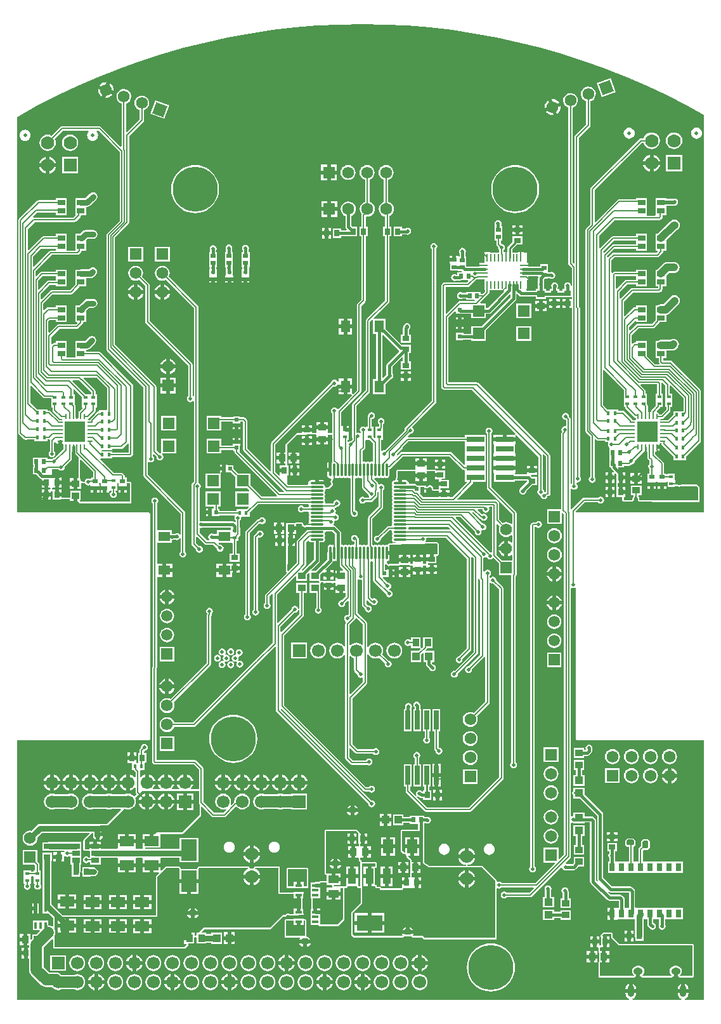
<source format=gtl>
G04*
G04 #@! TF.GenerationSoftware,Altium Limited,Altium Designer,20.1.12 (249)*
G04*
G04 Layer_Physical_Order=1*
G04 Layer_Color=255*
%FSLAX25Y25*%
%MOIN*%
G70*
G04*
G04 #@! TF.SameCoordinates,8DF9F49D-D30B-48C0-AB84-75DE52E997E5*
G04*
G04*
G04 #@! TF.FilePolarity,Positive*
G04*
G01*
G75*
%ADD16C,0.00700*%
%ADD20C,0.01000*%
%ADD22R,0.01772X0.02165*%
%ADD23R,0.02165X0.01772*%
%ADD24R,0.02559X0.02165*%
%ADD25R,0.03937X0.04331*%
%ADD26R,0.03543X0.02756*%
%ADD27R,0.03937X0.03543*%
%ADD28R,0.03543X0.03937*%
%ADD29R,0.02756X0.03543*%
%ADD30R,0.04331X0.02953*%
%ADD31R,0.06299X0.06299*%
%ADD32R,0.02992X0.04331*%
%ADD33R,0.03347X0.01575*%
%ADD34R,0.09449X0.02992*%
%ADD35R,0.02500X0.10000*%
%ADD36R,0.06299X0.05118*%
%ADD37R,0.05118X0.06299*%
%ADD38O,0.03150X0.00787*%
%ADD39O,0.00787X0.03150*%
%ADD40R,0.10630X0.10630*%
%ADD41R,0.02165X0.02559*%
%ADD42R,0.02047X0.02047*%
%ADD43O,0.01181X0.07087*%
%ADD44O,0.07087X0.01181*%
%ADD45R,0.02047X0.02047*%
%ADD46R,0.04331X0.03937*%
%ADD47R,0.05315X0.07480*%
%ADD48R,0.05512X0.04134*%
%ADD49R,0.04331X0.08465*%
%ADD50R,0.04331X0.08465*%
%ADD51R,0.13780X0.08465*%
%ADD52R,0.01575X0.03347*%
%ADD53R,0.07480X0.05315*%
%ADD54R,0.04000X0.02700*%
%ADD55R,0.00984X0.03937*%
%ADD56R,0.03445X0.00984*%
%ADD57R,0.08268X0.11221*%
%ADD100C,0.07000*%
%ADD105R,0.07000X0.07000*%
%ADD106C,0.01968*%
G04:AMPARAMS|DCode=117|XSize=30mil|YSize=40mil|CornerRadius=0mil|HoleSize=0mil|Usage=FLASHONLY|Rotation=180.000|XOffset=0mil|YOffset=0mil|HoleType=Round|Shape=Octagon|*
%AMOCTAGOND117*
4,1,8,0.00750,-0.02000,-0.00750,-0.02000,-0.01500,-0.01250,-0.01500,0.01250,-0.00750,0.02000,0.00750,0.02000,0.01500,0.01250,0.01500,-0.01250,0.00750,-0.02000,0.0*
%
%ADD117OCTAGOND117*%

G04:AMPARAMS|DCode=118|XSize=30mil|YSize=40mil|CornerRadius=0mil|HoleSize=0mil|Usage=FLASHONLY|Rotation=90.000|XOffset=0mil|YOffset=0mil|HoleType=Round|Shape=Octagon|*
%AMOCTAGOND118*
4,1,8,-0.02000,-0.00750,-0.02000,0.00750,-0.01250,0.01500,0.01250,0.01500,0.02000,0.00750,0.02000,-0.00750,0.01250,-0.01500,-0.01250,-0.01500,-0.02000,-0.00750,0.0*
%
%ADD118OCTAGOND118*%

%ADD119C,0.01500*%
%ADD120C,0.06000*%
%ADD121C,0.03000*%
%ADD122C,0.04000*%
%ADD123C,0.02000*%
%ADD124R,0.05906X0.05906*%
%ADD125C,0.05906*%
%ADD126R,0.06200X0.06200*%
%ADD127C,0.06200*%
%ADD128O,0.03543X0.06102*%
%ADD129O,0.04921X0.03740*%
%ADD130R,0.06200X0.06200*%
%ADD131C,0.23622*%
%ADD132C,0.06299*%
%ADD133R,0.06299X0.06299*%
%ADD134P,0.08768X4X245.0*%
%ADD135P,0.08768X4X205.0*%
G04:AMPARAMS|DCode=136|XSize=66.93mil|YSize=66.93mil|CornerRadius=33.47mil|HoleSize=0mil|Usage=FLASHONLY|Rotation=90.000|XOffset=0mil|YOffset=0mil|HoleType=Round|Shape=RoundedRectangle|*
%AMROUNDEDRECTD136*
21,1,0.06693,0.00000,0,0,90.0*
21,1,0.00000,0.06693,0,0,90.0*
1,1,0.06693,0.00000,0.00000*
1,1,0.06693,0.00000,0.00000*
1,1,0.06693,0.00000,0.00000*
1,1,0.06693,0.00000,0.00000*
%
%ADD136ROUNDEDRECTD136*%
%ADD137R,0.06693X0.06693*%
%ADD138C,0.02000*%
G36*
X319587Y383984D02*
X319552Y383931D01*
X319432Y383331D01*
Y381171D01*
X319316Y380997D01*
X319178Y380300D01*
X319316Y379603D01*
X319432Y379429D01*
Y377721D01*
X318244D01*
Y376968D01*
X313475D01*
X313267Y377467D01*
X313800Y378000D01*
Y382591D01*
X314476D01*
Y384484D01*
X319320D01*
X319587Y383984D01*
D02*
G37*
G36*
X288968Y382804D02*
X291418D01*
X291478Y377142D01*
X291598D01*
Y376438D01*
X290420Y375260D01*
X289339D01*
Y376167D01*
X285902D01*
X285598Y376167D01*
X285098Y376167D01*
X281661D01*
Y375868D01*
X279571D01*
X279397Y375984D01*
X278700Y376122D01*
X278003Y375984D01*
X277411Y375589D01*
X277016Y374997D01*
X276878Y374300D01*
X277016Y373603D01*
X277411Y373011D01*
X278003Y372616D01*
X278700Y372478D01*
X279397Y372616D01*
X279571Y372732D01*
X281661D01*
Y372033D01*
X285098D01*
X285402Y372033D01*
X286018Y372033D01*
X286285Y371533D01*
X286236Y371459D01*
X278376D01*
X277932Y371371D01*
X277555Y371120D01*
X277555Y371120D01*
X271322Y364886D01*
X270860Y365077D01*
Y378840D01*
X282600D01*
X283044Y378929D01*
X283420Y379180D01*
X287000Y382760D01*
X287225D01*
X287668Y382849D01*
X287780Y382923D01*
X288968D01*
Y382804D01*
D02*
G37*
G36*
X301108Y376932D02*
X301343D01*
X301535Y376470D01*
X292933Y367867D01*
X292137D01*
Y370237D01*
X289330D01*
X289139Y370699D01*
X293578Y375137D01*
X293829Y375514D01*
X293917Y375957D01*
X293917Y375957D01*
Y377142D01*
X301108D01*
Y376932D01*
D02*
G37*
G36*
X238961Y516550D02*
X250793Y515969D01*
X262599Y515000D01*
X274368Y513647D01*
X286086Y511908D01*
X297741Y509788D01*
X309320Y507287D01*
X320812Y504408D01*
X332203Y501156D01*
X343481Y497532D01*
X354635Y493541D01*
X365652Y489187D01*
X376521Y484475D01*
X387230Y479410D01*
X397767Y473998D01*
X406697Y469035D01*
X406697Y260513D01*
X340201D01*
X339855Y260445D01*
X339800Y260408D01*
X339256Y260622D01*
X339213Y260873D01*
X344080Y265740D01*
X351025D01*
X351111Y265611D01*
X351703Y265216D01*
X352400Y265078D01*
X353097Y265216D01*
X353689Y265611D01*
X354084Y266203D01*
X354222Y266900D01*
X354084Y267597D01*
X353689Y268189D01*
X353097Y268584D01*
X352400Y268722D01*
X351703Y268584D01*
X351111Y268189D01*
X351025Y268060D01*
X343600D01*
X343600Y268060D01*
X343156Y267971D01*
X342780Y267720D01*
X337110Y262050D01*
X336983Y262060D01*
X336610Y262216D01*
Y272912D01*
X337110Y273063D01*
X337211Y272911D01*
X337803Y272516D01*
X338500Y272378D01*
X339197Y272516D01*
X339789Y272911D01*
X340184Y273503D01*
X340322Y274200D01*
X340184Y274897D01*
X339789Y275489D01*
X339784Y275857D01*
X340206Y276206D01*
X340350Y276178D01*
X341047Y276316D01*
X341639Y276711D01*
X342034Y277303D01*
X342172Y278000D01*
X342034Y278697D01*
X341639Y279289D01*
X341510Y279375D01*
Y367651D01*
X341510Y367651D01*
X341421Y368095D01*
X341170Y368471D01*
X340960Y368681D01*
Y457020D01*
X346762Y462822D01*
X346762Y462822D01*
X347013Y463198D01*
X347102Y463642D01*
X347101Y463642D01*
Y476382D01*
X347283Y476422D01*
X348191Y476895D01*
X348945Y477586D01*
X349495Y478450D01*
X349803Y479426D01*
X349848Y480448D01*
X349626Y481448D01*
X349154Y482356D01*
X348462Y483110D01*
X347599Y483660D01*
X346623Y483968D01*
X345600Y484013D01*
X344601Y483791D01*
X343693Y483319D01*
X342938Y482627D01*
X342388Y481764D01*
X342080Y480788D01*
X342036Y479765D01*
X342257Y478766D01*
X342730Y477858D01*
X343422Y477103D01*
X344285Y476553D01*
X344782Y476396D01*
Y464122D01*
X338980Y458320D01*
X338729Y457944D01*
X338640Y457500D01*
Y391353D01*
X338178Y391162D01*
X337705Y391635D01*
Y472962D01*
X337886Y473002D01*
X338794Y473475D01*
X339549Y474166D01*
X340099Y475029D01*
X340406Y476006D01*
X340451Y477028D01*
X340229Y478027D01*
X339757Y478935D01*
X339065Y479690D01*
X338202Y480240D01*
X337226Y480548D01*
X336203Y480592D01*
X335204Y480371D01*
X334296Y479898D01*
X333541Y479207D01*
X332991Y478343D01*
X332684Y477367D01*
X332639Y476345D01*
X332860Y475345D01*
X333333Y474438D01*
X334025Y473683D01*
X334888Y473133D01*
X335385Y472976D01*
Y391155D01*
X335473Y390711D01*
X335725Y390335D01*
X337290Y388770D01*
Y379611D01*
X336790Y379561D01*
X336684Y380097D01*
X336289Y380689D01*
X335697Y381084D01*
X335000Y381222D01*
X334303Y381084D01*
X333711Y380689D01*
X333316Y380097D01*
X333178Y379400D01*
X333316Y378703D01*
X333433Y378529D01*
Y377721D01*
X332441D01*
Y376730D01*
X330659D01*
Y377721D01*
X329667D01*
Y378379D01*
X329884Y378703D01*
X330022Y379400D01*
X329884Y380097D01*
X329489Y380689D01*
X328897Y381084D01*
X328200Y381222D01*
X327503Y381084D01*
X326911Y380689D01*
X326516Y380097D01*
X326378Y379400D01*
X326516Y378703D01*
X326533Y378678D01*
Y377721D01*
X325541D01*
Y376730D01*
X323756D01*
Y377721D01*
X322568D01*
Y379429D01*
X322684Y379603D01*
X322822Y380300D01*
X322684Y380997D01*
X322568Y381171D01*
Y382682D01*
X323047Y383161D01*
X324767D01*
Y383464D01*
X325632D01*
X326003Y383216D01*
X326700Y383078D01*
X327397Y383216D01*
X327989Y383611D01*
X328384Y384203D01*
X328522Y384900D01*
X328384Y385597D01*
X327989Y386189D01*
X327397Y386584D01*
X326700Y386722D01*
X326080Y386599D01*
X324768D01*
X324767Y387098D01*
X324767Y387098D01*
X324767Y387099D01*
Y390839D01*
X320633D01*
Y389588D01*
X314476D01*
Y391481D01*
X313800D01*
Y396900D01*
X311966D01*
Y397142D01*
X308982D01*
Y396930D01*
X305881D01*
Y398569D01*
X308391Y401079D01*
X311259D01*
Y405409D01*
X306141D01*
Y402541D01*
X303640Y400041D01*
X303356Y399615D01*
X303256Y399113D01*
Y397142D01*
X301460D01*
Y398225D01*
X301589Y398311D01*
X301984Y398903D01*
X302122Y399600D01*
X301984Y400297D01*
X301589Y400889D01*
X300997Y401284D01*
X300300Y401422D01*
X300249Y401412D01*
X299860Y401755D01*
Y403098D01*
X300767D01*
Y406535D01*
X300767Y406839D01*
X300767Y407339D01*
Y410776D01*
X300371D01*
X300166Y411276D01*
X300184Y411303D01*
X300322Y412000D01*
X300184Y412697D01*
X299789Y413289D01*
X299197Y413684D01*
X298500Y413822D01*
X297803Y413684D01*
X297211Y413289D01*
X296816Y412697D01*
X296678Y412000D01*
X296816Y411303D01*
X296834Y411276D01*
X296633Y410776D01*
X296633D01*
Y407339D01*
X296633Y407035D01*
X296633Y406535D01*
Y403098D01*
X297540D01*
Y401200D01*
X297629Y400756D01*
X297880Y400380D01*
X298508Y399752D01*
X298478Y399600D01*
X298616Y398903D01*
X299011Y398311D01*
X299140Y398225D01*
Y396930D01*
X294250D01*
Y397142D01*
X291265D01*
Y391481D01*
X288755D01*
Y389588D01*
X281767D01*
Y390870D01*
X281767D01*
Y391067D01*
X281767D01*
Y394807D01*
X281367D01*
Y396629D01*
X281484Y396803D01*
X281622Y397500D01*
X281484Y398197D01*
X281089Y398789D01*
X280497Y399184D01*
X279800Y399322D01*
X279103Y399184D01*
X278511Y398789D01*
X278116Y398197D01*
X277978Y397500D01*
X278116Y396803D01*
X278233Y396629D01*
Y394807D01*
X277679D01*
Y395251D01*
X276400D01*
Y393168D01*
X275400D01*
Y392168D01*
X273120D01*
Y391086D01*
X273333D01*
Y387361D01*
X277467D01*
X277633Y387130D01*
Y387130D01*
X279271D01*
X279441Y386967D01*
X279347Y386647D01*
X279181Y386467D01*
X277130D01*
Y385267D01*
X276471D01*
X276297Y385384D01*
X275600Y385522D01*
X274903Y385384D01*
X274311Y384989D01*
X273916Y384397D01*
X273778Y383700D01*
X273916Y383003D01*
X274311Y382411D01*
X274903Y382016D01*
X275600Y381878D01*
X276297Y382016D01*
X276471Y382133D01*
X278300D01*
X278900Y382252D01*
X279022Y382333D01*
X280870D01*
X280870Y382333D01*
X281067D01*
Y382333D01*
X281370Y382333D01*
X282640D01*
X282831Y381871D01*
X282120Y381160D01*
X270286D01*
X269842Y381071D01*
X269466Y380820D01*
X268880Y380234D01*
X268629Y379858D01*
X268540Y379414D01*
Y326386D01*
X268629Y325942D01*
X268880Y325566D01*
X269466Y324980D01*
X269842Y324729D01*
X270286Y324640D01*
X284720D01*
X307564Y301796D01*
X307357Y301296D01*
X307203Y301296D01*
X302877D01*
Y299800D01*
X307602D01*
Y300888D01*
X307602Y301051D01*
X308102Y301258D01*
X319740Y289620D01*
Y272475D01*
X319611Y272389D01*
X319216Y271797D01*
X319078Y271100D01*
X319216Y270403D01*
X319611Y269811D01*
X320203Y269416D01*
X320784Y269301D01*
X320778Y269267D01*
X320916Y268569D01*
X321311Y267978D01*
X321903Y267583D01*
X322600Y267444D01*
X323297Y267583D01*
X323889Y267978D01*
X324284Y268569D01*
X324380Y269056D01*
X324465Y269140D01*
X324800D01*
X325244Y269229D01*
X325620Y269480D01*
X325871Y269856D01*
X325960Y270300D01*
Y290100D01*
X325871Y290544D01*
X325620Y290920D01*
X288199Y328341D01*
X287823Y328593D01*
X287379Y328681D01*
X272460D01*
Y362744D01*
X275589Y365873D01*
X276175Y365752D01*
X276176Y365749D01*
X276176Y365749D01*
X276176Y365749D01*
Y364725D01*
X280224D01*
Y364733D01*
X284263D01*
Y362363D01*
X292137D01*
Y364733D01*
X293582D01*
X294182Y364852D01*
X294690Y365192D01*
X304507Y375009D01*
X304970Y374817D01*
Y373338D01*
X289920Y358288D01*
X284263D01*
Y354293D01*
X280224D01*
Y354875D01*
X278200D01*
Y355875D01*
D01*
Y354875D01*
X276176D01*
Y353851D01*
X276389D01*
Y350914D01*
X280011D01*
Y351158D01*
X284263D01*
Y350414D01*
X292137D01*
Y356071D01*
X307645Y371580D01*
X307985Y372088D01*
X308104Y372688D01*
Y375025D01*
X308566Y375217D01*
X309492Y374292D01*
X310000Y373952D01*
X310600Y373833D01*
X318244D01*
Y372603D01*
X323756D01*
Y373595D01*
X325541D01*
Y373391D01*
X330659D01*
Y373595D01*
X332441D01*
Y373391D01*
X337290D01*
Y372422D01*
X336000D01*
Y370044D01*
Y367666D01*
X337290D01*
Y279278D01*
X337340Y279027D01*
Y275745D01*
X337110Y275556D01*
X336610Y275792D01*
Y309350D01*
X336521Y309794D01*
X336270Y310170D01*
X335692Y310748D01*
X335722Y310900D01*
X335584Y311597D01*
X335189Y312189D01*
X334597Y312584D01*
X333900Y312722D01*
X333203Y312584D01*
X332611Y312189D01*
X332216Y311597D01*
X332078Y310900D01*
X332216Y310203D01*
X332611Y309611D01*
X333203Y309216D01*
X333900Y309078D01*
X334290Y308711D01*
Y305979D01*
X333904Y305662D01*
X333600Y305722D01*
X332903Y305584D01*
X332311Y305189D01*
X331916Y304597D01*
X331778Y303900D01*
X331916Y303203D01*
X332175Y302815D01*
X331880Y302520D01*
X331629Y302144D01*
X331540Y301700D01*
Y262087D01*
X324213D01*
Y254313D01*
X331987D01*
Y260019D01*
X332449Y260211D01*
X333140Y259520D01*
Y80880D01*
X330649Y78389D01*
X330187Y78581D01*
Y84387D01*
X322413D01*
Y76613D01*
X328219D01*
X328411Y76151D01*
X318120Y65860D01*
X300275D01*
X300189Y65989D01*
X299597Y66384D01*
X298900Y66522D01*
X298303Y66404D01*
X297803Y66672D01*
Y67000D01*
X297742Y67307D01*
X297568Y67568D01*
X297568Y67568D01*
X290568Y74568D01*
X290307Y74742D01*
X290000Y74803D01*
X282655D01*
X282251Y75034D01*
X282233Y75303D01*
X282254Y75306D01*
X283175Y75427D01*
X284269Y75880D01*
X285209Y76602D01*
X285931Y77542D01*
X286384Y78636D01*
X286407Y78811D01*
X277593D01*
X277616Y78636D01*
X278069Y77542D01*
X278791Y76602D01*
X279731Y75880D01*
X280825Y75427D01*
X281746Y75306D01*
X281767Y75303D01*
X281749Y75034D01*
X281345Y74803D01*
X262243D01*
X259803Y76430D01*
Y81000D01*
Y93000D01*
X259742Y93307D01*
X259568Y93568D01*
X259536Y93589D01*
Y96933D01*
X259839D01*
Y97186D01*
X260339Y97360D01*
X260703Y97116D01*
X261400Y96978D01*
X262097Y97116D01*
X262689Y97511D01*
X263084Y98103D01*
X263222Y98800D01*
X263084Y99497D01*
X262689Y100089D01*
X262097Y100484D01*
X261400Y100622D01*
X261027Y100548D01*
X260929Y100567D01*
X259839D01*
Y101067D01*
X256402D01*
X256098Y101067D01*
X255598Y101067D01*
X252161D01*
Y100567D01*
X248756D01*
Y101953D01*
X243244D01*
Y96047D01*
X248756D01*
Y97433D01*
X252161D01*
Y96933D01*
X255598D01*
X255902Y96933D01*
X256401Y96932D01*
Y93803D01*
X248000D01*
X247693Y93742D01*
X247432Y93568D01*
X247258Y93307D01*
X247197Y93000D01*
Y83000D01*
X247197Y83000D01*
X247258Y82693D01*
X247432Y82432D01*
X247432Y82432D01*
X248612Y81252D01*
X248873Y81078D01*
X249180Y81017D01*
X249354Y81052D01*
X249854Y80768D01*
Y80472D01*
X250150D01*
X250434Y79972D01*
X250399Y79798D01*
X250460Y79491D01*
X250634Y79230D01*
X250634Y79230D01*
X251678Y78186D01*
X251744Y78142D01*
X251800Y78086D01*
X251873Y78056D01*
X251939Y78012D01*
X251960Y78008D01*
X251972Y78000D01*
X252000D01*
Y77972D01*
X252008Y77960D01*
X252012Y77939D01*
X252056Y77873D01*
X252086Y77800D01*
X252142Y77744D01*
X252186Y77678D01*
X252197Y77667D01*
Y76968D01*
X252258Y76661D01*
X252432Y76401D01*
X252441Y76395D01*
Y71605D01*
X252432Y71599D01*
X252258Y71339D01*
X252197Y71031D01*
Y69066D01*
X252000Y68914D01*
Y68772D01*
X251244D01*
Y66000D01*
X250244D01*
Y65000D01*
X247866D01*
Y63244D01*
Y63244D01*
Y63228D01*
X247698Y63134D01*
X247503Y63024D01*
X247503Y63024D01*
X247461Y63000D01*
X237000D01*
Y63079D01*
X236985Y63157D01*
X236954Y63230D01*
X236939Y63307D01*
X236877Y63416D01*
X236865Y63446D01*
X236778Y63593D01*
X236822Y63702D01*
X236987Y64060D01*
X237000Y64063D01*
Y64082D01*
X238918D01*
Y68314D01*
X236753D01*
Y64565D01*
X236753Y64171D01*
X236753Y64162D01*
X236695Y64064D01*
X236608Y63965D01*
X236426Y63815D01*
X236395Y63802D01*
X236363Y63791D01*
X236277Y63788D01*
X236260Y63790D01*
X236197Y63803D01*
X234803D01*
Y64082D01*
X234742Y64389D01*
X234568Y64650D01*
X234307Y64824D01*
X234000Y64885D01*
X233816D01*
Y73744D01*
X234000D01*
X234307Y73805D01*
X234568Y73979D01*
X234742Y74240D01*
X234803Y74547D01*
Y76000D01*
X234742Y76307D01*
X234568Y76568D01*
X234307Y76742D01*
X234000Y76803D01*
X227000D01*
X226788Y77271D01*
X226787Y77275D01*
Y77354D01*
X226757Y77427D01*
X226742Y77504D01*
X226698Y77570D01*
X226667Y77643D01*
X226612Y77699D01*
X226568Y77765D01*
X226502Y77809D01*
X226446Y77865D01*
X226373Y77895D01*
X226307Y77939D01*
X226230Y77954D01*
X226157Y77985D01*
X226079Y78000D01*
X226000D01*
Y78079D01*
Y78678D01*
Y78679D01*
X226002Y79177D01*
X226440Y79177D01*
D01*
X227774D01*
Y82146D01*
Y85114D01*
X226440D01*
X226440Y85114D01*
X226002D01*
X226000Y85613D01*
Y86374D01*
X226230D01*
Y86759D01*
Y89146D01*
Y91917D01*
X225826D01*
X225807Y92012D01*
X225799Y92023D01*
X225796Y92036D01*
X225606Y92457D01*
X225522Y92574D01*
X225442Y92693D01*
X224568Y93568D01*
X224307Y93742D01*
X224000Y93803D01*
X208000D01*
X207693Y93742D01*
X207432Y93568D01*
X207258Y93307D01*
X207197Y93000D01*
Y71206D01*
X207209Y71144D01*
X207207Y71081D01*
X207240Y70992D01*
X207258Y70899D01*
X207293Y70846D01*
X207315Y70787D01*
X207559Y70388D01*
X207624Y70318D01*
X207676Y70239D01*
X207729Y70204D01*
X207772Y70158D01*
X207858Y70118D01*
X207937Y70065D01*
X207999Y70053D01*
X208056Y70027D01*
X208151Y70023D01*
X208244Y70004D01*
X208457D01*
Y66803D01*
X205102D01*
X204795Y66742D01*
X204535Y66568D01*
X204397Y66362D01*
X202429D01*
X202122Y66301D01*
X201872Y66134D01*
X199969D01*
Y62984D01*
Y60425D01*
Y57866D01*
X200197D01*
Y52346D01*
X200023Y52134D01*
X199969D01*
Y48984D01*
Y46425D01*
Y43866D01*
X204114D01*
X204148Y43693D01*
X204322Y43432D01*
X204583Y43258D01*
X204890Y43197D01*
X214000D01*
X214307Y43258D01*
X214568Y43432D01*
X217568Y46432D01*
X217742Y46693D01*
X217803Y47000D01*
Y63076D01*
X218298Y63210D01*
X218316Y63209D01*
X218782Y63292D01*
X218864Y63323D01*
X218950Y63341D01*
X219009Y63380D01*
X219074Y63405D01*
X219138Y63466D01*
X219211Y63515D01*
X219250Y63573D01*
X219301Y63622D01*
X219336Y63702D01*
X219385Y63775D01*
X219398Y63844D01*
X219427Y63909D01*
X219428Y63996D01*
X219446Y64082D01*
X219446Y64295D01*
X224171D01*
X224171Y64082D01*
X224188Y63996D01*
X224190Y63909D01*
X224218Y63844D01*
X224232Y63775D01*
X224281Y63702D01*
X224316Y63622D01*
X224367Y63573D01*
X224406Y63515D01*
X224479Y63466D01*
X224542Y63405D01*
X224608Y63380D01*
X224666Y63341D01*
X224752Y63323D01*
X224834Y63292D01*
X225300Y63209D01*
X225370Y63211D01*
X225439Y63197D01*
X226000D01*
X226197Y63035D01*
Y55332D01*
X221432Y50568D01*
X221258Y50307D01*
X221197Y50000D01*
Y39000D01*
X221258Y38693D01*
X221432Y38432D01*
X221432Y38432D01*
X222432Y37432D01*
X222693Y37258D01*
X223000Y37197D01*
X248097D01*
X248404Y37258D01*
X248664Y37432D01*
X248771Y37591D01*
X249321Y37748D01*
X249356Y37713D01*
X252644D01*
X252679Y37748D01*
X253229Y37591D01*
X253336Y37432D01*
X253596Y37258D01*
X253903Y37197D01*
X258667D01*
X259432Y36432D01*
X259693Y36258D01*
X260000Y36197D01*
X297000D01*
X297307Y36258D01*
X297568Y36432D01*
X297742Y36693D01*
X297803Y37000D01*
Y62728D01*
X298303Y62996D01*
X298900Y62878D01*
X299597Y63016D01*
X300189Y63411D01*
X300275Y63540D01*
X317147D01*
X317338Y63078D01*
X314920Y60660D01*
X303075D01*
X302989Y60789D01*
X302397Y61184D01*
X301700Y61322D01*
X301003Y61184D01*
X300411Y60789D01*
X300016Y60197D01*
X299878Y59500D01*
X300016Y58803D01*
X300411Y58211D01*
X301003Y57816D01*
X301700Y57678D01*
X302397Y57816D01*
X302989Y58211D01*
X303075Y58340D01*
X315400D01*
X315844Y58429D01*
X316220Y58680D01*
X331596Y74056D01*
X332139Y73892D01*
X332216Y73503D01*
X332611Y72911D01*
X333203Y72516D01*
X333900Y72378D01*
X334597Y72516D01*
X334771Y72632D01*
X338200D01*
X338800Y72752D01*
X339308Y73092D01*
X340658Y74441D01*
X343756D01*
Y79559D01*
X338244D01*
Y76461D01*
X337551Y75767D01*
X334771D01*
X334597Y75884D01*
X334208Y75961D01*
X334044Y76504D01*
X336420Y78880D01*
X336420Y78880D01*
X336671Y79256D01*
X336760Y79700D01*
Y97265D01*
X337201Y97501D01*
X337253Y97466D01*
X337951Y97327D01*
X338047Y97248D01*
Y97244D01*
X343953D01*
Y97733D01*
X346832D01*
Y66600D01*
X346952Y66000D01*
X347292Y65492D01*
X355792Y56992D01*
X356300Y56652D01*
X356900Y56533D01*
X361932D01*
Y53102D01*
X361579Y52748D01*
X361408Y52748D01*
X360996Y52961D01*
X360805Y52961D01*
X359500D01*
Y49795D01*
Y46630D01*
X360996D01*
X361408Y46843D01*
X361496Y46843D01*
X365717D01*
X365784Y46843D01*
X366216D01*
X366283Y46843D01*
X370424D01*
Y38000D01*
X370590Y37161D01*
Y35441D01*
X374921D01*
Y37161D01*
X375088Y38000D01*
Y46843D01*
X375716D01*
X375783Y46843D01*
X376217D01*
X376284Y46843D01*
X376933D01*
Y44200D01*
X377052Y43600D01*
X377392Y43092D01*
X377875Y42608D01*
X377916Y42403D01*
X378311Y41811D01*
X378903Y41416D01*
X379600Y41278D01*
X380297Y41416D01*
X380889Y41811D01*
X381284Y42403D01*
X381422Y43100D01*
X381284Y43797D01*
X380889Y44389D01*
X380297Y44784D01*
X380092Y44824D01*
X380067Y44849D01*
Y46843D01*
X380716D01*
X380784Y46843D01*
X381217D01*
X381283Y46843D01*
X383133D01*
Y43971D01*
X383016Y43797D01*
X382878Y43100D01*
X383016Y42403D01*
X383411Y41811D01*
X384003Y41416D01*
X384700Y41278D01*
X385397Y41416D01*
X385989Y41811D01*
X386384Y42403D01*
X386522Y43100D01*
X386384Y43797D01*
X386267Y43971D01*
Y46843D01*
X390717D01*
X390784Y46843D01*
X391216D01*
X391283Y46843D01*
X395783D01*
Y52748D01*
X391283D01*
X391216Y52748D01*
X390784D01*
X390717Y52748D01*
X386217D01*
X386217Y52748D01*
X385783D01*
Y52748D01*
X385717Y52748D01*
X381283D01*
X381217Y52748D01*
X380784D01*
X380716Y52748D01*
X376284D01*
X376217Y52748D01*
X375783D01*
X375716Y52748D01*
X371284D01*
X371217Y52748D01*
Y52748D01*
X370968D01*
X370467Y53117D01*
Y61621D01*
X370348Y62221D01*
X370008Y62730D01*
X369130Y63608D01*
X368621Y63948D01*
X368021Y64068D01*
X358249D01*
X353667Y68649D01*
Y101900D01*
X353548Y102500D01*
X353208Y103008D01*
X343953Y112264D01*
Y115756D01*
X338047D01*
Y114313D01*
X338011Y114289D01*
X337616Y113697D01*
X337478Y113000D01*
X337616Y112303D01*
X338011Y111711D01*
X338047Y111687D01*
Y110244D01*
X341539D01*
X350533Y101251D01*
Y68000D01*
X350652Y67400D01*
X350910Y67014D01*
X350521Y66696D01*
X349968Y67249D01*
Y98421D01*
X349848Y99021D01*
X349508Y99530D01*
X348630Y100408D01*
X348121Y100748D01*
X347521Y100867D01*
X343953D01*
Y102756D01*
X338047D01*
Y101051D01*
X337951Y100972D01*
X337253Y100833D01*
X337201Y100798D01*
X336760Y101034D01*
Y220582D01*
X337099Y220763D01*
X337260Y220805D01*
X337900Y220678D01*
X338597Y220816D01*
X338797Y220949D01*
X339297Y220682D01*
Y141701D01*
X339366Y141355D01*
X339562Y141062D01*
X339855Y140866D01*
X340201Y140797D01*
X406797D01*
X406797Y4608D01*
X396814D01*
X396715Y5108D01*
X397177Y5299D01*
X397756Y5744D01*
X398200Y6323D01*
X398480Y6997D01*
X398575Y7721D01*
Y8000D01*
X395779D01*
X392984D01*
Y7721D01*
X393079Y6997D01*
X393358Y6323D01*
X393803Y5744D01*
X394382Y5299D01*
X394844Y5108D01*
X394745Y4608D01*
X369255D01*
X369156Y5108D01*
X369618Y5299D01*
X370197Y5744D01*
X370641Y6323D01*
X370921Y6997D01*
X371016Y7721D01*
Y8000D01*
X368220D01*
X365425D01*
Y7721D01*
X365520Y6997D01*
X365799Y6323D01*
X366244Y5744D01*
X366823Y5299D01*
X367285Y5108D01*
X367186Y4608D01*
X45703Y4608D01*
Y140797D01*
X114799D01*
X115145Y140866D01*
X115438Y141062D01*
X115635Y141355D01*
X115703Y141701D01*
Y259499D01*
X115635Y259845D01*
X115438Y260138D01*
X115145Y260334D01*
X114799Y260403D01*
X45703D01*
Y276008D01*
X45703Y276393D01*
X45800Y276488D01*
X45805Y276500D01*
X45794Y276507D01*
X45703Y276597D01*
X45703Y276987D01*
X45703Y468000D01*
X46109Y468243D01*
X56464Y473998D01*
X67002Y479410D01*
X77711Y484475D01*
X88579Y489187D01*
X99597Y493541D01*
X110751Y497532D01*
X122029Y501156D01*
X133420Y504408D01*
X144911Y507287D01*
X156491Y509788D01*
X168146Y511908D01*
X179864Y513647D01*
X191632Y515000D01*
X203439Y515969D01*
X215271Y516550D01*
X227116Y516744D01*
X238961Y516550D01*
D02*
G37*
G36*
X323640Y289620D02*
Y271391D01*
X323541Y271371D01*
X323202Y271145D01*
X323014Y271182D01*
X322678Y271322D01*
X322584Y271797D01*
X322189Y272389D01*
X322060Y272475D01*
Y290100D01*
X321971Y290544D01*
X321896Y290657D01*
X322284Y290976D01*
X323640Y289620D01*
D02*
G37*
G36*
X224874Y92126D02*
X225065Y91705D01*
Y86587D01*
X225065D01*
X225205Y86415D01*
X225197Y86374D01*
Y85613D01*
X225198Y85612D01*
X225197Y85610D01*
X225198Y85468D01*
X224845Y85114D01*
X223474D01*
Y82146D01*
Y79177D01*
X224845D01*
X225198Y78823D01*
X225197Y78681D01*
X225198Y78680D01*
X225197Y78678D01*
Y78000D01*
X225258Y77693D01*
X225432Y77432D01*
X225693Y77258D01*
X226000Y77197D01*
Y64000D01*
X225439D01*
X224974Y64082D01*
X224974Y64500D01*
Y68314D01*
X221808D01*
X218643D01*
Y64500D01*
X218643Y64082D01*
X218177Y64000D01*
X212231D01*
X212101Y64173D01*
X212350Y64673D01*
X215756D01*
Y66740D01*
X212000D01*
Y67740D01*
X211000D01*
Y70807D01*
X208244D01*
X208000Y71206D01*
Y93000D01*
X224000D01*
X224874Y92126D01*
D02*
G37*
G36*
X259000Y81000D02*
Y76000D01*
X262000Y74000D01*
X290000D01*
X297000Y67000D01*
Y37000D01*
X260000D01*
X259000Y38000D01*
X253903D01*
X253712Y38462D01*
X254000Y38750D01*
Y39000D01*
X251000D01*
X248000D01*
Y38750D01*
X248288Y38462D01*
X248097Y38000D01*
X223000D01*
X222000Y39000D01*
Y50000D01*
X227000Y55000D01*
Y76000D01*
X234000D01*
Y74547D01*
X231863D01*
Y69314D01*
Y64082D01*
X234000D01*
Y63000D01*
X236197D01*
X236258Y62693D01*
X236432Y62432D01*
X236693Y62258D01*
X237000Y62197D01*
X247461D01*
X247508Y62207D01*
X247557Y62203D01*
X247661Y62237D01*
X247768Y62258D01*
X247808Y62285D01*
X247855Y62300D01*
X248260Y62529D01*
X248343Y62600D01*
X248434Y62661D01*
X248461Y62701D01*
X248498Y62733D01*
X248547Y62830D01*
X248608Y62921D01*
X248617Y62969D01*
X248633Y63000D01*
X252973D01*
X253000Y63000D01*
X253405Y63228D01*
X253500Y63228D01*
X254756D01*
Y66000D01*
Y68772D01*
X253500D01*
X253378Y68772D01*
X253000Y69066D01*
Y71031D01*
X254000D01*
Y74000D01*
Y76968D01*
X253000D01*
Y78000D01*
X252754Y78246D01*
X252742Y78307D01*
X252568Y78568D01*
X252307Y78742D01*
X252246Y78754D01*
X251202Y79798D01*
X251393Y80260D01*
X252299D01*
Y84000D01*
X249642D01*
Y82012D01*
X249180Y81820D01*
X248000Y83000D01*
Y93000D01*
X259000D01*
Y81000D01*
D02*
G37*
G36*
X357000Y61052D02*
X357600Y60932D01*
X367333D01*
Y52748D01*
X366283D01*
X366216Y52748D01*
X365784D01*
X365717Y52748D01*
X365068D01*
Y57221D01*
X364948Y57821D01*
X364608Y58330D01*
X363730Y59208D01*
X363221Y59548D01*
X362621Y59667D01*
X357549D01*
X356296Y60921D01*
X356614Y61310D01*
X357000Y61052D01*
D02*
G37*
G36*
X208457Y64886D02*
X211072D01*
X211348Y64408D01*
X211306Y64286D01*
X211307Y64257D01*
X211300Y64230D01*
X211316Y64102D01*
X211323Y63973D01*
X211335Y63947D01*
X211339Y63919D01*
X211392Y63827D01*
X211370Y63737D01*
X211238Y63462D01*
X211107Y63327D01*
X208244D01*
Y61260D01*
X212000D01*
X215756D01*
Y63197D01*
X217000D01*
Y47000D01*
X214000Y44000D01*
X204890D01*
Y48772D01*
X205102D01*
Y49559D01*
X204890D01*
Y49575D01*
X202429D01*
Y50559D01*
X201429D01*
Y52346D01*
X201000D01*
Y57866D01*
X204890D01*
Y62772D01*
X205102D01*
Y63559D01*
X204890D01*
Y63575D01*
X202429D01*
Y65559D01*
X205102D01*
Y66000D01*
X208457D01*
Y64886D01*
D02*
G37*
%LPC*%
G36*
X92747Y486346D02*
X91669Y486299D01*
X90639Y485975D01*
X89729Y485395D01*
X88999Y484599D01*
X88967Y484536D01*
X91789Y483508D01*
X92817Y486331D01*
X92747Y486346D01*
D02*
G37*
G36*
X94696Y485647D02*
X93669Y482825D01*
X96491Y481797D01*
X96506Y481866D01*
X96459Y482945D01*
X96135Y483975D01*
X95555Y484885D01*
X94759Y485614D01*
X94696Y485647D01*
D02*
G37*
G36*
X88283Y482656D02*
X88267Y482587D01*
X88314Y481509D01*
X88639Y480479D01*
X89219Y479569D01*
X90015Y478839D01*
X90078Y478807D01*
X91105Y481629D01*
X88283Y482656D01*
D02*
G37*
G36*
X357662Y488509D02*
X350356Y485850D01*
X353015Y478544D01*
X360321Y481203D01*
X357662Y488509D01*
D02*
G37*
G36*
X92984Y480945D02*
X91957Y478123D01*
X92026Y478107D01*
X93105Y478154D01*
X94134Y478479D01*
X95045Y479059D01*
X95774Y479855D01*
X95807Y479918D01*
X92984Y480945D01*
D02*
G37*
G36*
X326788Y477386D02*
X326718Y477371D01*
X327746Y474548D01*
X330568Y475575D01*
X330536Y475638D01*
X329806Y476434D01*
X328896Y477014D01*
X327866Y477339D01*
X326788Y477386D01*
D02*
G37*
G36*
X324839Y476686D02*
X324776Y476654D01*
X323980Y475924D01*
X323400Y475014D01*
X323076Y473984D01*
X323028Y472906D01*
X323044Y472837D01*
X325866Y473864D01*
X324839Y476686D01*
D02*
G37*
G36*
X331252Y473696D02*
X328430Y472669D01*
X329457Y469846D01*
X329520Y469879D01*
X330316Y470608D01*
X330896Y471519D01*
X331221Y472548D01*
X331268Y473627D01*
X331252Y473696D01*
D02*
G37*
G36*
X326550Y471984D02*
X323728Y470957D01*
X323761Y470894D01*
X324490Y470098D01*
X325400Y469518D01*
X326430Y469194D01*
X327508Y469147D01*
X327578Y469162D01*
X326550Y471984D01*
D02*
G37*
G36*
X118254Y476949D02*
X115595Y469643D01*
X122901Y466984D01*
X125560Y474290D01*
X118254Y476949D01*
D02*
G37*
G36*
X402811Y462461D02*
X402057Y462361D01*
X401355Y462071D01*
X400751Y461608D01*
X400288Y461004D01*
X399998Y460302D01*
X399898Y459548D01*
X399998Y458794D01*
X400288Y458092D01*
X400751Y457488D01*
X401355Y457026D01*
X402057Y456735D01*
X402811Y456635D01*
X403565Y456735D01*
X404267Y457026D01*
X404871Y457488D01*
X405334Y458092D01*
X405624Y458794D01*
X405724Y459548D01*
X405624Y460302D01*
X405334Y461004D01*
X404871Y461608D01*
X404267Y462071D01*
X403565Y462361D01*
X402811Y462461D01*
D02*
G37*
G36*
X367378D02*
X366624Y462361D01*
X365922Y462071D01*
X365318Y461608D01*
X364856Y461004D01*
X364564Y460302D01*
X364465Y459548D01*
X364564Y458794D01*
X364856Y458092D01*
X365318Y457488D01*
X365922Y457026D01*
X366624Y456735D01*
X367378Y456635D01*
X368132Y456735D01*
X368834Y457026D01*
X369438Y457488D01*
X369900Y458092D01*
X370191Y458794D01*
X370291Y459548D01*
X370191Y460302D01*
X369900Y461004D01*
X369438Y461608D01*
X368834Y462071D01*
X368132Y462361D01*
X367378Y462461D01*
D02*
G37*
G36*
X49889Y461361D02*
X49135Y461262D01*
X48433Y460970D01*
X47829Y460508D01*
X47366Y459904D01*
X47076Y459202D01*
X46976Y458448D01*
X47076Y457694D01*
X47366Y456992D01*
X47829Y456388D01*
X48433Y455926D01*
X49135Y455635D01*
X49889Y455535D01*
X50643Y455635D01*
X51345Y455926D01*
X51949Y456388D01*
X52412Y456992D01*
X52702Y457694D01*
X52802Y458448D01*
X52702Y459202D01*
X52412Y459904D01*
X51949Y460508D01*
X51345Y460970D01*
X50643Y461262D01*
X49889Y461361D01*
D02*
G37*
G36*
X102126Y482713D02*
X101103Y482668D01*
X100127Y482360D01*
X99263Y481810D01*
X98572Y481056D01*
X98099Y480148D01*
X97878Y479148D01*
X97922Y478126D01*
X98230Y477150D01*
X98780Y476286D01*
X99535Y475595D01*
X100443Y475122D01*
X100624Y475082D01*
Y452669D01*
X100162Y452478D01*
X89720Y462920D01*
X89344Y463171D01*
X88900Y463260D01*
X69289D01*
X68845Y463171D01*
X68469Y462920D01*
X63822Y458273D01*
X62819Y458688D01*
X61700Y458835D01*
X60581Y458688D01*
X59538Y458256D01*
X58642Y457569D01*
X57955Y456673D01*
X57523Y455630D01*
X57376Y454511D01*
X57523Y453392D01*
X57955Y452349D01*
X58642Y451453D01*
X59538Y450766D01*
X60581Y450334D01*
X61700Y450187D01*
X62819Y450334D01*
X63862Y450766D01*
X64758Y451453D01*
X65445Y452349D01*
X65877Y453392D01*
X66024Y454511D01*
X65877Y455630D01*
X65462Y456633D01*
X69769Y460940D01*
X83088D01*
X83211Y460440D01*
X82800Y459904D01*
X82509Y459202D01*
X82409Y458448D01*
X82509Y457694D01*
X82800Y456992D01*
X83262Y456388D01*
X83866Y455926D01*
X84568Y455635D01*
X85322Y455535D01*
X86076Y455635D01*
X86778Y455926D01*
X87382Y456388D01*
X87845Y456992D01*
X88135Y457694D01*
X88235Y458448D01*
X88135Y459202D01*
X87845Y459904D01*
X87433Y460440D01*
X87556Y460940D01*
X88420D01*
X99640Y449720D01*
Y413580D01*
X92980Y406920D01*
X92729Y406544D01*
X92640Y406100D01*
Y346100D01*
X92729Y345656D01*
X92980Y345280D01*
X112140Y326120D01*
Y279700D01*
X112229Y279256D01*
X112480Y278880D01*
X131640Y259720D01*
Y248764D01*
X131140Y248612D01*
X130889Y248989D01*
X130297Y249384D01*
X129600Y249522D01*
X128903Y249384D01*
X128729Y249268D01*
X127165D01*
X126989Y249742D01*
Y251105D01*
X119260D01*
Y265025D01*
X119389Y265111D01*
X119784Y265703D01*
X119922Y266400D01*
X119784Y267097D01*
X119389Y267689D01*
X118797Y268084D01*
X118100Y268222D01*
X117403Y268084D01*
X116811Y267689D01*
X116416Y267097D01*
X116278Y266400D01*
X116416Y265703D01*
X116811Y265111D01*
X116940Y265025D01*
Y179490D01*
X116880Y179430D01*
X116629Y179054D01*
X116540Y178610D01*
Y129710D01*
X116629Y129266D01*
X116880Y128890D01*
X117290Y128480D01*
X117666Y128229D01*
X118110Y128140D01*
X138520D01*
X141240Y125420D01*
Y115003D01*
X137167D01*
X137006Y115476D01*
X137050Y115510D01*
X137747Y116418D01*
X138185Y117475D01*
X138202Y117610D01*
X133950D01*
X129698D01*
X129715Y117475D01*
X130153Y116418D01*
X130850Y115510D01*
X130894Y115476D01*
X130733Y115003D01*
X127167D01*
X127006Y115476D01*
X127050Y115510D01*
X127747Y116418D01*
X128185Y117475D01*
X128202Y117610D01*
X123950D01*
X119698D01*
X119715Y117475D01*
X120153Y116418D01*
X120850Y115510D01*
X120894Y115476D01*
X120733Y115003D01*
X117167D01*
X117006Y115476D01*
X117050Y115510D01*
X117747Y116418D01*
X118185Y117475D01*
X118202Y117610D01*
X113950D01*
Y118610D01*
X112950D01*
Y122862D01*
X112815Y122845D01*
X111758Y122407D01*
X110850Y121710D01*
X110733Y121557D01*
X110260Y121718D01*
Y124400D01*
X110214Y124630D01*
X110536Y125130D01*
X112745D01*
Y128870D01*
X113174Y129041D01*
X113621D01*
Y134159D01*
X112203D01*
Y134830D01*
X112548Y135226D01*
X113246Y135365D01*
X113837Y135760D01*
X114232Y136351D01*
X114371Y137048D01*
X114232Y137746D01*
X113837Y138337D01*
X113246Y138732D01*
X112548Y138871D01*
X111851Y138732D01*
X111260Y138337D01*
X110865Y137746D01*
X110726Y137048D01*
X110756Y136896D01*
X110223Y136363D01*
X109972Y135987D01*
X109884Y135543D01*
Y134159D01*
X109291D01*
Y129333D01*
X109230Y129017D01*
X108861Y128870D01*
X108322D01*
Y130600D01*
X105944D01*
X103566D01*
Y128828D01*
X105855D01*
Y125130D01*
X106947D01*
X106969Y125015D01*
X107221Y124639D01*
X107940Y123920D01*
Y121371D01*
X107440Y121201D01*
X107050Y121710D01*
X106142Y122407D01*
X105085Y122845D01*
X104950Y122862D01*
Y118610D01*
Y114358D01*
X105085Y114375D01*
X106142Y114813D01*
X107050Y115510D01*
X107440Y116019D01*
X107940Y115849D01*
Y113460D01*
X108029Y113016D01*
X108280Y112640D01*
X108442Y112478D01*
X107438Y111473D01*
X106939Y111506D01*
X106898Y111558D01*
X106035Y112221D01*
X105029Y112637D01*
X103950Y112779D01*
X102871Y112637D01*
X102370Y112430D01*
X95530D01*
X95029Y112637D01*
X93950Y112779D01*
X92871Y112637D01*
X92370Y112430D01*
X85530D01*
X85029Y112637D01*
X83950Y112779D01*
X82871Y112637D01*
X81865Y112221D01*
X81002Y111558D01*
X80339Y110695D01*
X79923Y109689D01*
X79781Y108610D01*
X79923Y107531D01*
X80339Y106525D01*
X81002Y105662D01*
X81865Y104999D01*
X82871Y104583D01*
X83950Y104440D01*
X85029Y104583D01*
X85530Y104790D01*
X92370D01*
X92871Y104583D01*
X93950Y104440D01*
X95029Y104583D01*
X95530Y104790D01*
X100101D01*
X100293Y104328D01*
X92918Y96953D01*
X89300D01*
X89194Y96932D01*
X57700D01*
X56808Y96755D01*
X56051Y96249D01*
X53050Y93248D01*
X52500Y93321D01*
X51485Y93187D01*
X50539Y92796D01*
X49727Y92172D01*
X49104Y91360D01*
X48713Y90415D01*
X48579Y89400D01*
X48713Y88385D01*
X49104Y87440D01*
X49727Y86628D01*
X50539Y86004D01*
X51485Y85613D01*
X52500Y85479D01*
X53515Y85613D01*
X54461Y86004D01*
X55273Y86628D01*
X55896Y87440D01*
X56287Y88385D01*
X56421Y89400D01*
X56349Y89950D01*
X58666Y92268D01*
X83629D01*
X83820Y91806D01*
X80689Y88675D01*
X80515Y88415D01*
X80454Y88108D01*
Y83455D01*
X80515Y83148D01*
X80689Y82888D01*
X80950Y82714D01*
X81257Y82653D01*
X83750D01*
X83963Y82478D01*
Y79160D01*
X83375D01*
X83289Y79289D01*
X82697Y79684D01*
X82000Y79822D01*
X81303Y79684D01*
X80711Y79289D01*
X80316Y78697D01*
X80178Y78000D01*
X80316Y77303D01*
X80711Y76711D01*
X81303Y76316D01*
X82000Y76178D01*
X82697Y76316D01*
X83289Y76711D01*
X83375Y76840D01*
X83963D01*
Y75611D01*
X89537D01*
Y79116D01*
X98138D01*
X98280Y78998D01*
X98510Y78807D01*
D01*
D01*
X98510Y78616D01*
Y76150D01*
X107990D01*
Y78616D01*
X107990Y78807D01*
X108009Y78823D01*
X108362Y79116D01*
X111238D01*
D01*
X111610Y78807D01*
Y78616D01*
D01*
Y76150D01*
X121090D01*
Y78616D01*
X121090Y78807D01*
X121462Y79116D01*
X126950D01*
X126950Y79116D01*
X131079D01*
Y76772D01*
X140921D01*
Y89567D01*
X131079D01*
Y83781D01*
X126950D01*
X126950Y83781D01*
X113321D01*
X113037Y84150D01*
X113154Y84303D01*
X120878D01*
Y91193D01*
X121110Y91597D01*
X132500D01*
X132807Y91658D01*
X133068Y91832D01*
X133068Y91832D01*
X142168Y100932D01*
X142342Y101193D01*
X142403Y101500D01*
Y105704D01*
X142865Y105895D01*
X147980Y100780D01*
X148356Y100529D01*
X148800Y100440D01*
X148800Y100440D01*
X154600D01*
X155044Y100529D01*
X155420Y100780D01*
X160430Y105790D01*
X160929Y105757D01*
X161002Y105662D01*
X161865Y104999D01*
X162871Y104583D01*
X163950Y104440D01*
X165029Y104583D01*
X166035Y104999D01*
X166898Y105662D01*
X167561Y106525D01*
X167977Y107531D01*
X168120Y108610D01*
X167977Y109689D01*
X167561Y110695D01*
X166898Y111558D01*
X166035Y112221D01*
X165029Y112637D01*
X163950Y112779D01*
X162871Y112637D01*
X161865Y112221D01*
X161002Y111558D01*
X160339Y110695D01*
X159923Y109689D01*
X159781Y108610D01*
X159809Y108394D01*
X159643Y108283D01*
X158256Y106895D01*
X157832Y107179D01*
X157977Y107531D01*
X158119Y108610D01*
X157977Y109689D01*
X157561Y110695D01*
X156898Y111558D01*
X156035Y112221D01*
X155029Y112637D01*
X153950Y112779D01*
X152871Y112637D01*
X151865Y112221D01*
X151002Y111558D01*
X150339Y110695D01*
X149923Y109689D01*
X149780Y108610D01*
X149923Y107531D01*
X150339Y106525D01*
X151002Y105662D01*
X151865Y104999D01*
X152871Y104583D01*
X153950Y104440D01*
X155029Y104583D01*
X155381Y104728D01*
X155665Y104305D01*
X154120Y102760D01*
X149280D01*
X143560Y108480D01*
Y125900D01*
X143560Y125900D01*
X143471Y126344D01*
X143220Y126720D01*
X143220Y126720D01*
X139820Y130120D01*
X139444Y130371D01*
X139000Y130460D01*
X118860D01*
Y178130D01*
X118920Y178190D01*
X118920Y178190D01*
X119171Y178566D01*
X119260Y179010D01*
X119260Y179010D01*
Y226483D01*
X122052D01*
Y230042D01*
Y233601D01*
X119260D01*
Y244412D01*
X126989D01*
Y245937D01*
X127565Y246052D01*
X127685Y246132D01*
X128729D01*
X128903Y246016D01*
X129600Y245878D01*
X130297Y246016D01*
X130889Y246411D01*
X131140Y246788D01*
X131640Y246636D01*
Y239975D01*
X131511Y239889D01*
X131116Y239297D01*
X130978Y238600D01*
X131116Y237903D01*
X131511Y237311D01*
X132103Y236916D01*
X132800Y236778D01*
X133497Y236916D01*
X134089Y237311D01*
X134484Y237903D01*
X134622Y238600D01*
X134484Y239297D01*
X134089Y239889D01*
X133960Y239975D01*
Y260200D01*
X133871Y260644D01*
X133620Y261020D01*
X133620Y261020D01*
X114460Y280180D01*
Y286778D01*
X114960Y287045D01*
X115303Y286816D01*
X116000Y286678D01*
X116697Y286816D01*
X117289Y287211D01*
X117684Y287803D01*
X117822Y288500D01*
X117684Y289197D01*
X117289Y289789D01*
X117160Y289875D01*
Y290747D01*
X117622Y290938D01*
X118908Y289652D01*
X118878Y289500D01*
X119016Y288803D01*
X119411Y288211D01*
X120003Y287816D01*
X120700Y287678D01*
X121397Y287816D01*
X121989Y288211D01*
X122384Y288803D01*
X122522Y289500D01*
X122384Y290197D01*
X121989Y290789D01*
X121877Y290863D01*
X122029Y291363D01*
X129337D01*
Y299237D01*
X121463D01*
Y291681D01*
X121005Y291262D01*
X120700Y291322D01*
X120548Y291292D01*
X118860Y292980D01*
Y326400D01*
X118860Y326400D01*
X118771Y326844D01*
X118520Y327220D01*
X118520Y327220D01*
X97060Y348680D01*
Y404750D01*
X104220Y411910D01*
X104471Y412286D01*
X104560Y412730D01*
Y458120D01*
X112001Y465561D01*
X112001Y465561D01*
X112252Y465937D01*
X112340Y466381D01*
Y471676D01*
X112838Y471833D01*
X113701Y472383D01*
X114392Y473138D01*
X114865Y474045D01*
X115087Y475045D01*
X115042Y476067D01*
X114734Y477043D01*
X114184Y477907D01*
X113430Y478598D01*
X112522Y479071D01*
X111522Y479292D01*
X110500Y479248D01*
X109524Y478940D01*
X108660Y478390D01*
X107969Y477635D01*
X107496Y476727D01*
X107275Y475728D01*
X107319Y474706D01*
X107627Y473729D01*
X108177Y472866D01*
X108932Y472175D01*
X109840Y471702D01*
X110021Y471662D01*
Y466861D01*
X103405Y460245D01*
X102943Y460437D01*
Y475096D01*
X103441Y475253D01*
X104304Y475803D01*
X104996Y476558D01*
X105468Y477466D01*
X105690Y478465D01*
X105645Y479488D01*
X105337Y480464D01*
X104787Y481327D01*
X104033Y482019D01*
X103125Y482491D01*
X102126Y482713D01*
D02*
G37*
G36*
X391000Y459935D02*
X389881Y459788D01*
X388838Y459356D01*
X387942Y458669D01*
X387255Y457773D01*
X386823Y456730D01*
X386676Y455611D01*
X386823Y454492D01*
X387255Y453449D01*
X387942Y452553D01*
X388838Y451866D01*
X389881Y451434D01*
X391000Y451287D01*
X392119Y451434D01*
X393162Y451866D01*
X394058Y452553D01*
X394745Y453449D01*
X395177Y454492D01*
X395324Y455611D01*
X395177Y456730D01*
X394745Y457773D01*
X394058Y458669D01*
X393162Y459356D01*
X392119Y459788D01*
X391000Y459935D01*
D02*
G37*
G36*
X379189D02*
X378070Y459788D01*
X377027Y459356D01*
X376131Y458669D01*
X375444Y457773D01*
X375029Y456771D01*
X373511D01*
X373067Y456682D01*
X372691Y456431D01*
X347280Y431020D01*
X347029Y430644D01*
X346940Y430200D01*
Y411665D01*
X344830Y409555D01*
X344579Y409179D01*
X344490Y408735D01*
Y303165D01*
X344579Y302721D01*
X344830Y302345D01*
X346940Y300235D01*
Y279208D01*
X346611Y278989D01*
X346216Y278397D01*
X346078Y277700D01*
X346216Y277003D01*
X346611Y276411D01*
X347203Y276016D01*
X347900Y275878D01*
X348597Y276016D01*
X349189Y276411D01*
X349584Y277003D01*
X349722Y277700D01*
X349584Y278397D01*
X349260Y278882D01*
Y298747D01*
X349722Y298938D01*
X350180Y298480D01*
X350556Y298229D01*
X351000Y298140D01*
X354683D01*
Y297430D01*
X356204D01*
X356472Y296930D01*
X356316Y296697D01*
X356178Y296000D01*
X356316Y295303D01*
X356711Y294711D01*
X357077Y294467D01*
X356926Y293967D01*
X356868D01*
Y289833D01*
X357170D01*
Y288167D01*
X356961D01*
Y284033D01*
X357752D01*
X357859Y283493D01*
X358199Y282984D01*
X359250Y281934D01*
X359058Y281472D01*
X358444D01*
Y279700D01*
X359822D01*
Y280708D01*
X360284Y280899D01*
X360625Y280558D01*
Y279463D01*
X360744Y278864D01*
X360790Y278794D01*
Y276284D01*
X360758Y276236D01*
X360697Y275928D01*
Y273872D01*
X360758Y273564D01*
X360790Y273516D01*
Y268541D01*
X363623D01*
X363797Y268328D01*
Y266800D01*
X363858Y266493D01*
X364032Y266232D01*
X364293Y266058D01*
X364600Y265997D01*
X368729D01*
X368769Y266005D01*
X368810Y266001D01*
X368922Y266036D01*
X369037Y266058D01*
X369071Y266081D01*
X369110Y266093D01*
X369200Y266167D01*
X369297Y266232D01*
X369320Y266266D01*
X369351Y266293D01*
X369759Y266792D01*
X369777Y266827D01*
X369805Y266854D01*
X369850Y266964D01*
X369906Y267069D01*
X369910Y267108D01*
X369925Y267143D01*
Y267263D01*
X369936Y267381D01*
X369925Y267418D01*
Y267457D01*
X369896Y267600D01*
X369973Y267984D01*
X370229Y268368D01*
X370254Y268398D01*
X370337Y268482D01*
X370352Y268518D01*
X370378Y268549D01*
X370412Y268662D01*
X370457Y268771D01*
X370527Y268905D01*
X370773Y269142D01*
X370886Y269206D01*
X370890Y269207D01*
X370933Y269215D01*
X371457D01*
Y268782D01*
X371472Y268705D01*
Y268626D01*
X371502Y268553D01*
X371518Y268475D01*
X371562Y268409D01*
X371592Y268336D01*
X371827Y267984D01*
X371904Y267600D01*
X371875Y267457D01*
Y267418D01*
X371864Y267381D01*
X371875Y267262D01*
Y267143D01*
X371890Y267108D01*
X371894Y267069D01*
X371950Y266964D01*
X371995Y266854D01*
X372023Y266827D01*
X372041Y266792D01*
X372449Y266293D01*
X372480Y266266D01*
X372503Y266232D01*
X372600Y266167D01*
X372690Y266093D01*
X372729Y266081D01*
X372763Y266058D01*
X372878Y266036D01*
X372990Y266001D01*
X373031Y266005D01*
X373071Y265997D01*
X379335D01*
X379393Y265958D01*
X379700Y265897D01*
X403700D01*
X404007Y265958D01*
X404268Y266132D01*
X404442Y266393D01*
X404503Y266700D01*
Y273400D01*
X404442Y273707D01*
X404268Y273968D01*
X404268Y273968D01*
X403268Y274968D01*
X403007Y275142D01*
X402700Y275203D01*
X402393Y275142D01*
X402185Y275003D01*
X394672D01*
X394595Y274987D01*
X394516D01*
X394443Y274957D01*
X394365Y274942D01*
X394299Y274898D01*
X394226Y274868D01*
X394084Y274773D01*
X393700Y274696D01*
X393316Y274773D01*
X393174Y274868D01*
X393101Y274898D01*
X393035Y274942D01*
X392957Y274957D01*
X392884Y274987D01*
X392805D01*
X392728Y275003D01*
X391583D01*
Y277514D01*
X391370D01*
Y280845D01*
X387630D01*
Y280331D01*
X386667D01*
Y280845D01*
X385760D01*
Y286000D01*
X385671Y286444D01*
X385420Y286820D01*
X381138Y291102D01*
Y292038D01*
X381638Y292370D01*
X381947Y292308D01*
X382491Y292416D01*
X382952Y292724D01*
X383260Y293185D01*
X383368Y293729D01*
Y293910D01*
X381947D01*
Y295910D01*
X383368D01*
Y296091D01*
X383342Y296224D01*
X383719Y296659D01*
X384378D01*
Y296491D01*
X384466Y296047D01*
X384717Y295671D01*
X390555Y289833D01*
Y287930D01*
X393598D01*
X393902Y287930D01*
X394402Y287930D01*
X397445D01*
Y289833D01*
X404770Y297158D01*
X404770Y297158D01*
X405021Y297534D01*
X405110Y297978D01*
X405110Y297978D01*
Y324059D01*
X405021Y324503D01*
X404770Y324879D01*
X389879Y339770D01*
X389503Y340021D01*
X389059Y340110D01*
X385317D01*
Y341571D01*
X387110D01*
Y345354D01*
X390165D01*
X390165Y345354D01*
X390893Y345450D01*
X391571Y345731D01*
X392153Y346177D01*
X392688Y346712D01*
X393135Y347294D01*
X393416Y347972D01*
X393512Y348700D01*
X393416Y349428D01*
X393135Y350106D01*
X392688Y350688D01*
X392106Y351135D01*
X391428Y351416D01*
X390700Y351512D01*
X389972Y351416D01*
X389294Y351135D01*
X389088Y350977D01*
X384157D01*
X383430Y350881D01*
X382752Y350600D01*
X382529Y350429D01*
X381205D01*
Y345902D01*
Y341571D01*
X382998D01*
Y339536D01*
X383086Y339092D01*
X383337Y338716D01*
X383432Y338622D01*
X383240Y338160D01*
X381157D01*
X376795Y342522D01*
Y345902D01*
Y350429D01*
X370890D01*
Y349660D01*
X370500D01*
X370056Y349571D01*
X369680Y349320D01*
X369222Y348862D01*
X368760Y349053D01*
Y353520D01*
X372380Y357140D01*
X379873D01*
X380317Y357229D01*
X380693Y357480D01*
X383312Y360099D01*
X383460Y360321D01*
X387110D01*
Y364182D01*
X387243Y364200D01*
X387921Y364481D01*
X388503Y364927D01*
X393188Y369612D01*
X393635Y370194D01*
X393916Y370872D01*
X394011Y371600D01*
X393916Y372328D01*
X393635Y373006D01*
X393188Y373588D01*
X392606Y374035D01*
X391928Y374316D01*
X391200Y374412D01*
X390472Y374316D01*
X389794Y374035D01*
X389212Y373588D01*
X385351Y369727D01*
X384157D01*
X383430Y369631D01*
X382752Y369350D01*
X382529Y369179D01*
X381205D01*
Y364652D01*
Y361272D01*
X379393Y359460D01*
X371900D01*
X371456Y359371D01*
X371080Y359120D01*
X367872Y355912D01*
X367410Y356103D01*
Y357870D01*
X370428Y360888D01*
X370890Y360697D01*
Y360321D01*
X376795D01*
Y364652D01*
Y369179D01*
X370890D01*
Y368075D01*
X370177D01*
X369733Y367987D01*
X369357Y367735D01*
X365172Y363550D01*
X364710Y363741D01*
Y371270D01*
X369380Y375940D01*
X383114D01*
X383558Y376029D01*
X383934Y376280D01*
X384520Y376866D01*
X384771Y377242D01*
X384860Y377686D01*
Y379071D01*
X387110D01*
Y384642D01*
X388657Y386189D01*
X391100D01*
X391828Y386284D01*
X392506Y386565D01*
X393088Y387012D01*
X393535Y387594D01*
X393816Y388272D01*
X393912Y389000D01*
X393816Y389728D01*
X393535Y390406D01*
X393088Y390988D01*
X392506Y391435D01*
X391828Y391716D01*
X391100Y391811D01*
X387492D01*
X387492Y391811D01*
X386765Y391716D01*
X386086Y391435D01*
X385504Y390988D01*
X385504Y390988D01*
X382445Y387929D01*
X381205D01*
Y383402D01*
Y379071D01*
X382540D01*
Y378260D01*
X368900D01*
X368456Y378171D01*
X368080Y377920D01*
X362860Y372700D01*
X362360Y372883D01*
Y376120D01*
X366415Y380175D01*
X370890D01*
Y379071D01*
X376795D01*
Y383402D01*
Y387929D01*
X370890D01*
Y386825D01*
X359786D01*
X359342Y386737D01*
X358966Y386485D01*
X358660Y386179D01*
X358160Y386386D01*
Y392920D01*
X359680Y394440D01*
X382300D01*
X382744Y394529D01*
X383120Y394780D01*
X384978Y396638D01*
X385229Y397014D01*
X385317Y397458D01*
Y397821D01*
X387110D01*
Y403392D01*
X392567Y408849D01*
X392606Y408865D01*
X393188Y409312D01*
X393635Y409894D01*
X393916Y410572D01*
X394011Y411300D01*
X393916Y412028D01*
X393635Y412706D01*
X393188Y413288D01*
X392606Y413735D01*
X391928Y414016D01*
X391200Y414111D01*
X391042D01*
X391042Y414112D01*
X390315Y414016D01*
X389636Y413735D01*
X389054Y413288D01*
X389054Y413288D01*
X382445Y406679D01*
X381205D01*
Y402152D01*
Y397821D01*
X382227D01*
X382419Y397359D01*
X381820Y396760D01*
X359200D01*
X358756Y396671D01*
X358380Y396420D01*
X356260Y394300D01*
X355947Y394370D01*
X355760Y394491D01*
Y395020D01*
X359665Y398925D01*
X370890D01*
Y397821D01*
X376795D01*
Y402152D01*
Y406679D01*
X370890D01*
Y405575D01*
X359015D01*
X358572Y405487D01*
X358195Y405235D01*
X358195Y405235D01*
X352060Y399100D01*
X351560Y399307D01*
Y405820D01*
X359680Y413940D01*
X383214D01*
X383658Y414029D01*
X384034Y414280D01*
X384620Y414866D01*
X384871Y415242D01*
X384960Y415686D01*
Y416571D01*
X387110D01*
Y421343D01*
X391065D01*
X391065Y421343D01*
X391763Y421482D01*
X392354Y421877D01*
X392589Y422111D01*
X392589Y422111D01*
X392984Y422703D01*
X393122Y423400D01*
X392984Y424097D01*
X392589Y424689D01*
X391997Y425084D01*
X391300Y425222D01*
X390603Y425084D01*
X390459Y424988D01*
X387110D01*
Y425429D01*
X381205D01*
Y420902D01*
Y416571D01*
X380834Y416260D01*
X377166D01*
X376795Y416571D01*
Y420902D01*
Y425429D01*
X370890D01*
Y424860D01*
X362100D01*
X361656Y424771D01*
X361280Y424520D01*
X349722Y412962D01*
X349260Y413153D01*
Y429720D01*
X373991Y454451D01*
X375029D01*
X375444Y453449D01*
X376131Y452553D01*
X377027Y451866D01*
X378070Y451434D01*
X379189Y451287D01*
X380308Y451434D01*
X381351Y451866D01*
X382247Y452553D01*
X382934Y453449D01*
X383366Y454492D01*
X383513Y455611D01*
X383366Y456730D01*
X382934Y457773D01*
X382247Y458669D01*
X381351Y459356D01*
X380308Y459788D01*
X379189Y459935D01*
D02*
G37*
G36*
X73511Y458835D02*
X72392Y458688D01*
X71349Y458256D01*
X70453Y457569D01*
X69766Y456673D01*
X69334Y455630D01*
X69187Y454511D01*
X69334Y453392D01*
X69766Y452349D01*
X70453Y451453D01*
X71349Y450766D01*
X72392Y450334D01*
X73511Y450187D01*
X74630Y450334D01*
X75673Y450766D01*
X76569Y451453D01*
X77256Y452349D01*
X77688Y453392D01*
X77835Y454511D01*
X77688Y455630D01*
X77256Y456673D01*
X76569Y457569D01*
X75673Y458256D01*
X74630Y458688D01*
X73511Y458835D01*
D02*
G37*
G36*
X380189Y448207D02*
Y444800D01*
X383596D01*
X383573Y444975D01*
X383120Y446069D01*
X382398Y447009D01*
X381458Y447731D01*
X380364Y448184D01*
X380189Y448207D01*
D02*
G37*
G36*
X378189D02*
X378014Y448184D01*
X376920Y447731D01*
X375979Y447009D01*
X375258Y446069D01*
X374805Y444975D01*
X374782Y444800D01*
X378189D01*
Y448207D01*
D02*
G37*
G36*
X62700Y447107D02*
Y443700D01*
X66107D01*
X66084Y443875D01*
X65631Y444969D01*
X64909Y445909D01*
X63969Y446631D01*
X62875Y447084D01*
X62700Y447107D01*
D02*
G37*
G36*
X60700D02*
X60525Y447084D01*
X59431Y446631D01*
X58491Y445909D01*
X57769Y444969D01*
X57316Y443875D01*
X57293Y443700D01*
X60700D01*
Y447107D01*
D02*
G37*
G36*
X213700Y443000D02*
X210600D01*
Y439900D01*
X213700D01*
Y443000D01*
D02*
G37*
G36*
X208600D02*
X205500D01*
Y439900D01*
X208600D01*
Y443000D01*
D02*
G37*
G36*
X395287Y448087D02*
X386713D01*
Y439513D01*
X395287D01*
Y448087D01*
D02*
G37*
G36*
X383596Y442800D02*
X380189D01*
Y439393D01*
X380364Y439416D01*
X381458Y439869D01*
X382398Y440591D01*
X383120Y441531D01*
X383573Y442625D01*
X383596Y442800D01*
D02*
G37*
G36*
X378189D02*
X374782D01*
X374805Y442625D01*
X375258Y441531D01*
X375979Y440591D01*
X376920Y439869D01*
X378014Y439416D01*
X378189Y439393D01*
Y442800D01*
D02*
G37*
G36*
X77798Y446987D02*
X69224D01*
Y438413D01*
X77798D01*
Y446987D01*
D02*
G37*
G36*
X66107Y441700D02*
X62700D01*
Y438293D01*
X62875Y438316D01*
X63969Y438769D01*
X64909Y439491D01*
X65631Y440431D01*
X66084Y441525D01*
X66107Y441700D01*
D02*
G37*
G36*
X60700D02*
X57293D01*
X57316Y441525D01*
X57769Y440431D01*
X58491Y439491D01*
X59431Y438769D01*
X60525Y438316D01*
X60700Y438293D01*
Y441700D01*
D02*
G37*
G36*
X219600Y442821D02*
X218585Y442687D01*
X217639Y442296D01*
X216828Y441673D01*
X216204Y440861D01*
X215813Y439915D01*
X215679Y438900D01*
X215813Y437885D01*
X216204Y436939D01*
X216828Y436128D01*
X217639Y435504D01*
X218585Y435113D01*
X219600Y434979D01*
X220615Y435113D01*
X221561Y435504D01*
X222373Y436128D01*
X222996Y436939D01*
X223387Y437885D01*
X223521Y438900D01*
X223387Y439915D01*
X222996Y440861D01*
X222373Y441673D01*
X221561Y442296D01*
X220615Y442687D01*
X219600Y442821D01*
D02*
G37*
G36*
X213700Y437900D02*
X210600D01*
Y434800D01*
X213700D01*
Y437900D01*
D02*
G37*
G36*
X208600D02*
X205500D01*
Y434800D01*
X208600D01*
Y437900D01*
D02*
G37*
G36*
X213950Y423850D02*
X210800D01*
Y420700D01*
X213950D01*
Y423850D01*
D02*
G37*
G36*
X208800D02*
X205650D01*
Y420700D01*
X208800D01*
Y423850D01*
D02*
G37*
G36*
X307500Y442837D02*
X305523Y442682D01*
X303595Y442219D01*
X301763Y441460D01*
X300072Y440424D01*
X298564Y439136D01*
X297276Y437628D01*
X296240Y435937D01*
X295481Y434105D01*
X295018Y432177D01*
X294863Y430200D01*
X295018Y428223D01*
X295481Y426295D01*
X296240Y424463D01*
X297276Y422772D01*
X298564Y421264D01*
X300072Y419976D01*
X301763Y418940D01*
X303595Y418181D01*
X305523Y417718D01*
X307500Y417563D01*
X309477Y417718D01*
X311405Y418181D01*
X313237Y418940D01*
X314928Y419976D01*
X316436Y421264D01*
X317724Y422772D01*
X318760Y424463D01*
X319519Y426295D01*
X319982Y428223D01*
X320137Y430200D01*
X319982Y432177D01*
X319519Y434105D01*
X318760Y435937D01*
X317724Y437628D01*
X316436Y439136D01*
X314928Y440424D01*
X313237Y441460D01*
X311405Y442219D01*
X309477Y442682D01*
X307500Y442837D01*
D02*
G37*
G36*
X139200D02*
X137223Y442682D01*
X135295Y442219D01*
X133463Y441460D01*
X131772Y440424D01*
X130264Y439136D01*
X128976Y437628D01*
X127940Y435937D01*
X127181Y434105D01*
X126718Y432177D01*
X126563Y430200D01*
X126718Y428223D01*
X127181Y426295D01*
X127940Y424463D01*
X128976Y422772D01*
X130264Y421264D01*
X131772Y419976D01*
X133463Y418940D01*
X135295Y418181D01*
X137223Y417718D01*
X139200Y417563D01*
X141177Y417718D01*
X143105Y418181D01*
X144937Y418940D01*
X146628Y419976D01*
X148136Y421264D01*
X149424Y422772D01*
X150460Y424463D01*
X151219Y426295D01*
X151682Y428223D01*
X151837Y430200D01*
X151682Y432177D01*
X151219Y434105D01*
X150460Y435937D01*
X149424Y437628D01*
X148136Y439136D01*
X146628Y440424D01*
X144937Y441460D01*
X143105Y442219D01*
X141177Y442682D01*
X139200Y442837D01*
D02*
G37*
G36*
X85600Y428632D02*
X84707Y428455D01*
X83951Y427949D01*
X81499Y425498D01*
X79158D01*
X78813Y425429D01*
X76205D01*
Y420902D01*
Y416571D01*
X76205Y416571D01*
X76205D01*
X76071Y416111D01*
X75220Y415260D01*
X54500D01*
X54259Y415212D01*
X54013Y415672D01*
X56180Y417840D01*
X65890D01*
Y416571D01*
X71795D01*
Y420902D01*
Y425429D01*
X65890D01*
Y424325D01*
X56965D01*
X56965Y424325D01*
X56522Y424237D01*
X56145Y423985D01*
X46630Y414470D01*
X46379Y414094D01*
X46290Y413650D01*
Y302250D01*
X46379Y301806D01*
X46630Y301430D01*
X49166Y298894D01*
X49542Y298643D01*
X49986Y298554D01*
X50814D01*
X51245Y298640D01*
X54755D01*
Y297930D01*
X57798D01*
X58102Y297930D01*
X58602Y297930D01*
X61645D01*
Y298640D01*
X62500D01*
X62510Y298636D01*
X62881Y298206D01*
X62840Y298000D01*
Y292575D01*
X62711Y292489D01*
X62316Y291897D01*
X62178Y291200D01*
X62316Y290503D01*
X62711Y289911D01*
X63303Y289516D01*
X64000Y289378D01*
X64697Y289516D01*
X65289Y289911D01*
X65684Y290503D01*
X65822Y291200D01*
X65684Y291897D01*
X65289Y292489D01*
X65160Y292575D01*
Y297093D01*
X65316Y297209D01*
X65374Y297222D01*
X65963Y297071D01*
X66105Y296858D01*
X66566Y296550D01*
X67110Y296442D01*
X67291D01*
Y297863D01*
X69291D01*
Y296442D01*
X69472D01*
X69605Y296468D01*
X70040Y296091D01*
Y293729D01*
X70051Y293673D01*
X65321Y288943D01*
X65169Y288973D01*
X64471Y288834D01*
X63880Y288439D01*
X63794Y288310D01*
X61646D01*
Y289217D01*
X57906D01*
Y289217D01*
X57709D01*
Y289217D01*
X53969D01*
Y285084D01*
X54272D01*
Y284517D01*
X53969D01*
Y280383D01*
X55581D01*
X55822Y280223D01*
X55857Y280216D01*
X57659Y278414D01*
X58168Y278074D01*
X58706Y277967D01*
Y277150D01*
X61083D01*
Y276150D01*
X62083D01*
Y273379D01*
X62771D01*
X62877Y273334D01*
X63031Y273197D01*
X63197Y272969D01*
Y272932D01*
X63031Y272704D01*
X62877Y272567D01*
X62771Y272522D01*
X62083D01*
Y270750D01*
X63461D01*
Y271472D01*
X63586Y271605D01*
X63862Y271754D01*
X63948Y271773D01*
X63982Y271755D01*
X64100Y271743D01*
X64217Y271719D01*
X64430D01*
Y267191D01*
X68761D01*
Y267323D01*
X68973Y267497D01*
X73371Y267497D01*
Y266479D01*
X75339D01*
Y269251D01*
X77339D01*
Y266458D01*
X77428Y266424D01*
X77745Y266246D01*
X77762Y266117D01*
X77770Y265987D01*
X77782Y265963D01*
X77786Y265935D01*
X77851Y265823D01*
X77908Y265706D01*
X78054Y265513D01*
X78095Y265477D01*
X78125Y265432D01*
X78211Y265375D01*
X78289Y265306D01*
X78341Y265288D01*
X78386Y265258D01*
X78487Y265238D01*
X78585Y265204D01*
X78640Y265208D01*
X78693Y265197D01*
X105000Y265197D01*
X105307Y265258D01*
X105568Y265432D01*
X105742Y265693D01*
X105803Y266000D01*
X105803Y275700D01*
X105742Y276007D01*
X105568Y276268D01*
X105307Y276442D01*
X105000Y276503D01*
X103206D01*
Y278824D01*
X102299D01*
Y279414D01*
X102211Y279858D01*
X101959Y280234D01*
X101374Y280820D01*
X100997Y281071D01*
X100554Y281160D01*
X96477D01*
X89319Y288318D01*
X89510Y288780D01*
X91698D01*
X92002Y288780D01*
X92502Y288780D01*
X95545D01*
Y289491D01*
X104914D01*
X105358Y289579D01*
X105734Y289830D01*
X106320Y290416D01*
X106571Y290792D01*
X106660Y291236D01*
Y326826D01*
X106660Y326826D01*
X106571Y327270D01*
X106320Y327646D01*
X106320Y327646D01*
X89383Y344583D01*
X89007Y344834D01*
X88563Y344923D01*
X82110D01*
Y345833D01*
X82465D01*
X83358Y346011D01*
X84114Y346516D01*
X86649Y349051D01*
X87155Y349808D01*
X87332Y350700D01*
X87155Y351592D01*
X86649Y352349D01*
X85892Y352855D01*
X85000Y353032D01*
X84108Y352855D01*
X83351Y352349D01*
X81499Y350498D01*
X79158D01*
X78813Y350429D01*
X76205D01*
Y345902D01*
Y341660D01*
X71795D01*
Y345902D01*
Y350429D01*
X65890D01*
Y349325D01*
X65177D01*
X64733Y349237D01*
X64357Y348985D01*
X64060Y348688D01*
X63560Y348895D01*
Y352520D01*
X67880Y356840D01*
X77000D01*
X77444Y356929D01*
X77820Y357180D01*
X79978Y359337D01*
X80229Y359714D01*
X80317Y360157D01*
X80764Y360321D01*
X82110D01*
Y364652D01*
Y366570D01*
X83508Y367968D01*
X85600D01*
X86493Y368145D01*
X87249Y368651D01*
X87755Y369408D01*
X87932Y370300D01*
X87755Y371193D01*
X87249Y371949D01*
X86493Y372455D01*
X85600Y372632D01*
X82542D01*
X81650Y372455D01*
X80893Y371949D01*
X78174Y369230D01*
X78140Y369179D01*
X76205D01*
Y364652D01*
Y360321D01*
X77027D01*
X77219Y359859D01*
X76520Y359160D01*
X67400D01*
X66956Y359071D01*
X66580Y358820D01*
X62572Y354812D01*
X62110Y355003D01*
Y360670D01*
X62865Y361425D01*
X65890D01*
Y360321D01*
X71795D01*
Y364652D01*
Y369179D01*
X65890D01*
Y368075D01*
X61915D01*
X61472Y367987D01*
X61095Y367735D01*
X59872Y366512D01*
X59410Y366703D01*
Y370020D01*
X64330Y374940D01*
X73923D01*
X74367Y375029D01*
X74743Y375280D01*
X78312Y378849D01*
X78312Y378849D01*
X78460Y379071D01*
X82110D01*
Y383333D01*
X84265D01*
X85158Y383511D01*
X85914Y384016D01*
X87149Y385251D01*
X87655Y386007D01*
X87832Y386900D01*
X87655Y387792D01*
X87149Y388549D01*
X86392Y389055D01*
X85500Y389232D01*
X84607Y389055D01*
X83851Y388549D01*
X83299Y387998D01*
X79158D01*
X78813Y387929D01*
X76205D01*
Y383402D01*
Y380022D01*
X73443Y377260D01*
X63850D01*
X63850Y377260D01*
X63406Y377171D01*
X63030Y376920D01*
X63030Y376920D01*
X58522Y372412D01*
X58060Y372603D01*
Y375120D01*
X62780Y379840D01*
X65890D01*
Y379071D01*
X71795D01*
Y383402D01*
Y387929D01*
X65890D01*
Y386825D01*
X58665D01*
X58222Y386737D01*
X57845Y386485D01*
X55822Y384462D01*
X55360Y384653D01*
Y387120D01*
X63880Y395640D01*
X77500D01*
X77944Y395729D01*
X78320Y395980D01*
X79214Y396874D01*
X79465Y397250D01*
X79554Y397694D01*
X80025Y397821D01*
X82110D01*
Y402152D01*
Y403608D01*
X82570Y404068D01*
X85600D01*
X86493Y404245D01*
X87249Y404751D01*
X87755Y405508D01*
X87932Y406400D01*
X87755Y407293D01*
X87249Y408049D01*
X86493Y408555D01*
X85600Y408732D01*
X81604D01*
X80711Y408555D01*
X79955Y408049D01*
X78585Y406679D01*
X76205D01*
Y402152D01*
Y397960D01*
X71795D01*
Y402152D01*
Y406679D01*
X65890D01*
Y405575D01*
X59715D01*
X59272Y405487D01*
X58895Y405235D01*
X51772Y398112D01*
X51310Y398303D01*
Y409270D01*
X54980Y412940D01*
X75700D01*
X76144Y413029D01*
X76520Y413280D01*
X78864Y415624D01*
X79115Y416000D01*
X79204Y416444D01*
X79675Y416571D01*
X82110D01*
Y420833D01*
X82465D01*
X83358Y421011D01*
X84114Y421516D01*
X87249Y424651D01*
X87755Y425408D01*
X87932Y426300D01*
X87755Y427192D01*
X87249Y427949D01*
X86493Y428455D01*
X85600Y428632D01*
D02*
G37*
G36*
X239600Y442821D02*
X238585Y442687D01*
X237639Y442296D01*
X236827Y441673D01*
X236204Y440861D01*
X235813Y439915D01*
X235679Y438900D01*
X235813Y437885D01*
X236204Y436939D01*
X236827Y436128D01*
X237639Y435504D01*
X238440Y435173D01*
Y423398D01*
X237814Y423139D01*
X236992Y422508D01*
X236361Y421686D01*
X235964Y420728D01*
X235829Y419700D01*
X235964Y418672D01*
X236361Y417715D01*
X236992Y416892D01*
X237814Y416261D01*
X238772Y415864D01*
X239084Y415823D01*
Y410439D01*
X238079D01*
Y405321D01*
X239084D01*
Y371724D01*
X229180Y361820D01*
X228929Y361444D01*
X228840Y361000D01*
Y324480D01*
X222130Y317770D01*
X221879Y317394D01*
X221790Y316950D01*
Y299734D01*
X221840Y299482D01*
Y298480D01*
X221152Y297792D01*
X221000Y297822D01*
X220303Y297684D01*
X219870Y297395D01*
X219370Y297609D01*
Y298555D01*
X219870D01*
Y301886D01*
X220083D01*
Y302772D01*
X218000D01*
Y303772D01*
X217000D01*
Y305658D01*
X216160D01*
Y313120D01*
X226220Y323180D01*
X226471Y323556D01*
X226560Y324000D01*
Y368920D01*
X228576Y370936D01*
X228576Y370936D01*
X228827Y371312D01*
X228916Y371756D01*
X228916Y371756D01*
Y405321D01*
X229921D01*
Y410439D01*
X228916D01*
Y415466D01*
X229292Y415796D01*
X229800Y415729D01*
X230828Y415864D01*
X231785Y416261D01*
X232608Y416892D01*
X233239Y417715D01*
X233636Y418672D01*
X233771Y419700D01*
X233636Y420728D01*
X233239Y421686D01*
X232608Y422508D01*
X231785Y423139D01*
X230960Y423481D01*
Y435255D01*
X231560Y435504D01*
X232372Y436128D01*
X232996Y436939D01*
X233387Y437885D01*
X233521Y438900D01*
X233387Y439915D01*
X232996Y440861D01*
X232372Y441673D01*
X231560Y442296D01*
X230615Y442687D01*
X229600Y442821D01*
X228585Y442687D01*
X227640Y442296D01*
X226828Y441673D01*
X226204Y440861D01*
X225813Y439915D01*
X225679Y438900D01*
X225813Y437885D01*
X226204Y436939D01*
X226828Y436128D01*
X227640Y435504D01*
X228585Y435113D01*
X228640Y435105D01*
Y423481D01*
X227815Y423139D01*
X226992Y422508D01*
X226361Y421686D01*
X225964Y420728D01*
X225829Y419700D01*
X225964Y418672D01*
X226361Y417715D01*
X226822Y417114D01*
X226684Y416908D01*
X226596Y416465D01*
Y410439D01*
X225590D01*
Y405321D01*
X226596D01*
Y372236D01*
X224580Y370220D01*
X224329Y369844D01*
X224240Y369400D01*
Y324480D01*
X222301Y322541D01*
X221801Y322748D01*
Y325552D01*
X219242D01*
Y322402D01*
X221455D01*
X221662Y321902D01*
X214574Y314814D01*
X213930Y314877D01*
X213789Y315089D01*
X213197Y315484D01*
X212500Y315622D01*
X211803Y315484D01*
X211211Y315089D01*
X210816Y314497D01*
X210678Y313800D01*
X210816Y313103D01*
X211211Y312511D01*
X211340Y312425D01*
Y302103D01*
X209354D01*
X208968Y302378D01*
X208968Y302603D01*
Y304150D01*
X206000D01*
X203031D01*
Y302610D01*
X202990Y302515D01*
X202722Y302222D01*
X202618Y302170D01*
X201126Y302160D01*
X200772Y302512D01*
Y302756D01*
X198000D01*
X195228D01*
Y302119D01*
X192894Y302103D01*
X192745Y302072D01*
X192593Y302042D01*
X192590Y302040D01*
X192588Y302040D01*
X192460Y301953D01*
X192332Y301868D01*
X187023Y296558D01*
X186849Y296298D01*
X186788Y295990D01*
Y291968D01*
X185850D01*
Y289000D01*
Y286032D01*
X186788D01*
Y285272D01*
X183766D01*
Y283500D01*
X186144D01*
Y281500D01*
X183766D01*
Y279981D01*
X183266Y279774D01*
X181460Y281580D01*
Y296020D01*
X212014Y326574D01*
X212500Y326478D01*
X213197Y326616D01*
X213789Y327011D01*
X214184Y327603D01*
X214648Y327552D01*
X217242D01*
Y330702D01*
X214683D01*
Y329052D01*
X214184Y328997D01*
X213789Y329589D01*
X213197Y329984D01*
X212500Y330122D01*
X211803Y329984D01*
X211211Y329589D01*
X210816Y328997D01*
X210732Y328571D01*
X210730Y328571D01*
X179480Y297320D01*
X179229Y296944D01*
X179140Y296500D01*
Y282253D01*
X178678Y282062D01*
X166760Y293980D01*
Y308300D01*
X166760Y308300D01*
X166671Y308744D01*
X166420Y309120D01*
X165570Y309970D01*
X165194Y310221D01*
X164750Y310309D01*
X162811D01*
Y310961D01*
X159189D01*
Y310309D01*
X153085D01*
Y311186D01*
X145211D01*
Y303312D01*
X153085D01*
Y307990D01*
X158976D01*
Y307000D01*
X163024D01*
Y307990D01*
X164270D01*
X164440Y307820D01*
Y293500D01*
X164529Y293056D01*
X164780Y292680D01*
X185980Y271480D01*
X185789Y271018D01*
X183822D01*
X162640Y292200D01*
X162811Y292614D01*
X162811D01*
Y295551D01*
X163024D01*
Y296575D01*
X161000D01*
X158976D01*
Y295585D01*
X153085D01*
Y299237D01*
X145211D01*
Y291363D01*
X153085D01*
Y293266D01*
X159189D01*
Y292614D01*
X159840D01*
Y292200D01*
X159929Y291756D01*
X160180Y291380D01*
X182400Y269160D01*
X182236Y268680D01*
X182219Y268660D01*
X174328D01*
X168285Y274703D01*
Y280937D01*
X162051D01*
X159386Y283602D01*
Y285211D01*
X156449D01*
Y285424D01*
X155425D01*
Y283400D01*
Y281376D01*
X156449D01*
Y281589D01*
X158119D01*
X160411Y279297D01*
Y273063D01*
X166645D01*
X167758Y271950D01*
X167567Y271488D01*
X160411D01*
Y263614D01*
X167393D01*
X167584Y263152D01*
X166402Y261970D01*
X164802D01*
X164498Y261970D01*
X163998Y261970D01*
X160955D01*
Y261260D01*
X151986D01*
Y262211D01*
X151335D01*
Y263614D01*
X152537D01*
Y271488D01*
X144663D01*
Y263614D01*
X149015D01*
Y262424D01*
X148025D01*
Y260400D01*
Y258376D01*
X149049D01*
Y258589D01*
X151986D01*
Y258940D01*
X159872D01*
X160139Y258440D01*
X159989Y258216D01*
X159851Y257519D01*
X159989Y256821D01*
X160384Y256230D01*
X160513Y256144D01*
Y255615D01*
X160013Y255353D01*
X159721Y255548D01*
X159121Y255667D01*
X143121D01*
X142947Y255784D01*
X142250Y255922D01*
X141946Y255862D01*
X141560Y256179D01*
Y272725D01*
X141689Y272811D01*
X142084Y273403D01*
X142222Y274100D01*
X142084Y274797D01*
X141689Y275389D01*
X141097Y275784D01*
X140940Y276019D01*
X140960Y276116D01*
X140960Y276116D01*
Y368200D01*
X140871Y368644D01*
X140620Y369020D01*
X125456Y384184D01*
X125787Y384985D01*
X125921Y386000D01*
X125787Y387015D01*
X125396Y387961D01*
X124773Y388773D01*
X123960Y389396D01*
X123015Y389787D01*
X122000Y389921D01*
X120985Y389787D01*
X120039Y389396D01*
X119228Y388773D01*
X118604Y387961D01*
X118213Y387015D01*
X118079Y386000D01*
X118213Y384985D01*
X118604Y384039D01*
X119228Y383227D01*
X120039Y382604D01*
X120985Y382213D01*
X122000Y382079D01*
X123015Y382213D01*
X123816Y382544D01*
X138640Y367720D01*
Y321431D01*
X138160Y321265D01*
X137860Y321529D01*
Y338100D01*
X137860Y338100D01*
X137771Y338544D01*
X137520Y338920D01*
X137520Y338920D01*
X115360Y361080D01*
Y379800D01*
X115271Y380244D01*
X115020Y380620D01*
X115020Y380620D01*
X111456Y384184D01*
X111787Y384985D01*
X111921Y386000D01*
X111787Y387015D01*
X111396Y387961D01*
X110773Y388773D01*
X109960Y389396D01*
X109015Y389787D01*
X108000Y389921D01*
X106985Y389787D01*
X106040Y389396D01*
X105227Y388773D01*
X104604Y387961D01*
X104213Y387015D01*
X104079Y386000D01*
X104213Y384985D01*
X104604Y384039D01*
X105227Y383227D01*
X106040Y382604D01*
X106985Y382213D01*
X108000Y382079D01*
X109015Y382213D01*
X109816Y382544D01*
X113040Y379320D01*
Y360600D01*
X113129Y360156D01*
X113380Y359780D01*
X135540Y337620D01*
Y321475D01*
X135411Y321389D01*
X135016Y320797D01*
X134878Y320100D01*
X135016Y319403D01*
X135411Y318811D01*
X136003Y318416D01*
X136700Y318278D01*
X137397Y318416D01*
X137989Y318811D01*
X138140Y319038D01*
X138640Y318887D01*
Y276597D01*
X137730Y275686D01*
X137479Y275310D01*
X137390Y274866D01*
Y243950D01*
X137479Y243506D01*
X137730Y243130D01*
X139708Y241152D01*
X139678Y241000D01*
X139816Y240303D01*
X140211Y239711D01*
X140803Y239316D01*
X141500Y239178D01*
X142197Y239316D01*
X142789Y239711D01*
X143184Y240303D01*
X143322Y241000D01*
X143184Y241697D01*
X142789Y242289D01*
X142197Y242684D01*
X141500Y242822D01*
X141348Y242792D01*
X139710Y244430D01*
Y247597D01*
X140172Y247788D01*
X144180Y243780D01*
X144556Y243529D01*
X145000Y243440D01*
X148753D01*
X150628Y241566D01*
X150750Y240953D01*
X151145Y240361D01*
X151736Y239966D01*
X152434Y239828D01*
X153131Y239966D01*
X153722Y240361D01*
X154117Y240953D01*
X154256Y241650D01*
X154117Y242347D01*
X153722Y242939D01*
X153131Y243334D01*
X152434Y243472D01*
X152073Y243401D01*
X151524Y243950D01*
X151715Y244412D01*
X158485D01*
X158840Y244062D01*
Y238921D01*
X157441D01*
Y234591D01*
X162559D01*
Y238921D01*
X161160D01*
Y245555D01*
X161870D01*
Y247458D01*
X162603Y248191D01*
X162603Y248191D01*
X162854Y248567D01*
X162942Y249011D01*
Y251947D01*
X162942Y251947D01*
X162854Y252391D01*
X162833Y252423D01*
Y256144D01*
X162962Y256230D01*
X163357Y256821D01*
X163496Y257519D01*
X163453Y257730D01*
X163864Y258230D01*
X164302Y258230D01*
X164802Y258230D01*
X167845D01*
Y260133D01*
X172473Y264762D01*
X198625D01*
X198953Y264262D01*
X198892Y263953D01*
X198953Y263644D01*
X198625Y263144D01*
X196686D01*
X196389Y263589D01*
X195797Y263984D01*
X195100Y264122D01*
X194403Y263984D01*
X193811Y263589D01*
X193416Y262997D01*
X193278Y262300D01*
X193416Y261603D01*
X193811Y261011D01*
X194403Y260616D01*
X195100Y260478D01*
X195797Y260616D01*
X196109Y260825D01*
X198625D01*
X198953Y260325D01*
X198892Y260016D01*
X198999Y259478D01*
X199297Y259032D01*
X198999Y258585D01*
X198892Y258047D01*
X198999Y257510D01*
X199297Y257063D01*
X198999Y256616D01*
X198892Y256079D01*
X198999Y255541D01*
X199177Y255275D01*
X199150Y255257D01*
X198799Y254731D01*
X198694Y254202D01*
X198638Y254077D01*
X198286Y253765D01*
X198238Y253746D01*
X198196Y253738D01*
X198116D01*
X198047Y253709D01*
X197642D01*
X197042Y253590D01*
X196869Y253475D01*
X196380Y253668D01*
X196194Y253947D01*
X196086Y254487D01*
X196056Y254560D01*
X196041Y254638D01*
X195997Y254704D01*
X195966Y254777D01*
X195911Y254833D01*
X195867Y254898D01*
X195801Y254942D01*
X195745Y254998D01*
X195672Y255029D01*
X195606Y255072D01*
X195529Y255088D01*
X195456Y255118D01*
X195377D01*
X195299Y255134D01*
X192421Y255134D01*
X192114Y255072D01*
X191940Y254956D01*
X187091D01*
Y249444D01*
X187091D01*
X187130Y249396D01*
X187097Y249232D01*
Y248472D01*
X187130Y248307D01*
X187091Y248259D01*
X187091D01*
Y243141D01*
X187091D01*
X187130Y243093D01*
X187097Y242928D01*
X187097Y236207D01*
X186978Y229792D01*
X186979Y229788D01*
X186978Y229784D01*
X187007Y229633D01*
X187034Y229483D01*
X187036Y229480D01*
X187037Y229476D01*
X187120Y229348D01*
X187203Y229220D01*
X187207Y229215D01*
X187208Y229215D01*
X187293Y228793D01*
X187270Y228613D01*
X187268Y228608D01*
X176280Y217620D01*
X176029Y217244D01*
X175940Y216800D01*
Y212875D01*
X175811Y212789D01*
X175416Y212197D01*
X175278Y211500D01*
X175416Y210803D01*
X175811Y210211D01*
X176403Y209816D01*
X177100Y209678D01*
X177797Y209816D01*
X178389Y210211D01*
X178784Y210803D01*
X178922Y211500D01*
X178784Y212197D01*
X178389Y212789D01*
X178260Y212875D01*
Y216320D01*
X179540Y217600D01*
X180040Y217393D01*
Y192080D01*
X170980Y183020D01*
X170980Y183020D01*
X138120Y150160D01*
X128227D01*
X127896Y150961D01*
X127272Y151772D01*
X126461Y152396D01*
X125515Y152787D01*
X124500Y152921D01*
X123485Y152787D01*
X122539Y152396D01*
X121728Y151772D01*
X121104Y150961D01*
X120713Y150015D01*
X120579Y149000D01*
X120713Y147985D01*
X121104Y147039D01*
X121728Y146228D01*
X122539Y145604D01*
X123485Y145213D01*
X124500Y145079D01*
X125515Y145213D01*
X126461Y145604D01*
X127272Y146228D01*
X127896Y147039D01*
X128227Y147840D01*
X138600D01*
X139044Y147929D01*
X139420Y148180D01*
X172620Y181380D01*
X172620Y181380D01*
X181278Y190038D01*
X181740Y189847D01*
Y156600D01*
X181829Y156156D01*
X182080Y155780D01*
X230308Y107552D01*
X230278Y107400D01*
X230416Y106703D01*
X230811Y106111D01*
X231403Y105716D01*
X232100Y105578D01*
X232797Y105716D01*
X233389Y106111D01*
X233784Y106703D01*
X233922Y107400D01*
X233784Y108097D01*
X233389Y108689D01*
X232797Y109084D01*
X232100Y109222D01*
X231948Y109192D01*
X184292Y156848D01*
X184327Y157026D01*
X184868Y157192D01*
X227780Y114280D01*
X228156Y114029D01*
X228600Y113940D01*
X230525D01*
X230611Y113811D01*
X231203Y113416D01*
X231900Y113278D01*
X232597Y113416D01*
X233189Y113811D01*
X233584Y114403D01*
X233722Y115100D01*
X233584Y115797D01*
X233189Y116389D01*
X232597Y116784D01*
X231900Y116922D01*
X231203Y116784D01*
X230611Y116389D01*
X230525Y116260D01*
X229080D01*
X186060Y159280D01*
Y195820D01*
X196020Y205780D01*
X196271Y206156D01*
X196360Y206600D01*
Y218291D01*
X197956D01*
Y223409D01*
X192444D01*
Y218291D01*
X194040D01*
Y207080D01*
X184560Y197600D01*
X184060Y197807D01*
Y200320D01*
X191548Y207808D01*
X191700Y207778D01*
X192397Y207916D01*
X192989Y208311D01*
X193384Y208903D01*
X193522Y209600D01*
X193384Y210297D01*
X192989Y210889D01*
X192397Y211284D01*
X191700Y211422D01*
X191003Y211284D01*
X190411Y210889D01*
X190016Y210297D01*
X189878Y209600D01*
X189908Y209448D01*
X182822Y202362D01*
X182360Y202553D01*
Y217399D01*
X191982Y227022D01*
X192444Y226831D01*
Y224590D01*
X197956D01*
Y227689D01*
X198982Y228715D01*
X199444Y228524D01*
Y224590D01*
X204153D01*
X204169Y224512D01*
X204169Y224432D01*
X204199Y224360D01*
X204214Y224283D01*
X204259Y224217D01*
X204290Y224143D01*
X204345Y224088D01*
X204388Y224023D01*
X204455Y223978D01*
X204512Y223922D01*
X204584Y223892D01*
X204504Y223484D01*
X204475Y223409D01*
X199444D01*
Y218291D01*
X202840D01*
Y210375D01*
X202711Y210289D01*
X202316Y209697D01*
X202178Y209000D01*
X202316Y208303D01*
X202711Y207711D01*
X203303Y207316D01*
X204000Y207178D01*
X204697Y207316D01*
X205289Y207711D01*
X205684Y208303D01*
X205822Y209000D01*
X205684Y209697D01*
X205289Y210289D01*
X205160Y210375D01*
Y219050D01*
X205160Y219050D01*
X205071Y219494D01*
X204956Y219667D01*
Y223263D01*
X205182Y223592D01*
X205330Y223712D01*
X205342Y223712D01*
X205418Y223697D01*
X206628D01*
Y223144D01*
X212172D01*
Y223395D01*
X212531Y223600D01*
X212970Y223431D01*
X213032Y223390D01*
Y221850D01*
X216000D01*
Y220850D01*
X217000D01*
Y218079D01*
X218490D01*
Y216330D01*
X216452Y214292D01*
X216300Y214322D01*
X215603Y214184D01*
X215011Y213789D01*
X214616Y213197D01*
X214478Y212500D01*
X214616Y211803D01*
X215011Y211211D01*
X215603Y210816D01*
X216300Y210678D01*
X216997Y210816D01*
X217589Y211211D01*
X217984Y211803D01*
X218122Y212500D01*
X218092Y212652D01*
X219378Y213938D01*
X219840Y213747D01*
Y206855D01*
X219451Y206512D01*
X219400Y206522D01*
X218703Y206384D01*
X218111Y205989D01*
X217716Y205397D01*
X217578Y204700D01*
X217716Y204003D01*
X218111Y203411D01*
X218400Y203219D01*
X218496Y202609D01*
X218492Y202602D01*
X218245Y202232D01*
X218157Y201788D01*
Y189854D01*
X217656Y189754D01*
X217561Y189985D01*
X216898Y190848D01*
X216035Y191511D01*
X215029Y191927D01*
X213950Y192069D01*
X212871Y191927D01*
X211865Y191511D01*
X211002Y190848D01*
X210339Y189985D01*
X209923Y188979D01*
X209781Y187900D01*
X209923Y186821D01*
X210339Y185815D01*
X211002Y184952D01*
X211865Y184289D01*
X212871Y183873D01*
X213950Y183730D01*
X215029Y183873D01*
X216035Y184289D01*
X216898Y184952D01*
X217561Y185815D01*
X217656Y186046D01*
X218157Y185947D01*
Y131584D01*
X218245Y131140D01*
X218496Y130764D01*
X220980Y128280D01*
X221356Y128029D01*
X221800Y127940D01*
X229567D01*
X229903Y127716D01*
X230600Y127578D01*
X231297Y127716D01*
X231889Y128111D01*
X232284Y128703D01*
X232422Y129400D01*
X232284Y130097D01*
X231889Y130689D01*
X231297Y131084D01*
X230600Y131222D01*
X229903Y131084D01*
X229311Y130689D01*
X229025Y130260D01*
X222280D01*
X220476Y132064D01*
Y136431D01*
X220938Y136622D01*
X223480Y134080D01*
X223856Y133829D01*
X224300Y133740D01*
X224300Y133740D01*
X232825D01*
X232911Y133611D01*
X233503Y133216D01*
X234200Y133078D01*
X234897Y133216D01*
X235489Y133611D01*
X235884Y134203D01*
X236022Y134900D01*
X235884Y135597D01*
X235489Y136189D01*
X234897Y136584D01*
X234200Y136722D01*
X233503Y136584D01*
X232911Y136189D01*
X232825Y136060D01*
X224780D01*
X221960Y138880D01*
Y162820D01*
X229420Y170280D01*
X229420Y170280D01*
X229671Y170656D01*
X229760Y171100D01*
X229760Y171100D01*
Y185907D01*
X230260Y186007D01*
X230339Y185815D01*
X231002Y184952D01*
X231865Y184289D01*
X232871Y183873D01*
X233950Y183730D01*
X235029Y183873D01*
X235954Y184256D01*
X238966Y181244D01*
X238878Y180800D01*
X239016Y180103D01*
X239411Y179511D01*
X240003Y179116D01*
X240700Y178978D01*
X241397Y179116D01*
X241989Y179511D01*
X242384Y180103D01*
X242522Y180800D01*
X242384Y181497D01*
X241989Y182089D01*
X241397Y182484D01*
X240909Y182581D01*
X237594Y185896D01*
X237977Y186821D01*
X238120Y187900D01*
X237977Y188979D01*
X237561Y189985D01*
X236898Y190848D01*
X236035Y191511D01*
X235029Y191927D01*
X233950Y192069D01*
X232871Y191927D01*
X231865Y191511D01*
X231002Y190848D01*
X230339Y189985D01*
X230260Y189793D01*
X229760Y189892D01*
Y202100D01*
X229671Y202544D01*
X229420Y202920D01*
X224560Y207780D01*
Y225310D01*
X225060Y225514D01*
X225505Y225216D01*
X226203Y225078D01*
X226507Y225138D01*
X226893Y224821D01*
Y211947D01*
X226981Y211504D01*
X227233Y211127D01*
X228508Y209852D01*
X228478Y209700D01*
X228616Y209003D01*
X229011Y208411D01*
X229603Y208016D01*
X230300Y207878D01*
X230997Y208016D01*
X231589Y208411D01*
X231984Y209003D01*
X232122Y209700D01*
X231984Y210397D01*
X231589Y210989D01*
X230997Y211384D01*
X230300Y211522D01*
X230148Y211492D01*
X229212Y212428D01*
Y214326D01*
X229712Y214533D01*
X231466Y212780D01*
X231842Y212529D01*
X232035Y212490D01*
X232154Y212311D01*
X232746Y211916D01*
X233443Y211778D01*
X234140Y211916D01*
X234732Y212311D01*
X235127Y212903D01*
X235265Y213600D01*
X235127Y214297D01*
X234732Y214889D01*
X234140Y215284D01*
X233443Y215422D01*
X232746Y215284D01*
X232444Y215082D01*
X231460Y216066D01*
Y234503D01*
X231846Y234821D01*
X231990Y234792D01*
X232299Y234853D01*
X232799Y234524D01*
Y224942D01*
X232887Y224498D01*
X233138Y224122D01*
X239408Y217852D01*
X239378Y217700D01*
X239516Y217003D01*
X239911Y216411D01*
X240503Y216016D01*
X241200Y215878D01*
X241897Y216016D01*
X242489Y216411D01*
X242884Y217003D01*
X243022Y217700D01*
X242884Y218397D01*
X242489Y218989D01*
X241897Y219384D01*
X241247Y219513D01*
X241169Y219987D01*
X241217Y220030D01*
X241789Y220411D01*
X242184Y221003D01*
X242322Y221700D01*
X242184Y222397D01*
X241789Y222989D01*
X241197Y223384D01*
X240522Y223518D01*
X237913Y226127D01*
X238104Y226589D01*
X239851D01*
Y226376D01*
X240875D01*
Y228400D01*
Y230424D01*
X239851D01*
Y230211D01*
X239055D01*
Y233227D01*
X239096Y233259D01*
X239555Y233410D01*
X240432Y232532D01*
X240693Y232358D01*
X241000Y232297D01*
X241307Y232358D01*
X241568Y232532D01*
X241568Y232532D01*
X241633Y232597D01*
X246332D01*
X246639Y232658D01*
X246899Y232832D01*
X246904Y232840D01*
X251696D01*
X251701Y232832D01*
X251961Y232658D01*
X252269Y232597D01*
X253061D01*
X253528Y232323D01*
Y231344D01*
X259072D01*
Y232323D01*
X259539Y232597D01*
X260402D01*
X260409Y232594D01*
X260742Y232324D01*
X260828Y232183D01*
X260828Y232181D01*
Y231444D01*
X262600D01*
Y232822D01*
X261872D01*
X261805Y232877D01*
X261599Y233222D01*
X261581Y233322D01*
X261601Y233426D01*
X261631Y233578D01*
Y233790D01*
X266159D01*
Y237531D01*
X266372Y237531D01*
X266479Y237552D01*
X266588Y237561D01*
X266631Y237583D01*
X266679Y237592D01*
X266770Y237653D01*
X266867Y237702D01*
X266899Y237739D01*
X266939Y237766D01*
X267000Y237857D01*
X267071Y237940D01*
X267300Y238345D01*
X267315Y238391D01*
X267342Y238432D01*
X267363Y238539D01*
X267397Y238643D01*
X267393Y238691D01*
X267403Y238739D01*
Y243711D01*
X267402Y243716D01*
X267403Y243721D01*
X267371Y243870D01*
X267342Y244019D01*
X267339Y244023D01*
X267338Y244028D01*
X267252Y244153D01*
X267168Y244279D01*
X267163Y244282D01*
X267161Y244286D01*
X266803Y244635D01*
X266799Y244638D01*
X266796Y244642D01*
X266667Y244723D01*
X266540Y244806D01*
X266535Y244807D01*
X266531Y244810D01*
X266382Y244835D01*
X266232Y244863D01*
X266227Y244862D01*
X266222Y244863D01*
X260610Y244725D01*
X260392Y245220D01*
X260684Y245657D01*
X260822Y246355D01*
X260762Y246658D01*
X261079Y247045D01*
X271115D01*
X282140Y236020D01*
Y189180D01*
X277728Y184768D01*
X277303Y184684D01*
X276711Y184289D01*
X276316Y183697D01*
X276178Y183000D01*
X276316Y182303D01*
X276711Y181711D01*
X277303Y181316D01*
X278000Y181178D01*
X278697Y181316D01*
X279289Y181711D01*
X279684Y182303D01*
X279822Y183000D01*
X279726Y183486D01*
X284120Y187880D01*
X284371Y188256D01*
X284460Y188700D01*
Y236500D01*
X284387Y236866D01*
X284575Y237047D01*
X284799Y237161D01*
X285640Y236320D01*
Y187280D01*
X275652Y177292D01*
X275500Y177322D01*
X274803Y177184D01*
X274211Y176789D01*
X273816Y176197D01*
X273678Y175500D01*
X273816Y174803D01*
X274211Y174211D01*
X274803Y173816D01*
X275500Y173678D01*
X276197Y173816D01*
X276789Y174211D01*
X277184Y174803D01*
X277322Y175500D01*
X277292Y175652D01*
X287620Y185980D01*
X287871Y186356D01*
X287960Y186800D01*
Y236009D01*
X288460Y236276D01*
X288490Y236256D01*
Y225841D01*
X288579Y225397D01*
X288830Y225021D01*
X289040Y224811D01*
Y185680D01*
X283052Y179692D01*
X282900Y179722D01*
X282203Y179584D01*
X281611Y179189D01*
X281216Y178597D01*
X281078Y177900D01*
X281216Y177203D01*
X281611Y176611D01*
X282203Y176216D01*
X282900Y176078D01*
X283597Y176216D01*
X284189Y176611D01*
X284584Y177203D01*
X284722Y177900D01*
X284692Y178052D01*
X291020Y184380D01*
X291657Y184436D01*
X291740Y184376D01*
Y161180D01*
X285716Y155156D01*
X284915Y155487D01*
X283900Y155621D01*
X282885Y155487D01*
X281940Y155096D01*
X281128Y154472D01*
X280504Y153661D01*
X280113Y152715D01*
X279979Y151700D01*
X280113Y150685D01*
X280504Y149740D01*
X281128Y148927D01*
X281940Y148304D01*
X282885Y147913D01*
X283900Y147779D01*
X284915Y147913D01*
X285860Y148304D01*
X286672Y148927D01*
X287296Y149740D01*
X287687Y150685D01*
X287821Y151700D01*
X287687Y152715D01*
X287356Y153516D01*
X293720Y159880D01*
X293971Y160256D01*
X294060Y160700D01*
Y223387D01*
X294334Y223523D01*
X294560Y223579D01*
X295103Y223216D01*
X295800Y223078D01*
X295952Y223108D01*
X299140Y219920D01*
Y121480D01*
X283220Y105560D01*
X261180D01*
X255760Y110980D01*
X256078Y111369D01*
X256460Y111114D01*
X257015Y111003D01*
X257127Y110892D01*
X257635Y110552D01*
X258235Y110433D01*
X259079D01*
Y109441D01*
X263409D01*
Y114559D01*
X262413D01*
Y116613D01*
X263137D01*
Y128187D01*
X259063D01*
Y116613D01*
X259787D01*
Y114559D01*
X259079D01*
Y114138D01*
X258662Y113880D01*
X258579Y113888D01*
X258446Y114086D01*
X257855Y114481D01*
X257157Y114620D01*
X256460Y114481D01*
X255869Y114086D01*
X255474Y113495D01*
X255335Y112797D01*
X255474Y112100D01*
X255729Y111718D01*
X255341Y111400D01*
X252260Y114480D01*
Y116613D01*
X253137D01*
Y128187D01*
X249063D01*
Y116613D01*
X249940D01*
Y114000D01*
X250029Y113556D01*
X250280Y113180D01*
X259880Y103580D01*
X260256Y103329D01*
X260700Y103240D01*
X283700D01*
X284144Y103329D01*
X284520Y103580D01*
X301120Y120180D01*
X301120Y120180D01*
X301371Y120556D01*
X301460Y121000D01*
X301460Y121000D01*
Y220400D01*
X301371Y220844D01*
X301120Y221220D01*
X297592Y224748D01*
X297622Y224900D01*
X297484Y225597D01*
X297089Y226189D01*
X296497Y226584D01*
X295800Y226722D01*
X295103Y226584D01*
X294560Y226221D01*
X294334Y226276D01*
X294060Y226413D01*
Y227225D01*
X294189Y227311D01*
X294584Y227903D01*
X294722Y228600D01*
X294584Y229297D01*
X294189Y229889D01*
X293597Y230284D01*
X292900Y230422D01*
X292203Y230284D01*
X291611Y229889D01*
X291310Y229437D01*
X290810Y229589D01*
Y236521D01*
X291000Y236678D01*
X291697Y236816D01*
X292074Y237068D01*
X292606Y236906D01*
X292629Y236883D01*
X293011Y236311D01*
X293603Y235916D01*
X294300Y235778D01*
X294997Y235916D01*
X295589Y236311D01*
X295634Y236379D01*
X296132Y236428D01*
X298913Y233647D01*
Y227513D01*
X305341D01*
X305440Y227392D01*
Y129262D01*
X305311Y129176D01*
X304916Y128585D01*
X304778Y127887D01*
X304916Y127190D01*
X305311Y126599D01*
X305903Y126204D01*
X306600Y126065D01*
X307297Y126204D01*
X307889Y126599D01*
X308284Y127190D01*
X308422Y127887D01*
X308284Y128585D01*
X307889Y129176D01*
X307760Y129262D01*
Y226911D01*
X307857Y227009D01*
X308109Y227385D01*
X308197Y227829D01*
X308197Y227829D01*
Y260063D01*
X308109Y260506D01*
X307857Y260883D01*
X294860Y273880D01*
Y301715D01*
X294989Y301801D01*
X295384Y302393D01*
X295522Y303090D01*
X295384Y303787D01*
X294989Y304379D01*
X294397Y304774D01*
X293700Y304912D01*
X293003Y304774D01*
X292411Y304379D01*
X292016Y303787D01*
X291878Y303090D01*
X292016Y302393D01*
X292411Y301801D01*
X292540Y301715D01*
Y273400D01*
X292629Y272956D01*
X292880Y272580D01*
X305878Y259582D01*
Y254568D01*
X305378Y254322D01*
X304761Y254796D01*
X303815Y255187D01*
X302800Y255321D01*
X301785Y255187D01*
X300984Y254856D01*
X299010Y256830D01*
Y265159D01*
X298921Y265603D01*
X298670Y265979D01*
X297879Y266770D01*
X297503Y267021D01*
X297059Y267110D01*
X277126D01*
X276935Y267572D01*
X284932Y275570D01*
X284933Y275570D01*
X285184Y275946D01*
X285272Y276390D01*
X285743Y276517D01*
X292035D01*
Y281083D01*
X292035D01*
Y281517D01*
X292035D01*
Y286017D01*
X292035Y286084D01*
Y286516D01*
X292035Y286583D01*
Y291017D01*
X292035Y291084D01*
Y291516D01*
X292035Y291583D01*
Y296017D01*
X292035Y296083D01*
Y296516D01*
X292035Y296584D01*
Y301083D01*
X281011D01*
Y299960D01*
X251192D01*
X250974Y300449D01*
X252233Y301708D01*
X252385Y301678D01*
X253082Y301816D01*
X253674Y302211D01*
X254069Y302803D01*
X254207Y303500D01*
X254069Y304197D01*
X253674Y304789D01*
X253416Y304961D01*
X253367Y305458D01*
X265620Y317711D01*
X265871Y318088D01*
X265960Y318531D01*
Y398625D01*
X266089Y398711D01*
X266484Y399303D01*
X266622Y400000D01*
X266484Y400697D01*
X266089Y401289D01*
X265497Y401684D01*
X264800Y401822D01*
X264103Y401684D01*
X263511Y401289D01*
X263116Y400697D01*
X262978Y400000D01*
X263116Y399303D01*
X263511Y398711D01*
X263640Y398625D01*
Y319012D01*
X249715Y305086D01*
X249464Y304710D01*
X249375Y304266D01*
Y303615D01*
X238852Y293092D01*
X238700Y293122D01*
X238003Y292984D01*
X237586Y292706D01*
X237087Y292934D01*
Y298555D01*
X237870D01*
Y301598D01*
X237870Y301902D01*
X237870Y302402D01*
Y304027D01*
X238071Y304328D01*
X238160Y304772D01*
X238160Y304772D01*
Y306825D01*
X238289Y306911D01*
X238684Y307503D01*
X238822Y308200D01*
X238684Y308897D01*
X238289Y309489D01*
X237697Y309884D01*
X237000Y310022D01*
X236303Y309884D01*
X235711Y309489D01*
X235316Y308897D01*
X235178Y308200D01*
X235316Y307503D01*
X235711Y306911D01*
X235840Y306825D01*
Y305445D01*
X234130D01*
Y302402D01*
X234130Y302098D01*
X234130Y301598D01*
Y299392D01*
X233668Y299200D01*
X232870Y299998D01*
Y301902D01*
X232870D01*
Y302098D01*
X232870D01*
Y305445D01*
X232160D01*
Y309429D01*
X232597Y309516D01*
X233189Y309911D01*
X233584Y310503D01*
X233722Y311200D01*
X233584Y311897D01*
X233189Y312489D01*
X232597Y312884D01*
X231900Y313022D01*
X231203Y312884D01*
X230611Y312489D01*
X230216Y311897D01*
X230078Y311200D01*
X230138Y310897D01*
X229929Y310584D01*
X229840Y310140D01*
Y305445D01*
X229130D01*
Y305445D01*
X228630Y305261D01*
X228297Y305484D01*
X227600Y305622D01*
X226903Y305484D01*
X226311Y305089D01*
X225916Y304497D01*
X225778Y303800D01*
X225916Y303103D01*
X226281Y302556D01*
X226290Y302402D01*
X226259Y302242D01*
X225735Y302025D01*
X225497Y302184D01*
X224800Y302322D01*
X224496Y302262D01*
X224110Y302579D01*
Y316470D01*
X230820Y323180D01*
X230820Y323180D01*
X231071Y323556D01*
X231160Y324000D01*
X231160Y324000D01*
Y360520D01*
X232150Y361510D01*
X232612Y361318D01*
Y354111D01*
X234391D01*
Y330489D01*
X232612D01*
Y322615D01*
X239305D01*
Y327888D01*
X241968Y330551D01*
X242297Y330616D01*
X242889Y331011D01*
X243284Y331603D01*
X243422Y332300D01*
X243284Y332997D01*
X242916Y333548D01*
Y336943D01*
X247971Y341998D01*
X248432Y341807D01*
Y339677D01*
X247441D01*
Y335347D01*
X252559D01*
Y339677D01*
X251568D01*
Y344079D01*
X252559D01*
Y348410D01*
X247814D01*
X239466Y356757D01*
X239305Y356865D01*
Y361985D01*
X233278D01*
X233087Y362447D01*
X241064Y370424D01*
X241064Y370424D01*
X241316Y370800D01*
X241404Y371244D01*
X241404Y371244D01*
Y405321D01*
X242409D01*
Y410439D01*
X241404D01*
Y416103D01*
X241786Y416261D01*
X242608Y416892D01*
X243239Y417715D01*
X243636Y418672D01*
X243771Y419700D01*
X243636Y420728D01*
X243239Y421686D01*
X242608Y422508D01*
X241786Y423139D01*
X240828Y423536D01*
X240760Y423545D01*
Y435173D01*
X241561Y435504D01*
X242372Y436128D01*
X242996Y436939D01*
X243387Y437885D01*
X243521Y438900D01*
X243387Y439915D01*
X242996Y440861D01*
X242372Y441673D01*
X241561Y442296D01*
X240615Y442687D01*
X239600Y442821D01*
D02*
G37*
G36*
X213950Y418700D02*
X210800D01*
Y415550D01*
X213950D01*
Y418700D01*
D02*
G37*
G36*
X208800D02*
X205650D01*
Y415550D01*
X208800D01*
Y418700D01*
D02*
G37*
G36*
X311472Y411134D02*
X309700D01*
Y409756D01*
X311472D01*
Y411134D01*
D02*
G37*
G36*
X307700D02*
X305928D01*
Y409756D01*
X307700D01*
Y411134D01*
D02*
G37*
G36*
X219800Y423671D02*
X218772Y423536D01*
X217814Y423139D01*
X216992Y422508D01*
X216361Y421686D01*
X215964Y420728D01*
X215829Y419700D01*
X215964Y418672D01*
X216361Y417715D01*
X216992Y416892D01*
X217814Y416261D01*
X218232Y416088D01*
Y410324D01*
X218352Y409724D01*
X218692Y409215D01*
X218877Y409029D01*
X218686Y408567D01*
X215921D01*
Y409559D01*
X211591D01*
Y404441D01*
X215921D01*
Y405433D01*
X220079D01*
Y405321D01*
X224409D01*
Y410439D01*
X221902D01*
X221368Y410973D01*
Y416088D01*
X221785Y416261D01*
X222608Y416892D01*
X223239Y417715D01*
X223636Y418672D01*
X223771Y419700D01*
X223636Y420728D01*
X223239Y421686D01*
X222608Y422508D01*
X221785Y423139D01*
X220828Y423536D01*
X219800Y423671D01*
D02*
G37*
G36*
X210622Y409772D02*
X209244D01*
Y408000D01*
X210622D01*
Y409772D01*
D02*
G37*
G36*
X207244D02*
X205866D01*
Y408000D01*
X207244D01*
Y409772D01*
D02*
G37*
G36*
X311472Y407756D02*
X309700D01*
Y406378D01*
X311472D01*
Y407756D01*
D02*
G37*
G36*
X307700D02*
X305928D01*
Y406378D01*
X307700D01*
Y407756D01*
D02*
G37*
G36*
X247921Y410439D02*
X243591D01*
Y405321D01*
X247921D01*
Y406312D01*
X250644D01*
X250736Y406330D01*
X251000Y406278D01*
X251697Y406416D01*
X252289Y406811D01*
X252684Y407403D01*
X252822Y408100D01*
X252684Y408797D01*
X252289Y409389D01*
X251697Y409784D01*
X251000Y409922D01*
X250303Y409784D01*
X249799Y409447D01*
X247921D01*
Y410439D01*
D02*
G37*
G36*
X210622Y406000D02*
X209244D01*
Y404228D01*
X210622D01*
Y406000D01*
D02*
G37*
G36*
X207244D02*
X205866D01*
Y404228D01*
X207244D01*
Y406000D01*
D02*
G37*
G36*
X274400Y395251D02*
X273120D01*
Y394168D01*
X274400D01*
Y395251D01*
D02*
G37*
G36*
X125887Y399887D02*
X118113D01*
Y392113D01*
X125887D01*
Y399887D01*
D02*
G37*
G36*
X111887D02*
X104113D01*
Y392113D01*
X111887D01*
Y399887D01*
D02*
G37*
G36*
X165700Y400922D02*
X165003Y400784D01*
X164411Y400389D01*
X164016Y399797D01*
X163878Y399100D01*
X164016Y398403D01*
X164233Y398079D01*
Y397170D01*
X163733D01*
Y393733D01*
X163733Y393430D01*
X163733Y392930D01*
Y389493D01*
X163733D01*
X164036Y388993D01*
X163978Y388700D01*
X164038Y388398D01*
X163830Y388145D01*
X163830D01*
Y384814D01*
X163617D01*
Y383928D01*
X165700D01*
X167783D01*
Y384814D01*
X167570D01*
Y388145D01*
X167570D01*
X167523Y388202D01*
X167622Y388700D01*
X167564Y388993D01*
X167867Y389493D01*
X167867D01*
Y392930D01*
X167867Y393233D01*
X167867Y393733D01*
Y397170D01*
X167367D01*
Y398378D01*
X167384Y398403D01*
X167522Y399100D01*
X167384Y399797D01*
X166989Y400389D01*
X166397Y400784D01*
X165700Y400922D01*
D02*
G37*
G36*
X148700Y400722D02*
X148003Y400584D01*
X147411Y400189D01*
X147016Y399597D01*
X146878Y398900D01*
X147016Y398203D01*
X147032Y398178D01*
Y397170D01*
X146533D01*
Y393733D01*
X146533Y393430D01*
X146533Y392930D01*
Y389493D01*
X146533D01*
X146841Y389118D01*
X146778Y388800D01*
X146893Y388221D01*
X146830Y388145D01*
X146830D01*
Y384814D01*
X146617D01*
Y383928D01*
X148700D01*
X150783D01*
Y384814D01*
X150570D01*
Y388145D01*
X150570D01*
X150346Y388418D01*
X150422Y388800D01*
X150359Y389118D01*
X150667Y389493D01*
X150667D01*
Y392930D01*
X150667Y393233D01*
X150667Y393733D01*
Y397170D01*
X150168D01*
Y397879D01*
X150384Y398203D01*
X150522Y398900D01*
X150384Y399597D01*
X149989Y400189D01*
X149397Y400584D01*
X148700Y400722D01*
D02*
G37*
G36*
X157000Y401122D02*
X156303Y400984D01*
X155711Y400589D01*
X155316Y399997D01*
X155178Y399300D01*
X155316Y398603D01*
X155432Y398429D01*
Y397170D01*
X154933D01*
Y393733D01*
X154933Y393430D01*
X154933Y392930D01*
Y389493D01*
X154933D01*
X155336Y388993D01*
X155278Y388700D01*
X155377Y388202D01*
X155330Y388145D01*
X155330D01*
Y384814D01*
X155117D01*
Y383928D01*
X157200D01*
X159283D01*
Y384814D01*
X159070D01*
Y388145D01*
X159070D01*
X158862Y388398D01*
X158922Y388700D01*
X158864Y388993D01*
X159067Y389493D01*
X159067D01*
Y392930D01*
X159067Y393233D01*
X159067Y393733D01*
Y397170D01*
X158568D01*
Y398429D01*
X158684Y398603D01*
X158822Y399300D01*
X158684Y399997D01*
X158289Y400589D01*
X157697Y400984D01*
X157000Y401122D01*
D02*
G37*
G36*
X167783Y381928D02*
X166700D01*
Y381043D01*
X167783D01*
Y381928D01*
D02*
G37*
G36*
X164700D02*
X163617D01*
Y381043D01*
X164700D01*
Y381928D01*
D02*
G37*
G36*
X159283D02*
X158200D01*
Y381043D01*
X159283D01*
Y381928D01*
D02*
G37*
G36*
X156200D02*
X155117D01*
Y381043D01*
X156200D01*
Y381928D01*
D02*
G37*
G36*
X150783D02*
X149700D01*
Y381043D01*
X150783D01*
Y381928D01*
D02*
G37*
G36*
X147700D02*
X146617D01*
Y381043D01*
X147700D01*
Y381928D01*
D02*
G37*
G36*
X123000Y380004D02*
Y377000D01*
X126004D01*
X125995Y377070D01*
X125581Y378068D01*
X124924Y378924D01*
X124068Y379581D01*
X123070Y379995D01*
X123000Y380004D01*
D02*
G37*
G36*
X109000D02*
Y377000D01*
X112004D01*
X111995Y377070D01*
X111581Y378068D01*
X110924Y378924D01*
X110068Y379581D01*
X109070Y379995D01*
X109000Y380004D01*
D02*
G37*
G36*
X121000D02*
X120930Y379995D01*
X119932Y379581D01*
X119076Y378924D01*
X118419Y378068D01*
X118006Y377070D01*
X117996Y377000D01*
X121000D01*
Y380004D01*
D02*
G37*
G36*
X107000D02*
X106930Y379995D01*
X105932Y379581D01*
X105076Y378924D01*
X104419Y378068D01*
X104006Y377070D01*
X103996Y377000D01*
X107000D01*
Y380004D01*
D02*
G37*
G36*
X126004Y375000D02*
X123000D01*
Y371996D01*
X123070Y372006D01*
X124068Y372419D01*
X124924Y373076D01*
X125581Y373932D01*
X125995Y374930D01*
X126004Y375000D01*
D02*
G37*
G36*
X112004D02*
X109000D01*
Y371996D01*
X109070Y372006D01*
X110068Y372419D01*
X110924Y373076D01*
X111581Y373932D01*
X111995Y374930D01*
X112004Y375000D01*
D02*
G37*
G36*
X107000D02*
X103996D01*
X104006Y374930D01*
X104419Y373932D01*
X105076Y373076D01*
X105932Y372419D01*
X106930Y372006D01*
X107000Y371996D01*
Y375000D01*
D02*
G37*
G36*
X121000D02*
X117996D01*
X118006Y374930D01*
X118419Y373932D01*
X119076Y373076D01*
X119932Y372419D01*
X120930Y372006D01*
X121000Y371996D01*
Y375000D01*
D02*
G37*
G36*
X334000Y372422D02*
X332228D01*
Y371044D01*
X334000D01*
Y372422D01*
D02*
G37*
G36*
X330872D02*
X329100D01*
Y371044D01*
X330872D01*
Y372422D01*
D02*
G37*
G36*
X327100D02*
X325328D01*
Y371044D01*
X327100D01*
Y372422D01*
D02*
G37*
G36*
X323969Y371635D02*
X322000D01*
Y369863D01*
X323969D01*
Y371635D01*
D02*
G37*
G36*
X320000D02*
X318032D01*
Y369863D01*
X320000D01*
Y371635D01*
D02*
G37*
G36*
X334000Y369044D02*
X332228D01*
Y367666D01*
X334000D01*
Y369044D01*
D02*
G37*
G36*
X330872D02*
X329100D01*
Y367666D01*
X330872D01*
Y369044D01*
D02*
G37*
G36*
X327100D02*
X325328D01*
Y367666D01*
X327100D01*
Y369044D01*
D02*
G37*
G36*
X323969Y367863D02*
X322000D01*
Y366091D01*
X323969D01*
Y367863D01*
D02*
G37*
G36*
X320000D02*
X318032D01*
Y366091D01*
X320000D01*
Y367863D01*
D02*
G37*
G36*
X315885Y370237D02*
X308011D01*
Y362363D01*
X315885D01*
Y370237D01*
D02*
G37*
G36*
X280224Y362725D02*
X279200D01*
Y361702D01*
X280224D01*
Y362725D01*
D02*
G37*
G36*
X277200D02*
X276176D01*
Y361702D01*
X277200D01*
Y362725D01*
D02*
G37*
G36*
X221801Y362198D02*
X219242D01*
Y359048D01*
X221801D01*
Y362198D01*
D02*
G37*
G36*
X217242D02*
X214683D01*
Y359048D01*
X217242D01*
Y362198D01*
D02*
G37*
G36*
X280224Y357898D02*
X279200D01*
Y356875D01*
X280224D01*
Y357898D01*
D02*
G37*
G36*
X277200D02*
X276176D01*
Y356875D01*
X277200D01*
Y357898D01*
D02*
G37*
G36*
X221801Y357048D02*
X219242D01*
Y353898D01*
X221801D01*
Y357048D01*
D02*
G37*
G36*
X217242D02*
X214683D01*
Y353898D01*
X217242D01*
Y357048D01*
D02*
G37*
G36*
X315885Y358288D02*
X308011D01*
Y350414D01*
X315885D01*
Y358288D01*
D02*
G37*
G36*
X250600Y359822D02*
X249903Y359684D01*
X249311Y359289D01*
X248916Y358697D01*
X248835Y358288D01*
X248552Y357865D01*
X248432Y357265D01*
Y353921D01*
X247441D01*
Y349591D01*
X252559D01*
Y353921D01*
X251568D01*
Y356497D01*
X251889Y356711D01*
X252284Y357303D01*
X252422Y358000D01*
X252284Y358697D01*
X251889Y359289D01*
X251297Y359684D01*
X250600Y359822D01*
D02*
G37*
G36*
X126000Y341004D02*
Y338000D01*
X129004D01*
X128995Y338070D01*
X128581Y339068D01*
X127924Y339924D01*
X127068Y340581D01*
X126070Y340995D01*
X126000Y341004D01*
D02*
G37*
G36*
X124000D02*
X123930Y340995D01*
X122932Y340581D01*
X122076Y339924D01*
X121419Y339068D01*
X121005Y338070D01*
X120996Y338000D01*
X124000D01*
Y341004D01*
D02*
G37*
G36*
X252772Y334378D02*
X251000D01*
Y333000D01*
X252772D01*
Y334378D01*
D02*
G37*
G36*
X249000D02*
X247228D01*
Y333000D01*
X249000D01*
Y334378D01*
D02*
G37*
G36*
X129004Y336000D02*
X126000D01*
Y332996D01*
X126070Y333005D01*
X127068Y333419D01*
X127924Y334076D01*
X128581Y334932D01*
X128995Y335930D01*
X129004Y336000D01*
D02*
G37*
G36*
X124000D02*
X120996D01*
X121005Y335930D01*
X121419Y334932D01*
X122076Y334076D01*
X122932Y333419D01*
X123930Y333005D01*
X124000Y332996D01*
Y336000D01*
D02*
G37*
G36*
X252772Y331000D02*
X251000D01*
Y329622D01*
X252772D01*
Y331000D01*
D02*
G37*
G36*
X249000D02*
X247228D01*
Y329622D01*
X249000D01*
Y331000D01*
D02*
G37*
G36*
X129100Y331100D02*
X126000D01*
Y328000D01*
X129100D01*
Y331100D01*
D02*
G37*
G36*
X124000D02*
X120900D01*
Y328000D01*
X124000D01*
Y331100D01*
D02*
G37*
G36*
X221801Y330702D02*
X219242D01*
Y327552D01*
X221801D01*
Y330702D01*
D02*
G37*
G36*
X129100Y326000D02*
X126000D01*
Y322900D01*
X129100D01*
Y326000D01*
D02*
G37*
G36*
X124000D02*
X120900D01*
Y322900D01*
X124000D01*
Y326000D01*
D02*
G37*
G36*
X217242Y325552D02*
X214683D01*
Y322402D01*
X217242D01*
Y325552D01*
D02*
G37*
G36*
X208968Y307921D02*
X207000D01*
Y306150D01*
X208968D01*
Y307921D01*
D02*
G37*
G36*
X205000D02*
X203031D01*
Y306150D01*
X205000D01*
Y307921D01*
D02*
G37*
G36*
X220083Y305658D02*
X219000D01*
Y304772D01*
X220083D01*
Y305658D01*
D02*
G37*
G36*
X200772Y306134D02*
X199000D01*
Y304756D01*
X200772D01*
Y306134D01*
D02*
G37*
G36*
X197000D02*
X195228D01*
Y304756D01*
X197000D01*
Y306134D01*
D02*
G37*
G36*
X163024Y305000D02*
X162000D01*
Y303976D01*
X163024D01*
Y305000D01*
D02*
G37*
G36*
X160000D02*
X158976D01*
Y303976D01*
X160000D01*
Y305000D01*
D02*
G37*
G36*
X129337Y311186D02*
X121463D01*
Y303312D01*
X129337D01*
Y311186D01*
D02*
G37*
G36*
X300877Y301296D02*
X296153D01*
Y299800D01*
X300877D01*
Y301296D01*
D02*
G37*
G36*
X163024Y299598D02*
X162000D01*
Y298575D01*
X163024D01*
Y299598D01*
D02*
G37*
G36*
X160000D02*
X158976D01*
Y298575D01*
X160000D01*
Y299598D01*
D02*
G37*
G36*
X183850Y291968D02*
X182079D01*
Y290000D01*
X183850D01*
Y291968D01*
D02*
G37*
G36*
X307602Y297800D02*
X301877D01*
X296153D01*
Y296304D01*
X296365Y295892D01*
X296365Y295804D01*
X296365Y291708D01*
X296153Y291296D01*
X296153Y291105D01*
Y289800D01*
X301877D01*
X307602D01*
Y291296D01*
X307389Y291708D01*
X307389Y291796D01*
X307389Y295892D01*
X307602Y296304D01*
X307602Y296495D01*
Y297800D01*
D02*
G37*
G36*
X183850Y288000D02*
X182079D01*
Y286032D01*
X183850D01*
Y288000D01*
D02*
G37*
G36*
X307602Y287800D02*
X301877D01*
X296153D01*
Y286796D01*
X296153Y286304D01*
X296153Y285804D01*
Y284800D01*
X301877D01*
X307602D01*
Y285804D01*
X307602Y286296D01*
X307602Y286796D01*
Y287800D01*
D02*
G37*
G36*
X153425Y285424D02*
X152402D01*
Y284400D01*
X153425D01*
Y285424D01*
D02*
G37*
G36*
X319072Y284834D02*
X317300D01*
Y283456D01*
X319072D01*
Y284834D01*
D02*
G37*
G36*
X315300D02*
X313528D01*
Y283456D01*
X315300D01*
Y284834D01*
D02*
G37*
G36*
X356444Y281472D02*
X355066D01*
Y279700D01*
X356444D01*
Y281472D01*
D02*
G37*
G36*
X359822Y277700D02*
X358444D01*
Y275928D01*
X359822D01*
Y277700D01*
D02*
G37*
G36*
X356444D02*
X355066D01*
Y275928D01*
X356444D01*
Y277700D01*
D02*
G37*
G36*
X60083Y275150D02*
X58706D01*
Y273379D01*
X60083D01*
Y275150D01*
D02*
G37*
G36*
X153425Y282400D02*
X152402D01*
X152402Y281760D01*
X152401Y281376D01*
X152255Y280937D01*
X152062Y280937D01*
X152037Y280937D01*
X144663D01*
Y273063D01*
X152537D01*
X152537Y280554D01*
X152537Y280937D01*
X152683Y281376D01*
X152876Y281376D01*
X152902Y281376D01*
X153425D01*
Y282400D01*
D02*
G37*
G36*
X359822Y273872D02*
X358444D01*
Y272100D01*
X359822D01*
Y273872D01*
D02*
G37*
G36*
X356444D02*
X355066D01*
Y272100D01*
X356444D01*
Y273872D01*
D02*
G37*
G36*
X60083Y272522D02*
X58706D01*
Y270750D01*
X60083D01*
Y272522D01*
D02*
G37*
G36*
X307602Y282800D02*
X301877D01*
X296153D01*
Y281304D01*
X296365Y280892D01*
X296365Y280804D01*
Y276517D01*
X307389D01*
Y277233D01*
X313741D01*
Y276602D01*
X310487Y273348D01*
X310148Y272840D01*
X310134Y272773D01*
X309816Y272297D01*
X309678Y271600D01*
X309816Y270903D01*
X310211Y270311D01*
X310803Y269916D01*
X311500Y269778D01*
X312197Y269916D01*
X312789Y270311D01*
X313184Y270903D01*
X313322Y271600D01*
X313298Y271725D01*
X316352Y274779D01*
X318859D01*
Y279110D01*
X316307D01*
X315839Y279578D01*
X316046Y280078D01*
X319072D01*
Y281456D01*
X316300D01*
X313528D01*
Y280367D01*
X307743D01*
X307389Y280721D01*
X307389Y280892D01*
X307602Y281304D01*
X307602Y281495D01*
Y282800D01*
D02*
G37*
G36*
X359822Y270100D02*
X358444D01*
Y268328D01*
X359822D01*
Y270100D01*
D02*
G37*
G36*
X356444D02*
X355066D01*
Y268328D01*
X356444D01*
Y270100D01*
D02*
G37*
G36*
X63461Y268750D02*
X62083D01*
Y266979D01*
X63461D01*
Y268750D01*
D02*
G37*
G36*
X60083D02*
X58706D01*
Y266979D01*
X60083D01*
Y268750D01*
D02*
G37*
G36*
X146025Y262424D02*
X145002D01*
Y261400D01*
X146025D01*
Y262424D01*
D02*
G37*
G36*
Y259400D02*
X145002D01*
Y258376D01*
X146025D01*
Y259400D01*
D02*
G37*
G36*
X174500Y257922D02*
X173803Y257784D01*
X173211Y257389D01*
X172925Y256960D01*
X172600D01*
X172156Y256871D01*
X171780Y256620D01*
X165880Y250720D01*
X165629Y250344D01*
X165540Y249900D01*
Y206875D01*
X165411Y206789D01*
X165016Y206197D01*
X164878Y205500D01*
X165016Y204803D01*
X165411Y204211D01*
X166003Y203816D01*
X166700Y203678D01*
X167397Y203816D01*
X167989Y204211D01*
X168384Y204803D01*
X168522Y205500D01*
X168384Y206197D01*
X167989Y206789D01*
X167860Y206875D01*
Y249420D01*
X173080Y254640D01*
X173467D01*
X173803Y254416D01*
X174500Y254278D01*
X175197Y254416D01*
X175789Y254811D01*
X176184Y255403D01*
X176322Y256100D01*
X176184Y256797D01*
X175789Y257389D01*
X175197Y257784D01*
X174500Y257922D01*
D02*
G37*
G36*
X186122Y255169D02*
X184350D01*
Y253200D01*
X186122D01*
Y255169D01*
D02*
G37*
G36*
X182350D02*
X180579D01*
Y253200D01*
X182350D01*
Y255169D01*
D02*
G37*
G36*
X319800Y255922D02*
X319103Y255784D01*
X318511Y255389D01*
X318425Y255260D01*
X317010D01*
X316566Y255171D01*
X316190Y254920D01*
X315780Y254510D01*
X315529Y254134D01*
X315440Y253690D01*
Y74575D01*
X315311Y74489D01*
X314916Y73897D01*
X314778Y73200D01*
X314916Y72503D01*
X315311Y71911D01*
X315903Y71516D01*
X316600Y71378D01*
X317297Y71516D01*
X317889Y71911D01*
X318284Y72503D01*
X318422Y73200D01*
X318284Y73897D01*
X317889Y74489D01*
X317760Y74575D01*
Y252940D01*
X318425D01*
X318511Y252811D01*
X319103Y252416D01*
X319800Y252278D01*
X320497Y252416D01*
X321089Y252811D01*
X321484Y253403D01*
X321622Y254100D01*
X321484Y254797D01*
X321089Y255389D01*
X320497Y255784D01*
X319800Y255922D01*
D02*
G37*
G36*
X186122Y251200D02*
X184350D01*
Y249232D01*
X186122D01*
Y251200D01*
D02*
G37*
G36*
X182350D02*
X180579D01*
Y249232D01*
X182350D01*
Y251200D01*
D02*
G37*
G36*
X173400Y250922D02*
X172703Y250784D01*
X172111Y250389D01*
X171813Y249942D01*
X171780Y249920D01*
X170280Y248420D01*
X170029Y248044D01*
X169940Y247600D01*
Y209375D01*
X169811Y209289D01*
X169416Y208697D01*
X169278Y208000D01*
X169416Y207303D01*
X169811Y206711D01*
X170403Y206316D01*
X171100Y206178D01*
X171797Y206316D01*
X172389Y206711D01*
X172784Y207303D01*
X172922Y208000D01*
X172784Y208697D01*
X172389Y209289D01*
X172260Y209375D01*
Y247120D01*
X172615Y247475D01*
X172703Y247416D01*
X173400Y247278D01*
X174097Y247416D01*
X174689Y247811D01*
X175084Y248403D01*
X175222Y249100D01*
X175084Y249797D01*
X174689Y250389D01*
X174097Y250784D01*
X173400Y250922D01*
D02*
G37*
G36*
X186122Y248472D02*
X184744D01*
Y246700D01*
X186122D01*
Y248472D01*
D02*
G37*
G36*
X182744D02*
X181366D01*
Y246700D01*
X182744D01*
Y248472D01*
D02*
G37*
G36*
X328100Y252121D02*
X327085Y251987D01*
X326139Y251596D01*
X325327Y250973D01*
X324704Y250161D01*
X324313Y249215D01*
X324179Y248200D01*
X324313Y247185D01*
X324704Y246239D01*
X325327Y245427D01*
X326139Y244804D01*
X327085Y244413D01*
X328100Y244279D01*
X329115Y244413D01*
X330061Y244804D01*
X330873Y245427D01*
X331496Y246239D01*
X331887Y247185D01*
X332021Y248200D01*
X331887Y249215D01*
X331496Y250161D01*
X330873Y250973D01*
X330061Y251596D01*
X329115Y251987D01*
X328100Y252121D01*
D02*
G37*
G36*
X186122Y244700D02*
X184744D01*
Y242928D01*
X186122D01*
Y244700D01*
D02*
G37*
G36*
X182744D02*
X181366D01*
Y242928D01*
X182744D01*
Y244700D01*
D02*
G37*
G36*
X328100Y242121D02*
X327085Y241987D01*
X326139Y241596D01*
X325327Y240972D01*
X324704Y240160D01*
X324313Y239215D01*
X324179Y238200D01*
X324313Y237185D01*
X324704Y236240D01*
X325327Y235427D01*
X326139Y234804D01*
X327085Y234413D01*
X328100Y234279D01*
X329115Y234413D01*
X330061Y234804D01*
X330873Y235427D01*
X331496Y236240D01*
X331887Y237185D01*
X332021Y238200D01*
X331887Y239215D01*
X331496Y240160D01*
X330873Y240972D01*
X330061Y241596D01*
X329115Y241987D01*
X328100Y242121D01*
D02*
G37*
G36*
X162772Y233622D02*
X161000D01*
Y232244D01*
X162772D01*
Y233622D01*
D02*
G37*
G36*
X266372Y232822D02*
X264600D01*
Y231444D01*
X266372D01*
Y232822D01*
D02*
G37*
G36*
X153548Y233601D02*
X150398D01*
Y231042D01*
X153548D01*
Y233601D01*
D02*
G37*
G36*
X127202D02*
X124052D01*
Y231042D01*
X127202D01*
Y233601D01*
D02*
G37*
G36*
X252269Y231872D02*
X250300D01*
Y230100D01*
X252269D01*
Y231872D01*
D02*
G37*
G36*
X248300D02*
X246332D01*
Y230100D01*
X248300D01*
Y231872D01*
D02*
G37*
G36*
X243898Y230424D02*
X242875D01*
Y229400D01*
X243898D01*
Y230424D01*
D02*
G37*
G36*
X329100Y232204D02*
Y229200D01*
X332104D01*
X332095Y229270D01*
X331681Y230268D01*
X331024Y231124D01*
X330168Y231781D01*
X329170Y232194D01*
X329100Y232204D01*
D02*
G37*
G36*
X327100D02*
X327030Y232194D01*
X326032Y231781D01*
X325176Y231124D01*
X324519Y230268D01*
X324106Y229270D01*
X324096Y229200D01*
X327100D01*
Y232204D01*
D02*
G37*
G36*
X162772Y230244D02*
X161000D01*
Y228866D01*
X162772D01*
Y230244D01*
D02*
G37*
G36*
X266372Y229444D02*
X264600D01*
Y228066D01*
X266372D01*
Y229444D01*
D02*
G37*
G36*
X262600D02*
X260828D01*
Y228066D01*
X262600D01*
Y229444D01*
D02*
G37*
G36*
X259072Y229344D02*
X257300D01*
Y227966D01*
X259072D01*
Y229344D01*
D02*
G37*
G36*
X255300D02*
X253528D01*
Y227966D01*
X255300D01*
Y229344D01*
D02*
G37*
G36*
X159000Y233622D02*
X157228D01*
Y233601D01*
X155548D01*
Y230042D01*
Y226483D01*
X158698D01*
Y228866D01*
X159000D01*
Y231244D01*
Y233622D01*
D02*
G37*
G36*
X153548Y229042D02*
X150398D01*
Y226483D01*
X153548D01*
Y229042D01*
D02*
G37*
G36*
X127202D02*
X124052D01*
Y226483D01*
X127202D01*
Y229042D01*
D02*
G37*
G36*
X243898Y227400D02*
X242875D01*
Y226376D01*
X243898D01*
Y227400D01*
D02*
G37*
G36*
X252269Y228100D02*
X250300D01*
Y226328D01*
X252269D01*
Y228100D01*
D02*
G37*
G36*
X248300D02*
X246332D01*
Y226328D01*
X248300D01*
Y228100D01*
D02*
G37*
G36*
X332104Y227200D02*
X329100D01*
Y224196D01*
X329170Y224205D01*
X330168Y224619D01*
X331024Y225276D01*
X331681Y226132D01*
X332095Y227130D01*
X332104Y227200D01*
D02*
G37*
G36*
X327100D02*
X324096D01*
X324106Y227130D01*
X324519Y226132D01*
X325176Y225276D01*
X326032Y224619D01*
X327030Y224205D01*
X327100Y224196D01*
Y227200D01*
D02*
G37*
G36*
X212172Y221144D02*
X210400D01*
Y219766D01*
X212172D01*
Y221144D01*
D02*
G37*
G36*
X208400D02*
X206628D01*
Y219766D01*
X208400D01*
Y221144D01*
D02*
G37*
G36*
X215000Y219850D02*
X213032D01*
Y218079D01*
X215000D01*
Y219850D01*
D02*
G37*
G36*
X125500Y219855D02*
Y217000D01*
X128355D01*
X128351Y217032D01*
X127953Y217993D01*
X127319Y218819D01*
X126493Y219453D01*
X125532Y219851D01*
X125500Y219855D01*
D02*
G37*
G36*
X123500D02*
X123468Y219851D01*
X122507Y219453D01*
X121681Y218819D01*
X121047Y217993D01*
X120649Y217032D01*
X120645Y217000D01*
X123500D01*
Y219855D01*
D02*
G37*
G36*
X329000Y216855D02*
Y214000D01*
X331855D01*
X331851Y214032D01*
X331453Y214993D01*
X330819Y215819D01*
X329993Y216453D01*
X329032Y216851D01*
X329000Y216855D01*
D02*
G37*
G36*
X327000D02*
X326968Y216851D01*
X326007Y216453D01*
X325181Y215819D01*
X324547Y214993D01*
X324149Y214032D01*
X324145Y214000D01*
X327000D01*
Y216855D01*
D02*
G37*
G36*
X128355Y215000D02*
X125500D01*
Y212145D01*
X125532Y212149D01*
X126493Y212547D01*
X127319Y213181D01*
X127953Y214007D01*
X128351Y214968D01*
X128355Y215000D01*
D02*
G37*
G36*
X123500D02*
X120645D01*
X120649Y214968D01*
X121047Y214007D01*
X121681Y213181D01*
X122507Y212547D01*
X123468Y212149D01*
X123500Y212145D01*
Y215000D01*
D02*
G37*
G36*
X331855Y212000D02*
X329000D01*
Y209145D01*
X329032Y209149D01*
X329993Y209547D01*
X330819Y210181D01*
X331453Y211007D01*
X331851Y211968D01*
X331855Y212000D01*
D02*
G37*
G36*
X327000D02*
X324145D01*
X324149Y211968D01*
X324547Y211007D01*
X325181Y210181D01*
X326007Y209547D01*
X326968Y209149D01*
X327000Y209145D01*
Y212000D01*
D02*
G37*
G36*
X124500Y209772D02*
X123524Y209644D01*
X122614Y209267D01*
X121833Y208667D01*
X121233Y207886D01*
X120856Y206976D01*
X120728Y206000D01*
X120856Y205024D01*
X121233Y204114D01*
X121833Y203332D01*
X122614Y202733D01*
X123524Y202356D01*
X124500Y202228D01*
X125476Y202356D01*
X126386Y202733D01*
X127167Y203332D01*
X127767Y204114D01*
X128144Y205024D01*
X128272Y206000D01*
X128144Y206976D01*
X127767Y207886D01*
X127167Y208667D01*
X126386Y209267D01*
X125476Y209644D01*
X124500Y209772D01*
D02*
G37*
G36*
X328000Y206772D02*
X327024Y206644D01*
X326114Y206267D01*
X325332Y205667D01*
X324733Y204886D01*
X324356Y203976D01*
X324228Y203000D01*
X324356Y202024D01*
X324733Y201114D01*
X325332Y200332D01*
X326114Y199733D01*
X327024Y199356D01*
X328000Y199228D01*
X328976Y199356D01*
X329886Y199733D01*
X330667Y200332D01*
X331267Y201114D01*
X331644Y202024D01*
X331772Y203000D01*
X331644Y203976D01*
X331267Y204886D01*
X330667Y205667D01*
X329886Y206267D01*
X328976Y206644D01*
X328000Y206772D01*
D02*
G37*
G36*
X124500Y199772D02*
X123524Y199644D01*
X122614Y199267D01*
X121833Y198668D01*
X121233Y197886D01*
X120856Y196976D01*
X120728Y196000D01*
X120856Y195024D01*
X121233Y194114D01*
X121833Y193333D01*
X122614Y192733D01*
X123524Y192356D01*
X124500Y192228D01*
X125476Y192356D01*
X126386Y192733D01*
X127167Y193333D01*
X127767Y194114D01*
X128144Y195024D01*
X128272Y196000D01*
X128144Y196976D01*
X127767Y197886D01*
X127167Y198668D01*
X126386Y199267D01*
X125476Y199644D01*
X124500Y199772D01*
D02*
G37*
G36*
X264109Y194756D02*
X258991D01*
Y189924D01*
X258308Y189241D01*
X257809Y189450D01*
X257809Y189659D01*
Y194756D01*
X252691D01*
Y193667D01*
X252191Y193421D01*
X251797Y193684D01*
X251100Y193822D01*
X250403Y193684D01*
X249811Y193289D01*
X249416Y192697D01*
X249278Y192000D01*
X249416Y191303D01*
X249811Y190711D01*
X250403Y190316D01*
X251100Y190178D01*
X251797Y190316D01*
X252191Y190579D01*
X252691Y190333D01*
Y189244D01*
X257362D01*
X257604Y189244D01*
X257812Y188745D01*
X256720Y187653D01*
X252651D01*
Y181747D01*
X258163D01*
Y185816D01*
X258882Y186535D01*
X259344Y186344D01*
Y181747D01*
X260532D01*
Y180700D01*
X260652Y180100D01*
X260992Y179592D01*
X262175Y178408D01*
X262216Y178203D01*
X262611Y177611D01*
X263203Y177216D01*
X263900Y177078D01*
X264597Y177216D01*
X265189Y177611D01*
X265584Y178203D01*
X265722Y178900D01*
X265584Y179597D01*
X265189Y180189D01*
X264597Y180584D01*
X264392Y180624D01*
X263770Y181247D01*
X263914Y181747D01*
X264856D01*
Y187653D01*
X260653D01*
X260462Y188115D01*
X261098Y188751D01*
X261349Y189127D01*
X261373Y189244D01*
X264109D01*
Y194756D01*
D02*
G37*
G36*
X328000Y196772D02*
X327024Y196644D01*
X326114Y196267D01*
X325332Y195668D01*
X324733Y194886D01*
X324356Y193976D01*
X324228Y193000D01*
X324356Y192024D01*
X324733Y191114D01*
X325332Y190332D01*
X326114Y189733D01*
X327024Y189356D01*
X328000Y189228D01*
X328976Y189356D01*
X329886Y189733D01*
X330667Y190332D01*
X331267Y191114D01*
X331644Y192024D01*
X331772Y193000D01*
X331644Y193976D01*
X331267Y194886D01*
X330667Y195668D01*
X329886Y196267D01*
X328976Y196644D01*
X328000Y196772D01*
D02*
G37*
G36*
X162400Y188522D02*
X161703Y188384D01*
X161111Y187989D01*
X160716Y187397D01*
X160578Y186700D01*
X160716Y186003D01*
X160395Y185584D01*
X160200Y185622D01*
X159503Y185484D01*
X158911Y185089D01*
X158516Y184497D01*
X158378Y183800D01*
X158516Y183103D01*
X158911Y182511D01*
X159503Y182116D01*
X160200Y181978D01*
X160897Y182116D01*
X161074Y182235D01*
X161435Y181874D01*
X161116Y181397D01*
X160978Y180700D01*
X161116Y180003D01*
X161511Y179411D01*
X162103Y179016D01*
X162800Y178878D01*
X163497Y179016D01*
X164089Y179411D01*
X164484Y180003D01*
X164622Y180700D01*
X164484Y181397D01*
X164089Y181989D01*
X163497Y182384D01*
X162800Y182522D01*
X162103Y182384D01*
X161926Y182265D01*
X161565Y182626D01*
X161884Y183103D01*
X162022Y183800D01*
X161884Y184497D01*
X162205Y184916D01*
X162400Y184878D01*
X163097Y185016D01*
X163689Y185411D01*
X164084Y186003D01*
X164222Y186700D01*
X164084Y187397D01*
X163689Y187989D01*
X163097Y188384D01*
X162400Y188522D01*
D02*
G37*
G36*
X157900Y189122D02*
X157203Y188984D01*
X156611Y188589D01*
X156216Y187997D01*
X156078Y187300D01*
X156216Y186603D01*
X156611Y186011D01*
X157203Y185616D01*
X157900Y185478D01*
X158597Y185616D01*
X159189Y186011D01*
X159584Y186603D01*
X159722Y187300D01*
X159584Y187997D01*
X159189Y188589D01*
X158597Y188984D01*
X157900Y189122D01*
D02*
G37*
G36*
X198084Y192034D02*
X189816D01*
Y183766D01*
X198084D01*
Y192034D01*
D02*
G37*
G36*
X243950Y192069D02*
X242871Y191927D01*
X241865Y191511D01*
X241002Y190848D01*
X240339Y189985D01*
X239923Y188979D01*
X239780Y187900D01*
X239923Y186821D01*
X240339Y185815D01*
X241002Y184952D01*
X241865Y184289D01*
X242871Y183873D01*
X243950Y183730D01*
X245029Y183873D01*
X246035Y184289D01*
X246898Y184952D01*
X247561Y185815D01*
X247977Y186821D01*
X248119Y187900D01*
X247977Y188979D01*
X247561Y189985D01*
X246898Y190848D01*
X246035Y191511D01*
X245029Y191927D01*
X243950Y192069D01*
D02*
G37*
G36*
X203950D02*
X202871Y191927D01*
X201865Y191511D01*
X201002Y190848D01*
X200339Y189985D01*
X199923Y188979D01*
X199780Y187900D01*
X199923Y186821D01*
X200339Y185815D01*
X201002Y184952D01*
X201865Y184289D01*
X202871Y183873D01*
X203950Y183730D01*
X205029Y183873D01*
X206035Y184289D01*
X206898Y184952D01*
X207561Y185815D01*
X207977Y186821D01*
X208120Y187900D01*
X207977Y188979D01*
X207561Y189985D01*
X206898Y190848D01*
X206035Y191511D01*
X205029Y191927D01*
X203950Y192069D01*
D02*
G37*
G36*
X153500Y189022D02*
X152803Y188884D01*
X152211Y188489D01*
X151816Y187897D01*
X151678Y187200D01*
X151816Y186503D01*
X152211Y185911D01*
X152803Y185516D01*
X153500Y185378D01*
X153888Y185455D01*
X154188Y185005D01*
X153916Y184597D01*
X153778Y183900D01*
X153916Y183203D01*
X154209Y182765D01*
X153916Y182320D01*
X153400Y182422D01*
X152703Y182284D01*
X152111Y181889D01*
X151716Y181297D01*
X151578Y180600D01*
X151716Y179903D01*
X152111Y179311D01*
X152703Y178916D01*
X153400Y178778D01*
X154097Y178916D01*
X154689Y179311D01*
X155084Y179903D01*
X155222Y180600D01*
X155084Y181297D01*
X154791Y181735D01*
X155084Y182180D01*
X155600Y182078D01*
X156297Y182216D01*
X156889Y182611D01*
X157284Y183203D01*
X157422Y183900D01*
X157284Y184597D01*
X156889Y185189D01*
X156297Y185584D01*
X155600Y185722D01*
X155212Y185645D01*
X154912Y186095D01*
X155184Y186503D01*
X155322Y187200D01*
X155184Y187897D01*
X154789Y188489D01*
X154197Y188884D01*
X153500Y189022D01*
D02*
G37*
G36*
X128240Y189740D02*
X120760D01*
Y182260D01*
X128240D01*
Y189740D01*
D02*
G37*
G36*
X151000Y185722D02*
X150303Y185584D01*
X149711Y185189D01*
X149316Y184597D01*
X149178Y183900D01*
X149316Y183203D01*
X149711Y182611D01*
X150303Y182216D01*
X151000Y182078D01*
X151697Y182216D01*
X152289Y182611D01*
X152684Y183203D01*
X152822Y183900D01*
X152684Y184597D01*
X152289Y185189D01*
X151697Y185584D01*
X151000Y185722D01*
D02*
G37*
G36*
X331740Y186740D02*
X324260D01*
Y179260D01*
X331740D01*
Y186740D01*
D02*
G37*
G36*
X157900Y182222D02*
X157203Y182084D01*
X156611Y181689D01*
X156216Y181097D01*
X156078Y180400D01*
X156216Y179703D01*
X156611Y179111D01*
X157203Y178716D01*
X157900Y178578D01*
X158597Y178716D01*
X159189Y179111D01*
X159584Y179703D01*
X159722Y180400D01*
X159584Y181097D01*
X159189Y181689D01*
X158597Y182084D01*
X157900Y182222D01*
D02*
G37*
G36*
X125500Y173004D02*
Y170000D01*
X128504D01*
X128495Y170070D01*
X128081Y171068D01*
X127424Y171924D01*
X126568Y172581D01*
X125570Y172994D01*
X125500Y173004D01*
D02*
G37*
G36*
X123500D02*
X123430Y172994D01*
X122432Y172581D01*
X121576Y171924D01*
X120919Y171068D01*
X120505Y170070D01*
X120496Y170000D01*
X123500D01*
Y173004D01*
D02*
G37*
G36*
X128504Y168000D02*
X125500D01*
Y164996D01*
X125570Y165006D01*
X126568Y165419D01*
X127424Y166076D01*
X128081Y166932D01*
X128495Y167930D01*
X128504Y168000D01*
D02*
G37*
G36*
X123500D02*
X120496D01*
X120505Y167930D01*
X120919Y166932D01*
X121576Y166076D01*
X122432Y165419D01*
X123430Y165006D01*
X123500Y164996D01*
Y168000D01*
D02*
G37*
G36*
X146800Y210422D02*
X146103Y210284D01*
X145511Y209889D01*
X145116Y209297D01*
X144978Y208600D01*
X145116Y207903D01*
X145511Y207311D01*
X145575Y207269D01*
X145580Y207220D01*
X145329Y206844D01*
X145240Y206400D01*
Y181380D01*
X126316Y162456D01*
X125515Y162787D01*
X124500Y162921D01*
X123485Y162787D01*
X122539Y162396D01*
X121728Y161773D01*
X121104Y160960D01*
X120713Y160015D01*
X120579Y159000D01*
X120713Y157985D01*
X121104Y157039D01*
X121728Y156228D01*
X122539Y155604D01*
X123485Y155213D01*
X124500Y155079D01*
X125515Y155213D01*
X126461Y155604D01*
X127272Y156228D01*
X127896Y157039D01*
X128287Y157985D01*
X128421Y159000D01*
X128287Y160015D01*
X127956Y160816D01*
X147220Y180080D01*
X147471Y180456D01*
X147560Y180900D01*
X147560Y180900D01*
Y205920D01*
X147620Y205980D01*
X147620Y205980D01*
X147871Y206356D01*
X147960Y206800D01*
X147960Y206800D01*
Y207225D01*
X148089Y207311D01*
X148484Y207903D01*
X148622Y208600D01*
X148484Y209297D01*
X148089Y209889D01*
X147497Y210284D01*
X146800Y210422D01*
D02*
G37*
G36*
X251400Y160322D02*
X250703Y160184D01*
X250111Y159789D01*
X249716Y159197D01*
X249578Y158500D01*
X249598Y158396D01*
X249533Y158065D01*
Y157187D01*
X249063D01*
Y145613D01*
X253137D01*
Y157187D01*
X253137D01*
X253007Y157687D01*
X253084Y157803D01*
X253222Y158500D01*
X253084Y159197D01*
X252689Y159789D01*
X252097Y160184D01*
X251400Y160322D01*
D02*
G37*
G36*
X255800Y161122D02*
X255103Y160984D01*
X254511Y160589D01*
X254116Y159997D01*
X253978Y159300D01*
X254116Y158603D01*
X254511Y158011D01*
X254533Y157997D01*
Y157187D01*
X254063D01*
Y145613D01*
X258137D01*
Y157187D01*
X257667D01*
Y158865D01*
X257602Y159196D01*
X257622Y159300D01*
X257484Y159997D01*
X257089Y160589D01*
X256497Y160984D01*
X255800Y161122D01*
D02*
G37*
G36*
X263137Y157187D02*
X259063D01*
Y145613D01*
X259940D01*
Y142409D01*
X259611Y142189D01*
X259216Y141597D01*
X259078Y140900D01*
X259216Y140203D01*
X259611Y139611D01*
X260203Y139216D01*
X260900Y139078D01*
X261597Y139216D01*
X262189Y139611D01*
X262584Y140203D01*
X262722Y140900D01*
X262584Y141597D01*
X262260Y142082D01*
Y145613D01*
X263137D01*
Y157187D01*
D02*
G37*
G36*
X283900Y145621D02*
X282885Y145487D01*
X281940Y145096D01*
X281128Y144473D01*
X280504Y143660D01*
X280113Y142715D01*
X279979Y141700D01*
X280113Y140685D01*
X280504Y139740D01*
X281128Y138927D01*
X281940Y138304D01*
X282885Y137913D01*
X283900Y137779D01*
X284915Y137913D01*
X285860Y138304D01*
X286672Y138927D01*
X287296Y139740D01*
X287687Y140685D01*
X287821Y141700D01*
X287687Y142715D01*
X287296Y143660D01*
X286672Y144473D01*
X285860Y145096D01*
X284915Y145487D01*
X283900Y145621D01*
D02*
G37*
G36*
X346259Y138463D02*
X345562Y138325D01*
X344970Y137930D01*
X344575Y137338D01*
X344437Y136641D01*
X344521Y136217D01*
X344256Y135838D01*
X343835Y135923D01*
X343756Y135966D01*
Y136709D01*
X338244D01*
Y131591D01*
X343756D01*
Y132582D01*
X345397D01*
X345997Y132701D01*
X346505Y133041D01*
X347384Y133920D01*
X347724Y134428D01*
X347843Y135028D01*
Y135794D01*
X347943Y135944D01*
X348081Y136641D01*
X347943Y137338D01*
X347548Y137930D01*
X346956Y138325D01*
X346259Y138463D01*
D02*
G37*
G36*
X128387Y142887D02*
X120613D01*
Y135113D01*
X128387D01*
Y142887D01*
D02*
G37*
G36*
X268137Y157187D02*
X264063D01*
Y145613D01*
X264940D01*
Y136400D01*
X265029Y135956D01*
X265280Y135580D01*
X265608Y135252D01*
X265578Y135100D01*
X265716Y134403D01*
X266111Y133811D01*
X266703Y133416D01*
X267400Y133278D01*
X268097Y133416D01*
X268689Y133811D01*
X269084Y134403D01*
X269222Y135100D01*
X269084Y135797D01*
X268689Y136389D01*
X268097Y136784D01*
X267400Y136922D01*
X267260Y137038D01*
Y145613D01*
X268137D01*
Y157187D01*
D02*
G37*
G36*
X108322Y134372D02*
X106944D01*
Y132600D01*
X108322D01*
Y134372D01*
D02*
G37*
G36*
X104944D02*
X103566D01*
Y132600D01*
X104944D01*
Y134372D01*
D02*
G37*
G36*
X330187Y137087D02*
X322413D01*
Y129313D01*
X330187D01*
Y137087D01*
D02*
G37*
G36*
X159300Y154237D02*
X157323Y154082D01*
X155395Y153619D01*
X153563Y152860D01*
X151872Y151824D01*
X150364Y150536D01*
X149076Y149028D01*
X148040Y147337D01*
X147281Y145505D01*
X146818Y143577D01*
X146663Y141600D01*
X146818Y139623D01*
X147281Y137695D01*
X148040Y135863D01*
X149076Y134172D01*
X150364Y132664D01*
X151872Y131376D01*
X153563Y130340D01*
X155395Y129581D01*
X157323Y129118D01*
X159300Y128963D01*
X161277Y129118D01*
X163205Y129581D01*
X165037Y130340D01*
X166728Y131376D01*
X168236Y132664D01*
X169524Y134172D01*
X170560Y135863D01*
X171319Y137695D01*
X171782Y139623D01*
X171937Y141600D01*
X171782Y143577D01*
X171319Y145505D01*
X170560Y147337D01*
X169524Y149028D01*
X168236Y150536D01*
X166728Y151824D01*
X165037Y152860D01*
X163205Y153619D01*
X161277Y154082D01*
X159300Y154237D01*
D02*
G37*
G36*
X388600Y136121D02*
X387585Y135987D01*
X386639Y135596D01*
X385827Y134973D01*
X385204Y134160D01*
X384813Y133215D01*
X384679Y132200D01*
X384813Y131185D01*
X385204Y130239D01*
X385827Y129428D01*
X386639Y128804D01*
X387585Y128413D01*
X388600Y128279D01*
X389615Y128413D01*
X390561Y128804D01*
X391372Y129428D01*
X391996Y130239D01*
X392387Y131185D01*
X392521Y132200D01*
X392387Y133215D01*
X391996Y134160D01*
X391372Y134973D01*
X390561Y135596D01*
X389615Y135987D01*
X388600Y136121D01*
D02*
G37*
G36*
X378600D02*
X377585Y135987D01*
X376640Y135596D01*
X375828Y134973D01*
X375204Y134160D01*
X374813Y133215D01*
X374679Y132200D01*
X374813Y131185D01*
X375204Y130239D01*
X375828Y129428D01*
X376640Y128804D01*
X377585Y128413D01*
X378600Y128279D01*
X379615Y128413D01*
X380560Y128804D01*
X381372Y129428D01*
X381996Y130239D01*
X382387Y131185D01*
X382521Y132200D01*
X382387Y133215D01*
X381996Y134160D01*
X381372Y134973D01*
X380560Y135596D01*
X379615Y135987D01*
X378600Y136121D01*
D02*
G37*
G36*
X368600D02*
X367585Y135987D01*
X366639Y135596D01*
X365827Y134973D01*
X365204Y134160D01*
X364813Y133215D01*
X364679Y132200D01*
X364813Y131185D01*
X365204Y130239D01*
X365827Y129428D01*
X366639Y128804D01*
X367585Y128413D01*
X368600Y128279D01*
X369615Y128413D01*
X370561Y128804D01*
X371373Y129428D01*
X371996Y130239D01*
X372387Y131185D01*
X372521Y132200D01*
X372387Y133215D01*
X371996Y134160D01*
X371373Y134973D01*
X370561Y135596D01*
X369615Y135987D01*
X368600Y136121D01*
D02*
G37*
G36*
X358600D02*
X357585Y135987D01*
X356640Y135596D01*
X355827Y134973D01*
X355204Y134160D01*
X354813Y133215D01*
X354679Y132200D01*
X354813Y131185D01*
X355204Y130239D01*
X355827Y129428D01*
X356640Y128804D01*
X357585Y128413D01*
X358600Y128279D01*
X359615Y128413D01*
X360560Y128804D01*
X361372Y129428D01*
X361996Y130239D01*
X362387Y131185D01*
X362521Y132200D01*
X362387Y133215D01*
X361996Y134160D01*
X361372Y134973D01*
X360560Y135596D01*
X359615Y135987D01*
X358600Y136121D01*
D02*
G37*
G36*
X283900Y135621D02*
X282885Y135487D01*
X281940Y135096D01*
X281128Y134473D01*
X280504Y133660D01*
X280113Y132715D01*
X279979Y131700D01*
X280113Y130685D01*
X280504Y129739D01*
X281128Y128928D01*
X281940Y128304D01*
X282885Y127913D01*
X283900Y127779D01*
X284915Y127913D01*
X285860Y128304D01*
X286672Y128928D01*
X287296Y129739D01*
X287687Y130685D01*
X287821Y131700D01*
X287687Y132715D01*
X287296Y133660D01*
X286672Y134473D01*
X285860Y135096D01*
X284915Y135487D01*
X283900Y135621D01*
D02*
G37*
G36*
X268350Y128400D02*
X267100D01*
Y123400D01*
X268350D01*
Y128400D01*
D02*
G37*
G36*
X265100D02*
X263850D01*
Y123400D01*
X265100D01*
Y128400D01*
D02*
G37*
G36*
X389600Y126204D02*
Y123200D01*
X392604D01*
X392595Y123270D01*
X392181Y124268D01*
X391524Y125124D01*
X390668Y125781D01*
X389670Y126195D01*
X389600Y126204D01*
D02*
G37*
G36*
X387600D02*
X387530Y126195D01*
X386532Y125781D01*
X385676Y125124D01*
X385019Y124268D01*
X384606Y123270D01*
X384596Y123200D01*
X387600D01*
Y126204D01*
D02*
G37*
G36*
X194950Y122862D02*
Y119610D01*
X198202D01*
X198185Y119745D01*
X197747Y120802D01*
X197050Y121710D01*
X196142Y122407D01*
X195085Y122845D01*
X194950Y122862D01*
D02*
G37*
G36*
X184950D02*
Y119610D01*
X188202D01*
X188185Y119745D01*
X187747Y120802D01*
X187050Y121710D01*
X186142Y122407D01*
X185085Y122845D01*
X184950Y122862D01*
D02*
G37*
G36*
X174950D02*
Y119610D01*
X178202D01*
X178185Y119745D01*
X177747Y120802D01*
X177050Y121710D01*
X176142Y122407D01*
X175085Y122845D01*
X174950Y122862D01*
D02*
G37*
G36*
X164950D02*
Y119610D01*
X168202D01*
X168185Y119745D01*
X167747Y120802D01*
X167050Y121710D01*
X166142Y122407D01*
X165085Y122845D01*
X164950Y122862D01*
D02*
G37*
G36*
X154950D02*
Y119610D01*
X158202D01*
X158185Y119745D01*
X157747Y120802D01*
X157050Y121710D01*
X156142Y122407D01*
X155085Y122845D01*
X154950Y122862D01*
D02*
G37*
G36*
X134950D02*
Y119610D01*
X138202D01*
X138185Y119745D01*
X137747Y120802D01*
X137050Y121710D01*
X136142Y122407D01*
X135085Y122845D01*
X134950Y122862D01*
D02*
G37*
G36*
X124950D02*
Y119610D01*
X128202D01*
X128185Y119745D01*
X127747Y120802D01*
X127050Y121710D01*
X126142Y122407D01*
X125085Y122845D01*
X124950Y122862D01*
D02*
G37*
G36*
X114950D02*
Y119610D01*
X118202D01*
X118185Y119745D01*
X117747Y120802D01*
X117050Y121710D01*
X116142Y122407D01*
X115085Y122845D01*
X114950Y122862D01*
D02*
G37*
G36*
X94950D02*
Y119610D01*
X98202D01*
X98185Y119745D01*
X97747Y120802D01*
X97050Y121710D01*
X96142Y122407D01*
X95085Y122845D01*
X94950Y122862D01*
D02*
G37*
G36*
X84950D02*
Y119610D01*
X88202D01*
X88185Y119745D01*
X87747Y120802D01*
X87050Y121710D01*
X86142Y122407D01*
X85085Y122845D01*
X84950Y122862D01*
D02*
G37*
G36*
X74950D02*
Y119610D01*
X78202D01*
X78185Y119745D01*
X77747Y120802D01*
X77050Y121710D01*
X76142Y122407D01*
X75085Y122845D01*
X74950Y122862D01*
D02*
G37*
G36*
X64950D02*
Y119610D01*
X68202D01*
X68185Y119745D01*
X67747Y120802D01*
X67050Y121710D01*
X66142Y122407D01*
X65085Y122845D01*
X64950Y122862D01*
D02*
G37*
G36*
X192950D02*
X192815Y122845D01*
X191758Y122407D01*
X190850Y121710D01*
X190153Y120802D01*
X189715Y119745D01*
X189698Y119610D01*
X192950D01*
Y122862D01*
D02*
G37*
G36*
X182950D02*
X182815Y122845D01*
X181758Y122407D01*
X180850Y121710D01*
X180153Y120802D01*
X179715Y119745D01*
X179698Y119610D01*
X182950D01*
Y122862D01*
D02*
G37*
G36*
X172950D02*
X172815Y122845D01*
X171758Y122407D01*
X170850Y121710D01*
X170153Y120802D01*
X169715Y119745D01*
X169698Y119610D01*
X172950D01*
Y122862D01*
D02*
G37*
G36*
X162950D02*
X162815Y122845D01*
X161758Y122407D01*
X160850Y121710D01*
X160153Y120802D01*
X159715Y119745D01*
X159698Y119610D01*
X162950D01*
Y122862D01*
D02*
G37*
G36*
X152950D02*
X152815Y122845D01*
X151758Y122407D01*
X150850Y121710D01*
X150153Y120802D01*
X149715Y119745D01*
X149698Y119610D01*
X152950D01*
Y122862D01*
D02*
G37*
G36*
X132950D02*
X132815Y122845D01*
X131758Y122407D01*
X130850Y121710D01*
X130153Y120802D01*
X129715Y119745D01*
X129698Y119610D01*
X132950D01*
Y122862D01*
D02*
G37*
G36*
X122950D02*
X122815Y122845D01*
X121758Y122407D01*
X120850Y121710D01*
X120153Y120802D01*
X119715Y119745D01*
X119698Y119610D01*
X122950D01*
Y122862D01*
D02*
G37*
G36*
X102950D02*
X102815Y122845D01*
X101758Y122407D01*
X100850Y121710D01*
X100153Y120802D01*
X99715Y119745D01*
X99698Y119610D01*
X102950D01*
Y122862D01*
D02*
G37*
G36*
X92950D02*
X92815Y122845D01*
X91758Y122407D01*
X90850Y121710D01*
X90153Y120802D01*
X89715Y119745D01*
X89698Y119610D01*
X92950D01*
Y122862D01*
D02*
G37*
G36*
X82950D02*
X82815Y122845D01*
X81758Y122407D01*
X80850Y121710D01*
X80153Y120802D01*
X79715Y119745D01*
X79698Y119610D01*
X82950D01*
Y122862D01*
D02*
G37*
G36*
X72950D02*
X72815Y122845D01*
X71758Y122407D01*
X70850Y121710D01*
X70153Y120802D01*
X69715Y119745D01*
X69698Y119610D01*
X72950D01*
Y122862D01*
D02*
G37*
G36*
X62950D02*
X62815Y122845D01*
X61758Y122407D01*
X60850Y121710D01*
X60153Y120802D01*
X59715Y119745D01*
X59698Y119610D01*
X62950D01*
Y122862D01*
D02*
G37*
G36*
X326300Y127121D02*
X325285Y126987D01*
X324340Y126596D01*
X323528Y125972D01*
X322904Y125161D01*
X322513Y124215D01*
X322379Y123200D01*
X322513Y122185D01*
X322904Y121239D01*
X323528Y120428D01*
X324340Y119804D01*
X325285Y119413D01*
X326300Y119279D01*
X327315Y119413D01*
X328260Y119804D01*
X329072Y120428D01*
X329696Y121239D01*
X330087Y122185D01*
X330221Y123200D01*
X330087Y124215D01*
X329696Y125161D01*
X329072Y125972D01*
X328260Y126596D01*
X327315Y126987D01*
X326300Y127121D01*
D02*
G37*
G36*
X362487Y126087D02*
X354713D01*
Y118313D01*
X362487D01*
Y126087D01*
D02*
G37*
G36*
X378600Y126121D02*
X377585Y125987D01*
X376640Y125596D01*
X375828Y124972D01*
X375204Y124161D01*
X374813Y123215D01*
X374679Y122200D01*
X374813Y121185D01*
X375204Y120239D01*
X375828Y119428D01*
X376640Y118804D01*
X377585Y118413D01*
X378600Y118279D01*
X379615Y118413D01*
X380560Y118804D01*
X381372Y119428D01*
X381996Y120239D01*
X382387Y121185D01*
X382521Y122200D01*
X382387Y123215D01*
X381996Y124161D01*
X381372Y124972D01*
X380560Y125596D01*
X379615Y125987D01*
X378600Y126121D01*
D02*
G37*
G36*
X368600D02*
X367585Y125987D01*
X366639Y125596D01*
X365827Y124972D01*
X365204Y124161D01*
X364813Y123215D01*
X364679Y122200D01*
X364813Y121185D01*
X365204Y120239D01*
X365827Y119428D01*
X366639Y118804D01*
X367585Y118413D01*
X368600Y118279D01*
X369615Y118413D01*
X370561Y118804D01*
X371373Y119428D01*
X371996Y120239D01*
X372387Y121185D01*
X372521Y122200D01*
X372387Y123215D01*
X371996Y124161D01*
X371373Y124972D01*
X370561Y125596D01*
X369615Y125987D01*
X368600Y126121D01*
D02*
G37*
G36*
X392604Y121200D02*
X389600D01*
Y118196D01*
X389670Y118205D01*
X390668Y118619D01*
X391524Y119276D01*
X392181Y120132D01*
X392595Y121130D01*
X392604Y121200D01*
D02*
G37*
G36*
X387600D02*
X384596D01*
X384606Y121130D01*
X385019Y120132D01*
X385676Y119276D01*
X386532Y118619D01*
X387530Y118205D01*
X387600Y118196D01*
Y121200D01*
D02*
G37*
G36*
X287787Y125587D02*
X280013D01*
Y117813D01*
X287787D01*
Y125587D01*
D02*
G37*
G36*
X343756Y130409D02*
X338244D01*
Y125291D01*
X339433D01*
Y122449D01*
X338047D01*
Y116937D01*
X343953D01*
Y122449D01*
X342567D01*
Y125291D01*
X343756D01*
Y130409D01*
D02*
G37*
G36*
X255800Y134722D02*
X255103Y134584D01*
X254511Y134189D01*
X254116Y133597D01*
X253978Y132900D01*
X254116Y132203D01*
X254511Y131611D01*
X254790Y131425D01*
Y128187D01*
X254063D01*
Y116613D01*
X258137D01*
Y128187D01*
X257110D01*
Y131643D01*
X257484Y132203D01*
X257622Y132900D01*
X257484Y133597D01*
X257089Y134189D01*
X256497Y134584D01*
X255800Y134722D01*
D02*
G37*
G36*
X268350Y121400D02*
X267100D01*
Y116400D01*
X268350D01*
Y121400D01*
D02*
G37*
G36*
X265100D02*
X263850D01*
Y116400D01*
X265100D01*
Y121400D01*
D02*
G37*
G36*
X68202Y117610D02*
X64950D01*
Y114358D01*
X65085Y114375D01*
X66142Y114813D01*
X67050Y115510D01*
X67747Y116418D01*
X68185Y117475D01*
X68202Y117610D01*
D02*
G37*
G36*
X198202D02*
X194950D01*
Y114358D01*
X195085Y114375D01*
X196142Y114813D01*
X197050Y115510D01*
X197747Y116418D01*
X198185Y117475D01*
X198202Y117610D01*
D02*
G37*
G36*
X188202D02*
X184950D01*
Y114358D01*
X185085Y114375D01*
X186142Y114813D01*
X187050Y115510D01*
X187747Y116418D01*
X188185Y117475D01*
X188202Y117610D01*
D02*
G37*
G36*
X178202D02*
X174950D01*
Y114358D01*
X175085Y114375D01*
X176142Y114813D01*
X177050Y115510D01*
X177747Y116418D01*
X178185Y117475D01*
X178202Y117610D01*
D02*
G37*
G36*
X168202D02*
X164950D01*
Y114358D01*
X165085Y114375D01*
X166142Y114813D01*
X167050Y115510D01*
X167747Y116418D01*
X168185Y117475D01*
X168202Y117610D01*
D02*
G37*
G36*
X158202D02*
X154950D01*
Y114358D01*
X155085Y114375D01*
X156142Y114813D01*
X157050Y115510D01*
X157747Y116418D01*
X158185Y117475D01*
X158202Y117610D01*
D02*
G37*
G36*
X98202D02*
X94950D01*
Y114358D01*
X95085Y114375D01*
X96142Y114813D01*
X97050Y115510D01*
X97747Y116418D01*
X98185Y117475D01*
X98202Y117610D01*
D02*
G37*
G36*
X88202D02*
X84950D01*
Y114358D01*
X85085Y114375D01*
X86142Y114813D01*
X87050Y115510D01*
X87747Y116418D01*
X88185Y117475D01*
X88202Y117610D01*
D02*
G37*
G36*
X78202D02*
X74950D01*
Y114358D01*
X75085Y114375D01*
X76142Y114813D01*
X77050Y115510D01*
X77747Y116418D01*
X78185Y117475D01*
X78202Y117610D01*
D02*
G37*
G36*
X192950D02*
X189698D01*
X189715Y117475D01*
X190153Y116418D01*
X190850Y115510D01*
X191758Y114813D01*
X192815Y114375D01*
X192950Y114358D01*
Y117610D01*
D02*
G37*
G36*
X182950D02*
X179698D01*
X179715Y117475D01*
X180153Y116418D01*
X180850Y115510D01*
X181758Y114813D01*
X182815Y114375D01*
X182950Y114358D01*
Y117610D01*
D02*
G37*
G36*
X172950D02*
X169698D01*
X169715Y117475D01*
X170153Y116418D01*
X170850Y115510D01*
X171758Y114813D01*
X172815Y114375D01*
X172950Y114358D01*
Y117610D01*
D02*
G37*
G36*
X162950D02*
X159698D01*
X159715Y117475D01*
X160153Y116418D01*
X160850Y115510D01*
X161758Y114813D01*
X162815Y114375D01*
X162950Y114358D01*
Y117610D01*
D02*
G37*
G36*
X152950D02*
X149698D01*
X149715Y117475D01*
X150153Y116418D01*
X150850Y115510D01*
X151758Y114813D01*
X152815Y114375D01*
X152950Y114358D01*
Y117610D01*
D02*
G37*
G36*
X102950D02*
X99698D01*
X99715Y117475D01*
X100153Y116418D01*
X100850Y115510D01*
X101758Y114813D01*
X102815Y114375D01*
X102950Y114358D01*
Y117610D01*
D02*
G37*
G36*
X92950D02*
X89698D01*
X89715Y117475D01*
X90153Y116418D01*
X90850Y115510D01*
X91758Y114813D01*
X92815Y114375D01*
X92950Y114358D01*
Y117610D01*
D02*
G37*
G36*
X82950D02*
X79698D01*
X79715Y117475D01*
X80153Y116418D01*
X80850Y115510D01*
X81758Y114813D01*
X82815Y114375D01*
X82950Y114358D01*
Y117610D01*
D02*
G37*
G36*
X72950D02*
X69698D01*
X69715Y117475D01*
X70153Y116418D01*
X70850Y115510D01*
X71758Y114813D01*
X72815Y114375D01*
X72950Y114358D01*
Y117610D01*
D02*
G37*
G36*
X62950D02*
X59698D01*
X59715Y117475D01*
X60153Y116418D01*
X60850Y115510D01*
X61758Y114813D01*
X62815Y114375D01*
X62950Y114358D01*
Y117610D01*
D02*
G37*
G36*
X269134Y114772D02*
X267756D01*
Y113000D01*
X269134D01*
Y114772D01*
D02*
G37*
G36*
X265756D02*
X264378D01*
Y113000D01*
X265756D01*
Y114772D01*
D02*
G37*
G36*
X183950Y112779D02*
X182871Y112637D01*
X182370Y112430D01*
X175530D01*
X175029Y112637D01*
X173950Y112779D01*
X172871Y112637D01*
X171865Y112221D01*
X171002Y111558D01*
X170339Y110695D01*
X169923Y109689D01*
X169781Y108610D01*
X169923Y107531D01*
X170339Y106525D01*
X171002Y105662D01*
X171865Y104999D01*
X172871Y104583D01*
X173950Y104440D01*
X175029Y104583D01*
X175530Y104790D01*
X182370D01*
X182871Y104583D01*
X183950Y104440D01*
X185029Y104583D01*
X185530Y104790D01*
X189816D01*
Y104476D01*
X198084D01*
Y112744D01*
X189816D01*
Y112430D01*
X185530D01*
X185029Y112637D01*
X183950Y112779D01*
D02*
G37*
G36*
X73950D02*
X72871Y112637D01*
X72370Y112430D01*
X65530D01*
X65029Y112637D01*
X63950Y112779D01*
X62871Y112637D01*
X61865Y112221D01*
X61002Y111558D01*
X60339Y110695D01*
X59923Y109689D01*
X59781Y108610D01*
X59923Y107531D01*
X60339Y106525D01*
X61002Y105662D01*
X61865Y104999D01*
X62871Y104583D01*
X63950Y104440D01*
X65029Y104583D01*
X65530Y104790D01*
X72370D01*
X72871Y104583D01*
X73950Y104440D01*
X75029Y104583D01*
X76035Y104999D01*
X76898Y105662D01*
X77561Y106525D01*
X77977Y107531D01*
X78119Y108610D01*
X77977Y109689D01*
X77561Y110695D01*
X76898Y111558D01*
X76035Y112221D01*
X75029Y112637D01*
X73950Y112779D01*
D02*
G37*
G36*
X326300Y117121D02*
X325285Y116987D01*
X324340Y116596D01*
X323528Y115972D01*
X322904Y115161D01*
X322513Y114215D01*
X322379Y113200D01*
X322513Y112185D01*
X322904Y111240D01*
X323528Y110427D01*
X324340Y109804D01*
X325285Y109413D01*
X326300Y109279D01*
X327315Y109413D01*
X328260Y109804D01*
X329072Y110427D01*
X329696Y111240D01*
X330087Y112185D01*
X330221Y113200D01*
X330087Y114215D01*
X329696Y115161D01*
X329072Y115972D01*
X328260Y116596D01*
X327315Y116987D01*
X326300Y117121D01*
D02*
G37*
G36*
X269134Y111000D02*
X267756D01*
Y109228D01*
X269134D01*
Y111000D01*
D02*
G37*
G36*
X265756D02*
X264378D01*
Y109228D01*
X265756D01*
Y111000D01*
D02*
G37*
G36*
X223750Y106500D02*
X223000D01*
Y105000D01*
X225000D01*
Y105250D01*
X223750Y106500D01*
D02*
G37*
G36*
X221000D02*
X220250D01*
X219000Y105250D01*
Y105000D01*
X221000D01*
Y106500D01*
D02*
G37*
G36*
X225000Y103000D02*
X223000D01*
Y101500D01*
X223750D01*
X225000Y102750D01*
Y103000D01*
D02*
G37*
G36*
X221000D02*
X219000D01*
Y102750D01*
X220250Y101500D01*
X221000D01*
Y103000D01*
D02*
G37*
G36*
X242276Y102165D02*
X240307D01*
Y100000D01*
X242276D01*
Y102165D01*
D02*
G37*
G36*
X238307D02*
X236339D01*
Y100000D01*
X238307D01*
Y102165D01*
D02*
G37*
G36*
X326300Y104421D02*
X325285Y104287D01*
X324340Y103896D01*
X323528Y103272D01*
X322904Y102461D01*
X322513Y101515D01*
X322379Y100500D01*
X322513Y99485D01*
X322904Y98540D01*
X323528Y97728D01*
X324340Y97104D01*
X325285Y96713D01*
X326300Y96579D01*
X327315Y96713D01*
X328260Y97104D01*
X329072Y97728D01*
X329696Y98540D01*
X330087Y99485D01*
X330221Y100500D01*
X330087Y101515D01*
X329696Y102461D01*
X329072Y103272D01*
X328260Y103896D01*
X327315Y104287D01*
X326300Y104421D01*
D02*
G37*
G36*
X242276Y98000D02*
X240307D01*
Y95835D01*
X242276D01*
Y98000D01*
D02*
G37*
G36*
X238307D02*
X236339D01*
Y95835D01*
X238307D01*
Y98000D01*
D02*
G37*
G36*
X361272Y92634D02*
X359500D01*
Y91256D01*
X361272D01*
Y92634D01*
D02*
G37*
G36*
X357500D02*
X355728D01*
Y91256D01*
X357500D01*
Y92634D01*
D02*
G37*
G36*
X229608Y91917D02*
X228230D01*
Y90146D01*
X229608D01*
Y91917D01*
D02*
G37*
G36*
X361272Y89256D02*
X359500D01*
Y87878D01*
X361272D01*
Y89256D01*
D02*
G37*
G36*
X357500D02*
X355728D01*
Y87878D01*
X357500D01*
Y89256D01*
D02*
G37*
G36*
X326300Y94421D02*
X325285Y94287D01*
X324340Y93896D01*
X323528Y93273D01*
X322904Y92461D01*
X322513Y91515D01*
X322379Y90500D01*
X322513Y89485D01*
X322904Y88539D01*
X323528Y87727D01*
X324340Y87104D01*
X325285Y86713D01*
X326300Y86579D01*
X327315Y86713D01*
X328260Y87104D01*
X329072Y87727D01*
X329696Y88539D01*
X330087Y89485D01*
X330221Y90500D01*
X330087Y91515D01*
X329696Y92461D01*
X329072Y93273D01*
X328260Y93896D01*
X327315Y94287D01*
X326300Y94421D01*
D02*
G37*
G36*
X229608Y88146D02*
X228230D01*
Y86374D01*
X229608D01*
Y88146D01*
D02*
G37*
G36*
X244358Y89740D02*
X241701D01*
Y86000D01*
X244358D01*
Y89740D01*
D02*
G37*
G36*
X239701D02*
X237043D01*
Y86000D01*
X239701D01*
Y89740D01*
D02*
G37*
G36*
X231545Y85114D02*
X229774D01*
Y83146D01*
X231545D01*
Y85114D01*
D02*
G37*
G36*
X170000Y85407D02*
Y82000D01*
X173407D01*
X173384Y82175D01*
X172931Y83269D01*
X172209Y84209D01*
X171269Y84931D01*
X170175Y85384D01*
X170000Y85407D01*
D02*
G37*
G36*
X168000D02*
X167825Y85384D01*
X166731Y84931D01*
X165791Y84209D01*
X165069Y83269D01*
X164616Y82175D01*
X164593Y82000D01*
X168000D01*
Y85407D01*
D02*
G37*
G36*
X180811Y87612D02*
X180057Y87513D01*
X179355Y87222D01*
X178752Y86759D01*
X178289Y86156D01*
X177998Y85454D01*
X177899Y84700D01*
X177998Y83946D01*
X178289Y83244D01*
X178752Y82641D01*
X179355Y82178D01*
X180057Y81887D01*
X180811Y81788D01*
X181565Y81887D01*
X182267Y82178D01*
X182870Y82641D01*
X183333Y83244D01*
X183624Y83946D01*
X183723Y84700D01*
X183624Y85454D01*
X183333Y86156D01*
X182870Y86759D01*
X182267Y87222D01*
X181565Y87513D01*
X180811Y87612D01*
D02*
G37*
G36*
X157189D02*
X156435Y87513D01*
X155733Y87222D01*
X155130Y86759D01*
X154667Y86156D01*
X154376Y85454D01*
X154277Y84700D01*
X154376Y83946D01*
X154667Y83244D01*
X155130Y82641D01*
X155733Y82178D01*
X156435Y81887D01*
X157189Y81788D01*
X157943Y81887D01*
X158645Y82178D01*
X159248Y82641D01*
X159711Y83244D01*
X160002Y83946D01*
X160101Y84700D01*
X160002Y85454D01*
X159711Y86156D01*
X159248Y86759D01*
X158645Y87222D01*
X157943Y87513D01*
X157189Y87612D01*
D02*
G37*
G36*
X283000Y84218D02*
Y80811D01*
X286407D01*
X286384Y80986D01*
X285931Y82080D01*
X285209Y83020D01*
X284269Y83742D01*
X283175Y84195D01*
X283000Y84218D01*
D02*
G37*
G36*
X281000D02*
X280825Y84195D01*
X279731Y83742D01*
X278791Y83020D01*
X278069Y82080D01*
X277616Y80986D01*
X277593Y80811D01*
X281000D01*
Y84218D01*
D02*
G37*
G36*
X343953Y96063D02*
X338047D01*
Y90551D01*
X339433D01*
Y85858D01*
X338244D01*
Y80740D01*
X343756D01*
Y85858D01*
X342567D01*
Y90551D01*
X343953D01*
Y96063D01*
D02*
G37*
G36*
X293811Y86423D02*
X293057Y86324D01*
X292355Y86033D01*
X291752Y85570D01*
X291289Y84967D01*
X290998Y84265D01*
X290899Y83511D01*
X290998Y82757D01*
X291289Y82055D01*
X291752Y81452D01*
X292355Y80989D01*
X293057Y80698D01*
X293811Y80599D01*
X294565Y80698D01*
X295267Y80989D01*
X295870Y81452D01*
X296333Y82055D01*
X296624Y82757D01*
X296723Y83511D01*
X296624Y84265D01*
X296333Y84967D01*
X295870Y85570D01*
X295267Y86033D01*
X294565Y86324D01*
X293811Y86423D01*
D02*
G37*
G36*
X270189D02*
X269435Y86324D01*
X268733Y86033D01*
X268130Y85570D01*
X267667Y84967D01*
X267376Y84265D01*
X267277Y83511D01*
X267376Y82757D01*
X267667Y82055D01*
X268130Y81452D01*
X268733Y80989D01*
X269435Y80698D01*
X270189Y80599D01*
X270943Y80698D01*
X271645Y80989D01*
X272248Y81452D01*
X272711Y82055D01*
X273002Y82757D01*
X273101Y83511D01*
X273002Y84265D01*
X272711Y84967D01*
X272248Y85570D01*
X271645Y86033D01*
X270943Y86324D01*
X270189Y86423D01*
D02*
G37*
G36*
X66550Y81971D02*
X64778D01*
Y80593D01*
X66550D01*
Y81971D01*
D02*
G37*
G36*
X244358Y84000D02*
X241701D01*
Y80260D01*
X244358D01*
Y84000D01*
D02*
G37*
G36*
X239701D02*
X237043D01*
Y80260D01*
X239701D01*
Y84000D01*
D02*
G37*
G36*
X231545Y81146D02*
X229774D01*
Y79177D01*
X231545D01*
Y81146D01*
D02*
G37*
G36*
X66550Y78592D02*
X64778D01*
Y77215D01*
X66550D01*
Y78592D01*
D02*
G37*
G36*
X369644Y89287D02*
X366356D01*
X365213Y88144D01*
Y85856D01*
X366356Y84713D01*
X367340D01*
Y77157D01*
X366283D01*
X366216Y77157D01*
X365784D01*
X365717Y77157D01*
X361283D01*
X361216Y77157D01*
X360784D01*
X360717Y77157D01*
X360068D01*
Y79965D01*
X360062Y79994D01*
X360122Y80300D01*
X360062Y80606D01*
X360068Y80635D01*
Y82579D01*
X361059D01*
Y86910D01*
X355941D01*
Y82579D01*
X356932D01*
Y81471D01*
X356616Y80997D01*
X356478Y80300D01*
X356616Y79603D01*
X356932Y79129D01*
Y77157D01*
X356217D01*
Y71252D01*
X360717D01*
X360784Y71252D01*
X361216D01*
X361283Y71252D01*
X365717D01*
X365784Y71252D01*
X366216D01*
X366283Y71252D01*
X370717D01*
X370783Y71252D01*
X371217D01*
X371284Y71252D01*
X375716D01*
X375783Y71252D01*
X376217D01*
X376284Y71252D01*
X380716D01*
X380784Y71252D01*
X381217D01*
X381283Y71252D01*
X385717D01*
X385784Y71252D01*
X386216D01*
X386283Y71252D01*
X390717D01*
X390784Y71252D01*
X391216D01*
X391283Y71252D01*
X395783D01*
Y77157D01*
X391283D01*
X391216Y77157D01*
X390784D01*
X390717Y77157D01*
X386283D01*
X386216Y77157D01*
X385784D01*
X385717Y77157D01*
X381283D01*
X381217Y77157D01*
X380784D01*
X380716Y77157D01*
X376284D01*
X376217Y77157D01*
X375783D01*
X375716Y77157D01*
X374660D01*
Y82794D01*
X374856Y83213D01*
X377144D01*
X378287Y84356D01*
Y87644D01*
X377144Y88787D01*
X374856D01*
X373713Y87644D01*
Y85353D01*
X372680Y84320D01*
X372429Y83944D01*
X372340Y83500D01*
Y77157D01*
X371284D01*
X371217Y77157D01*
X370783D01*
X370717Y77157D01*
X369660D01*
Y84729D01*
X370787Y85856D01*
Y88144D01*
X369644Y89287D01*
D02*
G37*
G36*
X173407Y80000D02*
X170000D01*
Y76593D01*
X170175Y76616D01*
X171269Y77069D01*
X172209Y77791D01*
X172931Y78731D01*
X173384Y79825D01*
X173407Y80000D01*
D02*
G37*
G36*
X168000D02*
X164593D01*
X164616Y79825D01*
X165069Y78731D01*
X165791Y77791D01*
X166731Y77069D01*
X167825Y76616D01*
X168000Y76593D01*
Y80000D01*
D02*
G37*
G36*
X251472Y76968D02*
X249701D01*
Y75000D01*
X251472D01*
Y76968D01*
D02*
G37*
G36*
X247701D02*
X245929D01*
Y75000D01*
X247701D01*
Y76968D01*
D02*
G37*
G36*
X56387Y83287D02*
X48613D01*
Y75513D01*
X54747D01*
X55140Y75120D01*
Y72445D01*
X54430D01*
Y71931D01*
X52870D01*
Y72445D01*
X49130D01*
Y69402D01*
X49130Y69098D01*
X49130Y68598D01*
Y65555D01*
X49288D01*
X49555Y65055D01*
X49316Y64697D01*
X49178Y64000D01*
X49316Y63303D01*
X49711Y62711D01*
X50303Y62316D01*
X51000Y62178D01*
X51697Y62316D01*
X52289Y62711D01*
X52684Y63303D01*
X52822Y64000D01*
X52684Y64697D01*
X52445Y65055D01*
X52712Y65555D01*
X52870D01*
Y68598D01*
X52870Y68902D01*
X52870Y69258D01*
X53224Y69612D01*
X54076D01*
X54430Y69258D01*
X54430Y68598D01*
Y65555D01*
X54654D01*
X54922Y65055D01*
X54816Y64897D01*
X54678Y64200D01*
X54816Y63503D01*
X55211Y62911D01*
X55803Y62516D01*
X56500Y62378D01*
X57197Y62516D01*
X57789Y62911D01*
X58184Y63503D01*
X58322Y64200D01*
X58184Y64897D01*
X58078Y65055D01*
X58170Y65555D01*
X58170D01*
X58170Y65555D01*
Y68598D01*
X58170Y68902D01*
X58170Y69402D01*
Y72445D01*
X57460D01*
Y75600D01*
X57371Y76044D01*
X57120Y76420D01*
X56387Y77153D01*
Y83287D01*
D02*
G37*
G36*
X115350Y74150D02*
X111610D01*
Y71492D01*
X115350D01*
Y74150D01*
D02*
G37*
G36*
X107990D02*
X104250D01*
Y71492D01*
X107990D01*
Y74150D01*
D02*
G37*
G36*
X102250D02*
X98510D01*
Y71492D01*
X102250D01*
Y74150D01*
D02*
G37*
G36*
X251472Y73000D02*
X249701D01*
Y71031D01*
X251472D01*
Y73000D01*
D02*
G37*
G36*
X247701D02*
X245929D01*
Y71031D01*
X247701D01*
Y73000D01*
D02*
G37*
G36*
X243084Y74547D02*
X240918D01*
Y70315D01*
X243084D01*
Y74547D01*
D02*
G37*
G36*
X238918D02*
X236753D01*
Y70315D01*
X238918D01*
Y74547D01*
D02*
G37*
G36*
X84271Y74208D02*
X79941D01*
Y72487D01*
X79774Y71648D01*
X79941Y70810D01*
Y69089D01*
X84271D01*
Y69316D01*
X85850D01*
X86743Y69494D01*
X87499Y69999D01*
X88005Y70756D01*
X88182Y71648D01*
X88005Y72541D01*
X87499Y73298D01*
X86743Y73803D01*
X85850Y73981D01*
X84271D01*
Y74208D01*
D02*
G37*
G36*
X76550Y87581D02*
X64095D01*
X63984Y87559D01*
X62872D01*
X61980Y87381D01*
X61813Y87270D01*
X58891D01*
Y82939D01*
X61911D01*
X62750Y82772D01*
X63363Y82894D01*
X64073D01*
X64184Y82916D01*
X70262D01*
X70529Y82416D01*
X70316Y82097D01*
X70291Y81971D01*
X68550D01*
Y79593D01*
Y77215D01*
X70322D01*
Y79863D01*
X70822Y80038D01*
X71303Y79716D01*
X72000Y79578D01*
X72697Y79716D01*
X73263Y80094D01*
X73407Y80064D01*
X73763Y79921D01*
Y75611D01*
X74262D01*
Y71648D01*
X74429Y70810D01*
Y69089D01*
X78759D01*
Y70810D01*
X78926Y71648D01*
Y75611D01*
X79337D01*
Y79311D01*
Y83111D01*
Y87386D01*
X77468D01*
X77443Y87403D01*
X76550Y87581D01*
D02*
G37*
G36*
X249244Y68772D02*
X247866D01*
Y67000D01*
X249244D01*
Y68772D01*
D02*
G37*
G36*
X243084Y68314D02*
X240918D01*
Y64295D01*
Y64082D01*
X243084D01*
Y68314D01*
D02*
G37*
G36*
X198000Y73803D02*
X188000Y73803D01*
X187693Y73742D01*
X187432Y73568D01*
X187258Y73307D01*
X187197Y73000D01*
X187197Y64000D01*
X187258Y63693D01*
X187432Y63432D01*
X187693Y63258D01*
X188000Y63197D01*
X190898D01*
Y63000D01*
X191110D01*
Y62984D01*
X193571D01*
X196032D01*
Y63000D01*
X196244D01*
Y63197D01*
X198000D01*
X198307Y63258D01*
X198568Y63432D01*
X198742Y63693D01*
X198803Y64000D01*
X198803Y73000D01*
X198742Y73307D01*
X198568Y73568D01*
X198307Y73742D01*
X198000Y73803D01*
D02*
G37*
G36*
X76640Y59657D02*
X72900D01*
Y56999D01*
X76640D01*
Y59657D01*
D02*
G37*
G36*
X70900D02*
X67160D01*
Y56999D01*
X70900D01*
Y59657D01*
D02*
G37*
G36*
X103340Y59557D02*
X99600D01*
Y56899D01*
X103340D01*
Y59557D01*
D02*
G37*
G36*
X90140D02*
X86400D01*
Y56899D01*
X90140D01*
Y59557D01*
D02*
G37*
G36*
X97600D02*
X93860D01*
Y56899D01*
X97600D01*
Y59557D01*
D02*
G37*
G36*
X84400D02*
X80660D01*
Y56899D01*
X84400D01*
Y59557D01*
D02*
G37*
G36*
X116240Y59457D02*
X112500D01*
Y56899D01*
Y56799D01*
X116240D01*
Y59457D01*
D02*
G37*
G36*
X110500D02*
X106760D01*
Y56799D01*
X110500D01*
Y59457D01*
D02*
G37*
G36*
X54441Y55102D02*
X53654D01*
Y53429D01*
X54441D01*
Y55102D01*
D02*
G37*
G36*
X324700Y64622D02*
X324003Y64484D01*
X323411Y64089D01*
X323016Y63497D01*
X322878Y62800D01*
X323016Y62103D01*
X323132Y61929D01*
Y58598D01*
X322047D01*
Y53087D01*
X327953D01*
Y58598D01*
X326268D01*
Y61929D01*
X326384Y62103D01*
X326522Y62800D01*
X326384Y63497D01*
X325989Y64089D01*
X325397Y64484D01*
X324700Y64622D01*
D02*
G37*
G36*
X333600Y63622D02*
X332903Y63484D01*
X332311Y63089D01*
X331916Y62497D01*
X331778Y61800D01*
X331916Y61103D01*
X332311Y60511D01*
X332433Y60430D01*
Y57858D01*
X331244D01*
Y52740D01*
X336756D01*
Y57858D01*
X335567D01*
Y61265D01*
X335448Y61865D01*
X335393Y61947D01*
X335284Y62497D01*
X334889Y63089D01*
X334297Y63484D01*
X333600Y63622D01*
D02*
G37*
G36*
X76640Y54999D02*
X72900D01*
Y52342D01*
X76640D01*
Y54999D01*
D02*
G37*
G36*
X70900D02*
X67160D01*
Y52342D01*
X70900D01*
Y54999D01*
D02*
G37*
G36*
X103340Y54899D02*
X99600D01*
Y52242D01*
X103340D01*
Y54899D01*
D02*
G37*
G36*
X97600D02*
X93860D01*
Y52242D01*
X97600D01*
Y54899D01*
D02*
G37*
G36*
X90140D02*
X86400D01*
Y52242D01*
X90140D01*
Y54899D01*
D02*
G37*
G36*
X84400D02*
X80660D01*
Y52242D01*
X84400D01*
Y54899D01*
D02*
G37*
G36*
X116240Y54799D02*
X112500D01*
Y52142D01*
X116240D01*
Y54799D01*
D02*
G37*
G36*
X110500D02*
X106760D01*
Y52142D01*
X110500D01*
Y52242D01*
Y54799D01*
D02*
G37*
G36*
X357500Y52961D02*
X356004D01*
Y50795D01*
X357500D01*
Y52961D01*
D02*
G37*
G36*
X57000Y55102D02*
X56441D01*
Y52429D01*
Y49756D01*
X57000D01*
Y52429D01*
Y55102D01*
D02*
G37*
G36*
X54441Y51429D02*
X53654D01*
Y49756D01*
X54441D01*
Y51429D01*
D02*
G37*
G36*
X357500Y48795D02*
X356004D01*
Y46630D01*
X357500D01*
Y48795D01*
D02*
G37*
G36*
X327953Y51906D02*
X322047D01*
Y46394D01*
X327953D01*
Y47582D01*
X331244D01*
Y46441D01*
X336756D01*
Y51559D01*
X331244D01*
Y50717D01*
X327953D01*
Y51906D01*
D02*
G37*
G36*
X369622Y40772D02*
X368244D01*
Y39000D01*
X369622D01*
Y40772D01*
D02*
G37*
G36*
X366244D02*
X364866D01*
Y39000D01*
X366244D01*
Y40772D01*
D02*
G37*
G36*
X160169Y40065D02*
X158200D01*
Y37900D01*
X160169D01*
Y40065D01*
D02*
G37*
G36*
X156200D02*
X154232D01*
Y37900D01*
X156200D01*
Y40065D01*
D02*
G37*
G36*
X48850Y38969D02*
X47079D01*
Y37000D01*
X48850D01*
Y38969D01*
D02*
G37*
G36*
X61450Y81925D02*
X60611Y81758D01*
X58891D01*
Y77427D01*
X59168D01*
Y55102D01*
X59000D01*
Y54890D01*
X58984D01*
Y52429D01*
Y49968D01*
X59000D01*
Y49756D01*
X59787D01*
Y49968D01*
X62034D01*
X64597Y47405D01*
Y43046D01*
X64149Y42825D01*
X63910Y43008D01*
X62989Y43390D01*
X62134Y43502D01*
Y46031D01*
X53866D01*
Y41110D01*
X57354D01*
X57546Y40648D01*
X55654Y38756D01*
X53591D01*
Y36693D01*
X53122Y36224D01*
X52622Y36320D01*
Y38969D01*
X50850D01*
Y36000D01*
Y33031D01*
X51936D01*
Y31772D01*
X51244D01*
Y29000D01*
Y26228D01*
X51936D01*
Y20244D01*
X52001Y19750D01*
X52066Y19255D01*
X52448Y18334D01*
X53055Y17543D01*
X58299Y12299D01*
X59090Y11692D01*
X60011Y11310D01*
X61000Y11180D01*
X64100D01*
X64352Y10852D01*
X65215Y10189D01*
X66221Y9772D01*
X67300Y9630D01*
X68379Y9772D01*
X68880Y9980D01*
X75720D01*
X76221Y9772D01*
X77300Y9630D01*
X78379Y9772D01*
X79385Y10189D01*
X80248Y10852D01*
X80911Y11715D01*
X81327Y12721D01*
X81470Y13800D01*
X81327Y14879D01*
X80911Y15885D01*
X80248Y16748D01*
X79385Y17411D01*
X78379Y17827D01*
X77300Y17969D01*
X76221Y17827D01*
X75720Y17620D01*
X68880D01*
X68531Y17764D01*
X67822Y18308D01*
X66901Y18690D01*
X66407Y18755D01*
X65912Y18820D01*
X62582D01*
X59576Y21826D01*
Y29000D01*
Y31874D01*
X64135Y36433D01*
X64597Y36241D01*
Y32161D01*
X64658Y31853D01*
X64832Y31593D01*
X65093Y31419D01*
X65400Y31358D01*
X133460D01*
X133461Y31358D01*
X133768Y31419D01*
X134028Y31593D01*
X135337Y32902D01*
X135511Y33162D01*
X135572Y33470D01*
X135538Y33644D01*
X135821Y34144D01*
X138809D01*
Y37132D01*
X139309Y37416D01*
X139484Y37381D01*
X139490Y37383D01*
X139898Y37134D01*
X139991Y37020D01*
Y34144D01*
X145109D01*
Y34568D01*
X147751D01*
Y33947D01*
X153263D01*
Y39853D01*
X147751D01*
Y39232D01*
X145109D01*
Y39656D01*
X142745D01*
X142553Y40118D01*
X144033Y41597D01*
X178600D01*
X178750Y41627D01*
X178902Y41656D01*
X178904Y41658D01*
X178907Y41658D01*
X179035Y41744D01*
X179163Y41828D01*
X185629Y48197D01*
X186519D01*
X186596Y48213D01*
X186675D01*
X186748Y48243D01*
X186826Y48258D01*
X186891Y48302D01*
X186964Y48333D01*
X187020Y48388D01*
X187086Y48432D01*
X187130Y48498D01*
X187186Y48554D01*
X187290Y48710D01*
X187616Y48928D01*
X188000Y49004D01*
X188384Y48927D01*
X188425Y48900D01*
X188498Y48870D01*
X188564Y48826D01*
X188642Y48810D01*
X188715Y48780D01*
X188794D01*
X188871Y48765D01*
X190898D01*
Y46803D01*
X187000D01*
X186693Y46742D01*
X186432Y46568D01*
X186258Y46307D01*
X186197Y46000D01*
X186197Y38000D01*
X186258Y37693D01*
X186432Y37432D01*
X186693Y37258D01*
X187000Y37197D01*
X194294Y37197D01*
X194485Y36735D01*
X194000Y36250D01*
Y36000D01*
X197000D01*
X200000D01*
Y36250D01*
X198750Y37500D01*
X198169D01*
X197803Y38000D01*
X197803Y46000D01*
X197742Y46307D01*
X197568Y46568D01*
X197307Y46742D01*
X197000Y46803D01*
X196244D01*
Y47000D01*
X196032D01*
Y47016D01*
X193571D01*
Y48984D01*
X196032D01*
Y49000D01*
X196244D01*
Y49787D01*
X196031D01*
Y52134D01*
X195977D01*
X195803Y52346D01*
Y57653D01*
X195977Y57866D01*
X196031D01*
Y60213D01*
X196244D01*
Y61000D01*
X196032D01*
Y61016D01*
X193571D01*
X191110D01*
Y61000D01*
X190898D01*
Y60803D01*
X183803D01*
Y73800D01*
X183742Y74107D01*
X183568Y74368D01*
X183307Y74542D01*
X183000Y74603D01*
X170934D01*
X170856Y74587D01*
X170777D01*
X170704Y74557D01*
X170626Y74542D01*
X170561Y74498D01*
X170488Y74467D01*
X170432Y74412D01*
X170366Y74368D01*
X170322Y74302D01*
X170266Y74246D01*
X170236Y74173D01*
X170192Y74107D01*
X170177Y74030D01*
X170146Y73957D01*
X170047Y73457D01*
X169547Y73441D01*
X169000Y73513D01*
X168453Y73441D01*
X167953Y73457D01*
X167854Y73957D01*
X167823Y74030D01*
X167808Y74107D01*
X167764Y74173D01*
X167734Y74246D01*
X167678Y74302D01*
X167634Y74368D01*
X167568Y74412D01*
X167512Y74467D01*
X167439Y74498D01*
X167374Y74542D01*
X167296Y74557D01*
X167223Y74587D01*
X167144D01*
X167066Y74603D01*
X141474D01*
X141400Y74588D01*
X141324Y74589D01*
X141248Y74558D01*
X141167Y74542D01*
X141104Y74500D01*
X141034Y74471D01*
X140975Y74414D01*
X140906Y74368D01*
X140864Y74305D01*
X140810Y74252D01*
X140470Y73752D01*
X140438Y73676D01*
X140392Y73607D01*
X140377Y73533D01*
X140348Y73463D01*
X140347Y73381D01*
X140331Y73300D01*
Y73228D01*
X132154D01*
X131669Y73300D01*
X131669Y73441D01*
X131641Y73584D01*
X131616Y73728D01*
X131610Y73737D01*
X131608Y73748D01*
X131527Y73870D01*
X131449Y73993D01*
X131109Y74352D01*
X131100Y74359D01*
X131094Y74368D01*
X130972Y74449D01*
X130853Y74533D01*
X130842Y74536D01*
X130833Y74542D01*
X130690Y74570D01*
X130547Y74603D01*
X130537Y74601D01*
X130526Y74603D01*
X124200D01*
X123893Y74542D01*
X123632Y74368D01*
X123632Y74368D01*
X121552Y72287D01*
X121090Y72479D01*
Y74150D01*
X117350D01*
Y71492D01*
X120104D01*
X120295Y71031D01*
X118932Y69668D01*
X118758Y69407D01*
X118697Y69100D01*
Y48903D01*
X69696D01*
X67699Y50900D01*
X63832Y54767D01*
Y59232D01*
Y77427D01*
X64009D01*
Y81758D01*
X62289D01*
X61450Y81925D01*
D02*
G37*
G36*
X351622Y37772D02*
X350244D01*
Y36000D01*
X351622D01*
Y37772D01*
D02*
G37*
G36*
X348244D02*
X346866D01*
Y36000D01*
X348244D01*
Y37772D01*
D02*
G37*
G36*
X369622Y37000D02*
X368244D01*
Y35228D01*
X369622D01*
Y37000D01*
D02*
G37*
G36*
X366244D02*
X364866D01*
Y35228D01*
X366244D01*
Y37000D01*
D02*
G37*
G36*
X160169Y35900D02*
X158200D01*
Y33735D01*
X160169D01*
Y35900D01*
D02*
G37*
G36*
X156200D02*
X154232D01*
Y33735D01*
X156200D01*
Y35900D01*
D02*
G37*
G36*
X48850Y35000D02*
X47079D01*
Y33031D01*
X48850D01*
Y35000D01*
D02*
G37*
G36*
X358000Y39803D02*
X354000D01*
X353693Y39742D01*
X353432Y39568D01*
X352666Y38801D01*
X352492Y38541D01*
X352431Y38234D01*
X352492Y37926D01*
X352590Y37559D01*
X352590Y37559D01*
Y33031D01*
X352378D01*
X352272Y33010D01*
X352164Y33002D01*
X352120Y32980D01*
X352008Y33003D01*
X351751Y33137D01*
X351622Y33264D01*
Y34000D01*
X350244D01*
Y32228D01*
X350741D01*
X350906Y32158D01*
X351197Y31934D01*
Y29969D01*
X351258Y29661D01*
X351432Y29401D01*
X351590Y29295D01*
Y24705D01*
X351432Y24599D01*
X351258Y24339D01*
X351197Y24032D01*
Y17000D01*
X351258Y16693D01*
X351432Y16432D01*
X351693Y16258D01*
X352000Y16197D01*
X369808D01*
X369834Y16202D01*
X369860Y16199D01*
X369986Y16233D01*
X370115Y16258D01*
X370137Y16273D01*
X370163Y16280D01*
X370266Y16360D01*
X370375Y16432D01*
X370390Y16454D01*
X370411Y16471D01*
X370477Y16584D01*
X370549Y16693D01*
X370818Y16834D01*
X371157Y16789D01*
Y19630D01*
X373157D01*
Y16789D01*
X373497Y16834D01*
X373766Y16693D01*
X373838Y16584D01*
X373904Y16471D01*
X373925Y16454D01*
X373940Y16432D01*
X374048Y16360D01*
X374152Y16280D01*
X374178Y16273D01*
X374200Y16258D01*
X374328Y16233D01*
X374455Y16199D01*
X374481Y16202D01*
X374507Y16197D01*
X389493Y16197D01*
X389519Y16202D01*
X389545Y16199D01*
X389671Y16233D01*
X389800Y16258D01*
X389822Y16273D01*
X389848Y16280D01*
X389951Y16360D01*
X390060Y16432D01*
X390075Y16454D01*
X390096Y16471D01*
X390162Y16584D01*
X390234Y16693D01*
X390503Y16834D01*
X390843Y16789D01*
Y19630D01*
X392843D01*
Y16789D01*
X393182Y16834D01*
X393451Y16693D01*
X393523Y16584D01*
X393589Y16471D01*
X393610Y16454D01*
X393625Y16432D01*
X393734Y16360D01*
X393837Y16280D01*
X393863Y16273D01*
X393885Y16258D01*
X394014Y16233D01*
X394140Y16199D01*
X394166Y16202D01*
X394192Y16197D01*
X400600D01*
X400907Y16258D01*
X401168Y16432D01*
X401342Y16693D01*
X401403Y17000D01*
X401403Y33000D01*
X401342Y33307D01*
X401168Y33568D01*
X400907Y33742D01*
X400600Y33803D01*
X362333Y33803D01*
X358803Y37332D01*
Y39000D01*
X358742Y39307D01*
X358568Y39568D01*
X358307Y39742D01*
X358000Y39803D01*
D02*
G37*
G36*
X200000Y34000D02*
X198000D01*
Y32500D01*
X198750D01*
X200000Y33750D01*
Y34000D01*
D02*
G37*
G36*
X196000D02*
X194000D01*
Y33750D01*
X195250Y32500D01*
X196000D01*
Y34000D01*
D02*
G37*
G36*
X348244Y34000D02*
X346866D01*
Y32228D01*
X348244D01*
Y34000D01*
D02*
G37*
G36*
X49244Y31772D02*
X47866D01*
Y30000D01*
X49244D01*
Y31772D01*
D02*
G37*
G36*
X350622Y29969D02*
X348850D01*
Y28000D01*
X350622D01*
Y29969D01*
D02*
G37*
G36*
X346850D02*
X345079D01*
Y28000D01*
X346850D01*
Y29969D01*
D02*
G37*
G36*
X49244Y28000D02*
X47866D01*
Y26228D01*
X49244D01*
Y28000D01*
D02*
G37*
G36*
X258300Y28052D02*
Y24800D01*
X261552D01*
X261535Y24935D01*
X261097Y25992D01*
X260400Y26900D01*
X259492Y27597D01*
X258435Y28035D01*
X258300Y28052D01*
D02*
G37*
G36*
X188300D02*
Y24800D01*
X191552D01*
X191535Y24935D01*
X191097Y25992D01*
X190400Y26900D01*
X189492Y27597D01*
X188435Y28035D01*
X188300Y28052D01*
D02*
G37*
G36*
X108300D02*
Y24800D01*
X111552D01*
X111535Y24935D01*
X111097Y25992D01*
X110400Y26900D01*
X109492Y27597D01*
X108435Y28035D01*
X108300Y28052D01*
D02*
G37*
G36*
X256300D02*
X256165Y28035D01*
X255108Y27597D01*
X254200Y26900D01*
X253503Y25992D01*
X253065Y24935D01*
X253048Y24800D01*
X256300D01*
Y28052D01*
D02*
G37*
G36*
X186300D02*
X186165Y28035D01*
X185108Y27597D01*
X184200Y26900D01*
X183503Y25992D01*
X183065Y24935D01*
X183048Y24800D01*
X186300D01*
Y28052D01*
D02*
G37*
G36*
X106300D02*
X106165Y28035D01*
X105108Y27597D01*
X104200Y26900D01*
X103503Y25992D01*
X103065Y24935D01*
X103048Y24800D01*
X106300D01*
Y28052D01*
D02*
G37*
G36*
X350622Y26000D02*
X348850D01*
Y24032D01*
X350622D01*
Y26000D01*
D02*
G37*
G36*
X346850D02*
X345079D01*
Y24032D01*
X346850D01*
Y26000D01*
D02*
G37*
G36*
X71434Y27934D02*
X63166D01*
Y19666D01*
X71434D01*
Y27934D01*
D02*
G37*
G36*
X247300Y27970D02*
X246221Y27827D01*
X245215Y27411D01*
X244352Y26748D01*
X243689Y25885D01*
X243273Y24879D01*
X243130Y23800D01*
X243273Y22721D01*
X243689Y21715D01*
X244352Y20852D01*
X245215Y20189D01*
X246221Y19773D01*
X247300Y19631D01*
X248379Y19773D01*
X249385Y20189D01*
X250248Y20852D01*
X250911Y21715D01*
X251327Y22721D01*
X251469Y23800D01*
X251327Y24879D01*
X250911Y25885D01*
X250248Y26748D01*
X249385Y27411D01*
X248379Y27827D01*
X247300Y27970D01*
D02*
G37*
G36*
X237300D02*
X236221Y27827D01*
X235215Y27411D01*
X234352Y26748D01*
X233689Y25885D01*
X233273Y24879D01*
X233131Y23800D01*
X233273Y22721D01*
X233689Y21715D01*
X234352Y20852D01*
X235215Y20189D01*
X236221Y19773D01*
X237300Y19631D01*
X238379Y19773D01*
X239385Y20189D01*
X240248Y20852D01*
X240911Y21715D01*
X241327Y22721D01*
X241470Y23800D01*
X241327Y24879D01*
X240911Y25885D01*
X240248Y26748D01*
X239385Y27411D01*
X238379Y27827D01*
X237300Y27970D01*
D02*
G37*
G36*
X227300D02*
X226221Y27827D01*
X225215Y27411D01*
X224352Y26748D01*
X223689Y25885D01*
X223273Y24879D01*
X223130Y23800D01*
X223273Y22721D01*
X223689Y21715D01*
X224352Y20852D01*
X225215Y20189D01*
X226221Y19773D01*
X227300Y19631D01*
X228379Y19773D01*
X229385Y20189D01*
X230248Y20852D01*
X230911Y21715D01*
X231327Y22721D01*
X231469Y23800D01*
X231327Y24879D01*
X230911Y25885D01*
X230248Y26748D01*
X229385Y27411D01*
X228379Y27827D01*
X227300Y27970D01*
D02*
G37*
G36*
X217300D02*
X216221Y27827D01*
X215215Y27411D01*
X214352Y26748D01*
X213689Y25885D01*
X213273Y24879D01*
X213130Y23800D01*
X213273Y22721D01*
X213689Y21715D01*
X214352Y20852D01*
X215215Y20189D01*
X216221Y19773D01*
X217300Y19631D01*
X218379Y19773D01*
X219385Y20189D01*
X220248Y20852D01*
X220911Y21715D01*
X221327Y22721D01*
X221469Y23800D01*
X221327Y24879D01*
X220911Y25885D01*
X220248Y26748D01*
X219385Y27411D01*
X218379Y27827D01*
X217300Y27970D01*
D02*
G37*
G36*
X207300D02*
X206221Y27827D01*
X205215Y27411D01*
X204352Y26748D01*
X203689Y25885D01*
X203273Y24879D01*
X203131Y23800D01*
X203273Y22721D01*
X203689Y21715D01*
X204352Y20852D01*
X205215Y20189D01*
X206221Y19773D01*
X207300Y19631D01*
X208379Y19773D01*
X209385Y20189D01*
X210248Y20852D01*
X210911Y21715D01*
X211327Y22721D01*
X211470Y23800D01*
X211327Y24879D01*
X210911Y25885D01*
X210248Y26748D01*
X209385Y27411D01*
X208379Y27827D01*
X207300Y27970D01*
D02*
G37*
G36*
X197300D02*
X196221Y27827D01*
X195215Y27411D01*
X194352Y26748D01*
X193689Y25885D01*
X193273Y24879D01*
X193131Y23800D01*
X193273Y22721D01*
X193689Y21715D01*
X194352Y20852D01*
X195215Y20189D01*
X196221Y19773D01*
X197300Y19631D01*
X198379Y19773D01*
X199385Y20189D01*
X200248Y20852D01*
X200911Y21715D01*
X201327Y22721D01*
X201469Y23800D01*
X201327Y24879D01*
X200911Y25885D01*
X200248Y26748D01*
X199385Y27411D01*
X198379Y27827D01*
X197300Y27970D01*
D02*
G37*
G36*
X177300D02*
X176221Y27827D01*
X175215Y27411D01*
X174352Y26748D01*
X173689Y25885D01*
X173273Y24879D01*
X173131Y23800D01*
X173273Y22721D01*
X173689Y21715D01*
X174352Y20852D01*
X175215Y20189D01*
X176221Y19773D01*
X177300Y19631D01*
X178379Y19773D01*
X179385Y20189D01*
X180248Y20852D01*
X180911Y21715D01*
X181327Y22721D01*
X181470Y23800D01*
X181327Y24879D01*
X180911Y25885D01*
X180248Y26748D01*
X179385Y27411D01*
X178379Y27827D01*
X177300Y27970D01*
D02*
G37*
G36*
X167300D02*
X166221Y27827D01*
X165215Y27411D01*
X164352Y26748D01*
X163689Y25885D01*
X163273Y24879D01*
X163130Y23800D01*
X163273Y22721D01*
X163689Y21715D01*
X164352Y20852D01*
X165215Y20189D01*
X166221Y19773D01*
X167300Y19631D01*
X168379Y19773D01*
X169385Y20189D01*
X170248Y20852D01*
X170911Y21715D01*
X171327Y22721D01*
X171469Y23800D01*
X171327Y24879D01*
X170911Y25885D01*
X170248Y26748D01*
X169385Y27411D01*
X168379Y27827D01*
X167300Y27970D01*
D02*
G37*
G36*
X157300D02*
X156221Y27827D01*
X155215Y27411D01*
X154352Y26748D01*
X153689Y25885D01*
X153273Y24879D01*
X153130Y23800D01*
X153273Y22721D01*
X153689Y21715D01*
X154352Y20852D01*
X155215Y20189D01*
X156221Y19773D01*
X157300Y19631D01*
X158379Y19773D01*
X159385Y20189D01*
X160248Y20852D01*
X160911Y21715D01*
X161327Y22721D01*
X161469Y23800D01*
X161327Y24879D01*
X160911Y25885D01*
X160248Y26748D01*
X159385Y27411D01*
X158379Y27827D01*
X157300Y27970D01*
D02*
G37*
G36*
X147300D02*
X146221Y27827D01*
X145215Y27411D01*
X144352Y26748D01*
X143689Y25885D01*
X143273Y24879D01*
X143131Y23800D01*
X143273Y22721D01*
X143689Y21715D01*
X144352Y20852D01*
X145215Y20189D01*
X146221Y19773D01*
X147300Y19631D01*
X148379Y19773D01*
X149385Y20189D01*
X150248Y20852D01*
X150911Y21715D01*
X151327Y22721D01*
X151470Y23800D01*
X151327Y24879D01*
X150911Y25885D01*
X150248Y26748D01*
X149385Y27411D01*
X148379Y27827D01*
X147300Y27970D01*
D02*
G37*
G36*
X137300D02*
X136221Y27827D01*
X135215Y27411D01*
X134352Y26748D01*
X133689Y25885D01*
X133273Y24879D01*
X133131Y23800D01*
X133273Y22721D01*
X133689Y21715D01*
X134352Y20852D01*
X135215Y20189D01*
X136221Y19773D01*
X137300Y19631D01*
X138379Y19773D01*
X139385Y20189D01*
X140248Y20852D01*
X140911Y21715D01*
X141327Y22721D01*
X141470Y23800D01*
X141327Y24879D01*
X140911Y25885D01*
X140248Y26748D01*
X139385Y27411D01*
X138379Y27827D01*
X137300Y27970D01*
D02*
G37*
G36*
X127300D02*
X126221Y27827D01*
X125215Y27411D01*
X124352Y26748D01*
X123689Y25885D01*
X123273Y24879D01*
X123131Y23800D01*
X123273Y22721D01*
X123689Y21715D01*
X124352Y20852D01*
X125215Y20189D01*
X126221Y19773D01*
X127300Y19631D01*
X128379Y19773D01*
X129385Y20189D01*
X130248Y20852D01*
X130911Y21715D01*
X131327Y22721D01*
X131470Y23800D01*
X131327Y24879D01*
X130911Y25885D01*
X130248Y26748D01*
X129385Y27411D01*
X128379Y27827D01*
X127300Y27970D01*
D02*
G37*
G36*
X117300D02*
X116221Y27827D01*
X115215Y27411D01*
X114352Y26748D01*
X113689Y25885D01*
X113273Y24879D01*
X113130Y23800D01*
X113273Y22721D01*
X113689Y21715D01*
X114352Y20852D01*
X115215Y20189D01*
X116221Y19773D01*
X117300Y19631D01*
X118379Y19773D01*
X119385Y20189D01*
X120248Y20852D01*
X120911Y21715D01*
X121327Y22721D01*
X121469Y23800D01*
X121327Y24879D01*
X120911Y25885D01*
X120248Y26748D01*
X119385Y27411D01*
X118379Y27827D01*
X117300Y27970D01*
D02*
G37*
G36*
X97300D02*
X96221Y27827D01*
X95215Y27411D01*
X94352Y26748D01*
X93689Y25885D01*
X93273Y24879D01*
X93130Y23800D01*
X93273Y22721D01*
X93689Y21715D01*
X94352Y20852D01*
X95215Y20189D01*
X96221Y19773D01*
X97300Y19631D01*
X98379Y19773D01*
X99385Y20189D01*
X100248Y20852D01*
X100911Y21715D01*
X101327Y22721D01*
X101470Y23800D01*
X101327Y24879D01*
X100911Y25885D01*
X100248Y26748D01*
X99385Y27411D01*
X98379Y27827D01*
X97300Y27970D01*
D02*
G37*
G36*
X87300D02*
X86221Y27827D01*
X85215Y27411D01*
X84352Y26748D01*
X83689Y25885D01*
X83273Y24879D01*
X83131Y23800D01*
X83273Y22721D01*
X83689Y21715D01*
X84352Y20852D01*
X85215Y20189D01*
X86221Y19773D01*
X87300Y19631D01*
X88379Y19773D01*
X89385Y20189D01*
X90248Y20852D01*
X90911Y21715D01*
X91327Y22721D01*
X91470Y23800D01*
X91327Y24879D01*
X90911Y25885D01*
X90248Y26748D01*
X89385Y27411D01*
X88379Y27827D01*
X87300Y27970D01*
D02*
G37*
G36*
X77300D02*
X76221Y27827D01*
X75215Y27411D01*
X74352Y26748D01*
X73689Y25885D01*
X73273Y24879D01*
X73131Y23800D01*
X73273Y22721D01*
X73689Y21715D01*
X74352Y20852D01*
X75215Y20189D01*
X76221Y19773D01*
X77300Y19631D01*
X78379Y19773D01*
X79385Y20189D01*
X80248Y20852D01*
X80911Y21715D01*
X81327Y22721D01*
X81470Y23800D01*
X81327Y24879D01*
X80911Y25885D01*
X80248Y26748D01*
X79385Y27411D01*
X78379Y27827D01*
X77300Y27970D01*
D02*
G37*
G36*
X261552Y22800D02*
X258300D01*
Y19548D01*
X258435Y19565D01*
X259492Y20003D01*
X260400Y20700D01*
X261097Y21608D01*
X261535Y22665D01*
X261552Y22800D01*
D02*
G37*
G36*
X191552D02*
X188300D01*
Y19548D01*
X188435Y19565D01*
X189492Y20003D01*
X190400Y20700D01*
X191097Y21608D01*
X191535Y22665D01*
X191552Y22800D01*
D02*
G37*
G36*
X111552D02*
X108300D01*
Y19548D01*
X108435Y19565D01*
X109492Y20003D01*
X110400Y20700D01*
X111097Y21608D01*
X111535Y22665D01*
X111552Y22800D01*
D02*
G37*
G36*
X256300D02*
X253048D01*
X253065Y22665D01*
X253503Y21608D01*
X254200Y20700D01*
X255108Y20003D01*
X256165Y19565D01*
X256300Y19548D01*
Y22800D01*
D02*
G37*
G36*
X186300D02*
X183048D01*
X183065Y22665D01*
X183503Y21608D01*
X184200Y20700D01*
X185108Y20003D01*
X186165Y19565D01*
X186300Y19548D01*
Y22800D01*
D02*
G37*
G36*
X106300D02*
X103048D01*
X103065Y22665D01*
X103503Y21608D01*
X104200Y20700D01*
X105108Y20003D01*
X106165Y19565D01*
X106300Y19548D01*
Y22800D01*
D02*
G37*
G36*
X228300Y18052D02*
Y14800D01*
X231552D01*
X231535Y14935D01*
X231097Y15992D01*
X230400Y16900D01*
X229492Y17597D01*
X228435Y18035D01*
X228300Y18052D01*
D02*
G37*
G36*
X208300D02*
Y14800D01*
X211552D01*
X211535Y14935D01*
X211097Y15992D01*
X210400Y16900D01*
X209492Y17597D01*
X208435Y18035D01*
X208300Y18052D01*
D02*
G37*
G36*
X158300D02*
Y14800D01*
X161552D01*
X161535Y14935D01*
X161097Y15992D01*
X160400Y16900D01*
X159492Y17597D01*
X158435Y18035D01*
X158300Y18052D01*
D02*
G37*
G36*
X128300D02*
Y14800D01*
X131552D01*
X131535Y14935D01*
X131097Y15992D01*
X130400Y16900D01*
X129492Y17597D01*
X128435Y18035D01*
X128300Y18052D01*
D02*
G37*
G36*
X88300D02*
Y14800D01*
X91552D01*
X91535Y14935D01*
X91097Y15992D01*
X90400Y16900D01*
X89492Y17597D01*
X88435Y18035D01*
X88300Y18052D01*
D02*
G37*
G36*
X126300D02*
X126165Y18035D01*
X125108Y17597D01*
X124200Y16900D01*
X123503Y15992D01*
X123065Y14935D01*
X123048Y14800D01*
X126300D01*
Y18052D01*
D02*
G37*
G36*
X86300D02*
X86165Y18035D01*
X85108Y17597D01*
X84200Y16900D01*
X83503Y15992D01*
X83065Y14935D01*
X83048Y14800D01*
X86300D01*
Y18052D01*
D02*
G37*
G36*
X226300D02*
X226165Y18035D01*
X225108Y17597D01*
X224200Y16900D01*
X223503Y15992D01*
X223065Y14935D01*
X223048Y14800D01*
X226300D01*
Y18052D01*
D02*
G37*
G36*
X206300D02*
X206165Y18035D01*
X205108Y17597D01*
X204200Y16900D01*
X203503Y15992D01*
X203065Y14935D01*
X203048Y14800D01*
X206300D01*
Y18052D01*
D02*
G37*
G36*
X156300D02*
X156165Y18035D01*
X155108Y17597D01*
X154200Y16900D01*
X153503Y15992D01*
X153065Y14935D01*
X153048Y14800D01*
X156300D01*
Y18052D01*
D02*
G37*
G36*
X396779Y12865D02*
Y10000D01*
X398575D01*
Y10279D01*
X398480Y11003D01*
X398200Y11677D01*
X397756Y12256D01*
X397177Y12701D01*
X396779Y12865D01*
D02*
G37*
G36*
X369220Y12865D02*
Y10000D01*
X371016D01*
Y10279D01*
X370921Y11003D01*
X370641Y11677D01*
X370197Y12256D01*
X369618Y12701D01*
X369220Y12865D01*
D02*
G37*
G36*
X367220Y12865D02*
X366823Y12701D01*
X366244Y12256D01*
X365799Y11677D01*
X365520Y11003D01*
X365425Y10279D01*
Y10000D01*
X367220D01*
Y12865D01*
D02*
G37*
G36*
X394779Y12865D02*
X394382Y12701D01*
X393803Y12256D01*
X393358Y11677D01*
X393079Y11003D01*
X392984Y10279D01*
Y10000D01*
X394779D01*
Y12865D01*
D02*
G37*
G36*
X257300Y17969D02*
X256221Y17827D01*
X255215Y17411D01*
X254352Y16748D01*
X253689Y15885D01*
X253273Y14879D01*
X253131Y13800D01*
X253273Y12721D01*
X253689Y11715D01*
X254352Y10852D01*
X255215Y10189D01*
X256221Y9772D01*
X257300Y9630D01*
X258379Y9772D01*
X259385Y10189D01*
X260248Y10852D01*
X260911Y11715D01*
X261327Y12721D01*
X261470Y13800D01*
X261327Y14879D01*
X260911Y15885D01*
X260248Y16748D01*
X259385Y17411D01*
X258379Y17827D01*
X257300Y17969D01*
D02*
G37*
G36*
X247300D02*
X246221Y17827D01*
X245215Y17411D01*
X244352Y16748D01*
X243689Y15885D01*
X243273Y14879D01*
X243130Y13800D01*
X243273Y12721D01*
X243689Y11715D01*
X244352Y10852D01*
X245215Y10189D01*
X246221Y9772D01*
X247300Y9630D01*
X248379Y9772D01*
X249385Y10189D01*
X250248Y10852D01*
X250911Y11715D01*
X251327Y12721D01*
X251469Y13800D01*
X251327Y14879D01*
X250911Y15885D01*
X250248Y16748D01*
X249385Y17411D01*
X248379Y17827D01*
X247300Y17969D01*
D02*
G37*
G36*
X237300D02*
X236221Y17827D01*
X235215Y17411D01*
X234352Y16748D01*
X233689Y15885D01*
X233273Y14879D01*
X233131Y13800D01*
X233273Y12721D01*
X233689Y11715D01*
X234352Y10852D01*
X235215Y10189D01*
X236221Y9772D01*
X237300Y9630D01*
X238379Y9772D01*
X239385Y10189D01*
X240248Y10852D01*
X240911Y11715D01*
X241327Y12721D01*
X241470Y13800D01*
X241327Y14879D01*
X240911Y15885D01*
X240248Y16748D01*
X239385Y17411D01*
X238379Y17827D01*
X237300Y17969D01*
D02*
G37*
G36*
X217300D02*
X216221Y17827D01*
X215215Y17411D01*
X214352Y16748D01*
X213689Y15885D01*
X213273Y14879D01*
X213130Y13800D01*
X213273Y12721D01*
X213689Y11715D01*
X214352Y10852D01*
X215215Y10189D01*
X216221Y9772D01*
X217300Y9630D01*
X218379Y9772D01*
X219385Y10189D01*
X220248Y10852D01*
X220911Y11715D01*
X221327Y12721D01*
X221469Y13800D01*
X221327Y14879D01*
X220911Y15885D01*
X220248Y16748D01*
X219385Y17411D01*
X218379Y17827D01*
X217300Y17969D01*
D02*
G37*
G36*
X197300D02*
X196221Y17827D01*
X195215Y17411D01*
X194352Y16748D01*
X193689Y15885D01*
X193273Y14879D01*
X193131Y13800D01*
X193273Y12721D01*
X193689Y11715D01*
X194352Y10852D01*
X195215Y10189D01*
X196221Y9772D01*
X197300Y9630D01*
X198379Y9772D01*
X199385Y10189D01*
X200248Y10852D01*
X200911Y11715D01*
X201327Y12721D01*
X201469Y13800D01*
X201327Y14879D01*
X200911Y15885D01*
X200248Y16748D01*
X199385Y17411D01*
X198379Y17827D01*
X197300Y17969D01*
D02*
G37*
G36*
X187300D02*
X186221Y17827D01*
X185215Y17411D01*
X184352Y16748D01*
X183689Y15885D01*
X183273Y14879D01*
X183131Y13800D01*
X183273Y12721D01*
X183689Y11715D01*
X184352Y10852D01*
X185215Y10189D01*
X186221Y9772D01*
X187300Y9630D01*
X188379Y9772D01*
X189385Y10189D01*
X190248Y10852D01*
X190911Y11715D01*
X191327Y12721D01*
X191470Y13800D01*
X191327Y14879D01*
X190911Y15885D01*
X190248Y16748D01*
X189385Y17411D01*
X188379Y17827D01*
X187300Y17969D01*
D02*
G37*
G36*
X177300D02*
X176221Y17827D01*
X175215Y17411D01*
X174352Y16748D01*
X173689Y15885D01*
X173273Y14879D01*
X173131Y13800D01*
X173273Y12721D01*
X173689Y11715D01*
X174352Y10852D01*
X175215Y10189D01*
X176221Y9772D01*
X177300Y9630D01*
X178379Y9772D01*
X179385Y10189D01*
X180248Y10852D01*
X180911Y11715D01*
X181327Y12721D01*
X181470Y13800D01*
X181327Y14879D01*
X180911Y15885D01*
X180248Y16748D01*
X179385Y17411D01*
X178379Y17827D01*
X177300Y17969D01*
D02*
G37*
G36*
X167300D02*
X166221Y17827D01*
X165215Y17411D01*
X164352Y16748D01*
X163689Y15885D01*
X163273Y14879D01*
X163130Y13800D01*
X163273Y12721D01*
X163689Y11715D01*
X164352Y10852D01*
X165215Y10189D01*
X166221Y9772D01*
X167300Y9630D01*
X168379Y9772D01*
X169385Y10189D01*
X170248Y10852D01*
X170911Y11715D01*
X171327Y12721D01*
X171469Y13800D01*
X171327Y14879D01*
X170911Y15885D01*
X170248Y16748D01*
X169385Y17411D01*
X168379Y17827D01*
X167300Y17969D01*
D02*
G37*
G36*
X147300D02*
X146221Y17827D01*
X145215Y17411D01*
X144352Y16748D01*
X143689Y15885D01*
X143273Y14879D01*
X143131Y13800D01*
X143273Y12721D01*
X143689Y11715D01*
X144352Y10852D01*
X145215Y10189D01*
X146221Y9772D01*
X147300Y9630D01*
X148379Y9772D01*
X149385Y10189D01*
X150248Y10852D01*
X150911Y11715D01*
X151327Y12721D01*
X151470Y13800D01*
X151327Y14879D01*
X150911Y15885D01*
X150248Y16748D01*
X149385Y17411D01*
X148379Y17827D01*
X147300Y17969D01*
D02*
G37*
G36*
X137300D02*
X136221Y17827D01*
X135215Y17411D01*
X134352Y16748D01*
X133689Y15885D01*
X133273Y14879D01*
X133131Y13800D01*
X133273Y12721D01*
X133689Y11715D01*
X134352Y10852D01*
X135215Y10189D01*
X136221Y9772D01*
X137300Y9630D01*
X138379Y9772D01*
X139385Y10189D01*
X140248Y10852D01*
X140911Y11715D01*
X141327Y12721D01*
X141470Y13800D01*
X141327Y14879D01*
X140911Y15885D01*
X140248Y16748D01*
X139385Y17411D01*
X138379Y17827D01*
X137300Y17969D01*
D02*
G37*
G36*
X117300D02*
X116221Y17827D01*
X115215Y17411D01*
X114352Y16748D01*
X113689Y15885D01*
X113273Y14879D01*
X113130Y13800D01*
X113273Y12721D01*
X113689Y11715D01*
X114352Y10852D01*
X115215Y10189D01*
X116221Y9772D01*
X117300Y9630D01*
X118379Y9772D01*
X119385Y10189D01*
X120248Y10852D01*
X120911Y11715D01*
X121327Y12721D01*
X121469Y13800D01*
X121327Y14879D01*
X120911Y15885D01*
X120248Y16748D01*
X119385Y17411D01*
X118379Y17827D01*
X117300Y17969D01*
D02*
G37*
G36*
X107300D02*
X106221Y17827D01*
X105215Y17411D01*
X104352Y16748D01*
X103689Y15885D01*
X103273Y14879D01*
X103130Y13800D01*
X103273Y12721D01*
X103689Y11715D01*
X104352Y10852D01*
X105215Y10189D01*
X106221Y9772D01*
X107300Y9630D01*
X108379Y9772D01*
X109385Y10189D01*
X110248Y10852D01*
X110911Y11715D01*
X111327Y12721D01*
X111469Y13800D01*
X111327Y14879D01*
X110911Y15885D01*
X110248Y16748D01*
X109385Y17411D01*
X108379Y17827D01*
X107300Y17969D01*
D02*
G37*
G36*
X97300D02*
X96221Y17827D01*
X95215Y17411D01*
X94352Y16748D01*
X93689Y15885D01*
X93273Y14879D01*
X93130Y13800D01*
X93273Y12721D01*
X93689Y11715D01*
X94352Y10852D01*
X95215Y10189D01*
X96221Y9772D01*
X97300Y9630D01*
X98379Y9772D01*
X99385Y10189D01*
X100248Y10852D01*
X100911Y11715D01*
X101327Y12721D01*
X101470Y13800D01*
X101327Y14879D01*
X100911Y15885D01*
X100248Y16748D01*
X99385Y17411D01*
X98379Y17827D01*
X97300Y17969D01*
D02*
G37*
G36*
X231552Y12800D02*
X228300D01*
Y9548D01*
X228435Y9565D01*
X229492Y10003D01*
X230400Y10700D01*
X231097Y11608D01*
X231535Y12665D01*
X231552Y12800D01*
D02*
G37*
G36*
X211552D02*
X208300D01*
Y9548D01*
X208435Y9565D01*
X209492Y10003D01*
X210400Y10700D01*
X211097Y11608D01*
X211535Y12665D01*
X211552Y12800D01*
D02*
G37*
G36*
X161552D02*
X158300D01*
Y9548D01*
X158435Y9565D01*
X159492Y10003D01*
X160400Y10700D01*
X161097Y11608D01*
X161535Y12665D01*
X161552Y12800D01*
D02*
G37*
G36*
X131552D02*
X128300D01*
Y9548D01*
X128435Y9565D01*
X129492Y10003D01*
X130400Y10700D01*
X131097Y11608D01*
X131535Y12665D01*
X131552Y12800D01*
D02*
G37*
G36*
X91552D02*
X88300D01*
Y9548D01*
X88435Y9565D01*
X89492Y10003D01*
X90400Y10700D01*
X91097Y11608D01*
X91535Y12665D01*
X91552Y12800D01*
D02*
G37*
G36*
X226300D02*
X223048D01*
X223065Y12665D01*
X223503Y11608D01*
X224200Y10700D01*
X225108Y10003D01*
X226165Y9565D01*
X226300Y9548D01*
Y12800D01*
D02*
G37*
G36*
X206300D02*
X203048D01*
X203065Y12665D01*
X203503Y11608D01*
X204200Y10700D01*
X205108Y10003D01*
X206165Y9565D01*
X206300Y9548D01*
Y12800D01*
D02*
G37*
G36*
X156300D02*
X153048D01*
X153065Y12665D01*
X153503Y11608D01*
X154200Y10700D01*
X155108Y10003D01*
X156165Y9565D01*
X156300Y9548D01*
Y12800D01*
D02*
G37*
G36*
X126300D02*
X123048D01*
X123065Y12665D01*
X123503Y11608D01*
X124200Y10700D01*
X125108Y10003D01*
X126165Y9565D01*
X126300Y9548D01*
Y12800D01*
D02*
G37*
G36*
X86300D02*
X83048D01*
X83065Y12665D01*
X83503Y11608D01*
X84200Y10700D01*
X85108Y10003D01*
X86165Y9565D01*
X86300Y9548D01*
Y12800D01*
D02*
G37*
G36*
X294700Y34137D02*
X292723Y33982D01*
X290795Y33519D01*
X288963Y32760D01*
X287272Y31724D01*
X285764Y30436D01*
X284476Y28928D01*
X283440Y27237D01*
X282681Y25405D01*
X282218Y23477D01*
X282063Y21500D01*
X282218Y19523D01*
X282681Y17595D01*
X283440Y15763D01*
X284476Y14072D01*
X285764Y12564D01*
X287272Y11276D01*
X288963Y10240D01*
X290795Y9481D01*
X292723Y9018D01*
X294700Y8863D01*
X296677Y9018D01*
X298605Y9481D01*
X300437Y10240D01*
X302128Y11276D01*
X303636Y12564D01*
X304924Y14072D01*
X305960Y15763D01*
X306719Y17595D01*
X307182Y19523D01*
X307337Y21500D01*
X307182Y23477D01*
X306719Y25405D01*
X305960Y27237D01*
X304924Y28928D01*
X303636Y30436D01*
X302128Y31724D01*
X300437Y32760D01*
X298605Y33519D01*
X296677Y33982D01*
X294700Y34137D01*
D02*
G37*
%LPD*%
G36*
X141240Y108000D02*
X141329Y107556D01*
X141580Y107180D01*
X141600Y107160D01*
Y101500D01*
X132500Y92400D01*
X118900D01*
X117905Y91406D01*
X117350D01*
Y87748D01*
X116350D01*
Y86748D01*
X111610D01*
Y84091D01*
X111238Y83781D01*
X108362D01*
X107990Y84091D01*
X107990Y84281D01*
Y86748D01*
X98510D01*
Y84281D01*
X98510Y84091D01*
X98138Y83781D01*
X89750D01*
Y84248D01*
X86750D01*
X83750D01*
Y83455D01*
X81257D01*
Y88108D01*
X85138Y91988D01*
X85600Y91797D01*
Y89700D01*
X86850Y88450D01*
X87100D01*
Y91450D01*
X88100D01*
Y92450D01*
X90600D01*
Y93200D01*
X89350Y94450D01*
X88253D01*
X88062Y94912D01*
X89300Y96150D01*
X93250D01*
X101890Y104790D01*
X102370D01*
X102871Y104583D01*
X103950Y104440D01*
X105029Y104583D01*
X106035Y104999D01*
X106898Y105662D01*
X107561Y106525D01*
X107977Y107531D01*
X108119Y108610D01*
X107977Y109689D01*
X107629Y110529D01*
X111300Y114200D01*
X141240D01*
Y108000D01*
D02*
G37*
%LPC*%
G36*
X138296Y112956D02*
X134950D01*
Y109610D01*
X138296D01*
Y112956D01*
D02*
G37*
G36*
X124950Y112862D02*
Y109610D01*
X128202D01*
X128185Y109745D01*
X127747Y110802D01*
X127050Y111710D01*
X126142Y112407D01*
X125085Y112845D01*
X124950Y112862D01*
D02*
G37*
G36*
X114950D02*
Y109610D01*
X118202D01*
X118185Y109745D01*
X117747Y110802D01*
X117050Y111710D01*
X116142Y112407D01*
X115085Y112845D01*
X114950Y112862D01*
D02*
G37*
G36*
X122950D02*
X122815Y112845D01*
X121758Y112407D01*
X120850Y111710D01*
X120153Y110802D01*
X119715Y109745D01*
X119698Y109610D01*
X122950D01*
Y112862D01*
D02*
G37*
G36*
X112950D02*
X112815Y112845D01*
X111758Y112407D01*
X110850Y111710D01*
X110153Y110802D01*
X109715Y109745D01*
X109698Y109610D01*
X112950D01*
Y112862D01*
D02*
G37*
G36*
X132950Y112956D02*
X129604D01*
Y109610D01*
X132950D01*
Y112956D01*
D02*
G37*
G36*
X128202Y107610D02*
X124950D01*
Y104358D01*
X125085Y104375D01*
X126142Y104813D01*
X127050Y105510D01*
X127747Y106418D01*
X128185Y107475D01*
X128202Y107610D01*
D02*
G37*
G36*
X118202D02*
X114950D01*
Y104358D01*
X115085Y104375D01*
X116142Y104813D01*
X117050Y105510D01*
X117747Y106418D01*
X118185Y107475D01*
X118202Y107610D01*
D02*
G37*
G36*
X122950D02*
X119698D01*
X119715Y107475D01*
X120153Y106418D01*
X120850Y105510D01*
X121758Y104813D01*
X122815Y104375D01*
X122950Y104358D01*
Y107610D01*
D02*
G37*
G36*
X112950D02*
X109698D01*
X109715Y107475D01*
X110153Y106418D01*
X110850Y105510D01*
X111758Y104813D01*
X112815Y104375D01*
X112950Y104358D01*
Y107610D01*
D02*
G37*
G36*
X138296D02*
X134950D01*
Y104264D01*
X138296D01*
Y107610D01*
D02*
G37*
G36*
X132950D02*
X129604D01*
Y104264D01*
X132950D01*
Y107610D01*
D02*
G37*
G36*
X115350Y91406D02*
X111610D01*
Y88748D01*
X115350D01*
Y91406D01*
D02*
G37*
G36*
X107990D02*
X104250D01*
Y88748D01*
X107990D01*
Y91406D01*
D02*
G37*
G36*
X102250D02*
X98510D01*
Y88748D01*
X102250D01*
Y91406D01*
D02*
G37*
G36*
X90600Y90450D02*
X89100D01*
Y88450D01*
X89350D01*
X90600Y89700D01*
Y90450D01*
D02*
G37*
G36*
X89750Y87598D02*
X87750D01*
Y86248D01*
X89750D01*
Y87598D01*
D02*
G37*
G36*
X85750D02*
X83750D01*
Y86248D01*
X85750D01*
Y87598D01*
D02*
G37*
%LPD*%
G36*
X370890Y401244D02*
X359185D01*
X358741Y401156D01*
X358365Y400905D01*
X354260Y396800D01*
X353760Y397007D01*
Y397520D01*
X359496Y403256D01*
X370890D01*
Y401244D01*
D02*
G37*
G36*
Y382494D02*
X365935D01*
X365491Y382406D01*
X365115Y382155D01*
X360860Y377900D01*
X360360Y378107D01*
Y384506D01*
X370890D01*
Y382494D01*
D02*
G37*
G36*
X395940Y320420D02*
Y313570D01*
X394402D01*
X394098Y313570D01*
X393598Y313570D01*
X390555D01*
Y311667D01*
X387754Y308865D01*
X386305D01*
X386081Y308910D01*
X383811D01*
X383734Y308999D01*
X383860Y309357D01*
X384004Y309499D01*
X384658D01*
X385102Y309587D01*
X385478Y309838D01*
X388820Y313180D01*
X389071Y313556D01*
X389160Y314000D01*
Y315855D01*
X390070D01*
Y318898D01*
X390070Y319202D01*
X390070Y319702D01*
Y322745D01*
X388777D01*
Y326876D01*
X389277Y327083D01*
X395940Y320420D01*
D02*
G37*
G36*
X382040Y322745D02*
X381330D01*
Y319702D01*
X381330Y319398D01*
X381330Y318898D01*
Y316270D01*
X379159Y314099D01*
X378907Y313722D01*
X378871Y313542D01*
X378633Y313249D01*
X378319Y313199D01*
X378010Y313260D01*
X377701Y313199D01*
X377201Y313531D01*
Y316387D01*
X377201Y316387D01*
X377113Y316830D01*
X376862Y317207D01*
X376862Y317207D01*
X376770Y317298D01*
Y318898D01*
X376770Y319202D01*
X376770Y319702D01*
Y322745D01*
X376060D01*
Y324100D01*
X375971Y324544D01*
X375720Y324920D01*
X373462Y327178D01*
X373653Y327640D01*
X382040D01*
Y322745D01*
D02*
G37*
G36*
X386458Y327038D02*
Y322745D01*
X386330D01*
Y319702D01*
X386330Y319398D01*
X386330Y318898D01*
Y315855D01*
X386840D01*
Y314480D01*
X384178Y311818D01*
X383152D01*
Y311839D01*
X383060Y312300D01*
X382799Y312691D01*
X382408Y312952D01*
X382067Y313020D01*
X381897Y313361D01*
X381870Y313530D01*
X383489Y315149D01*
X383741Y315526D01*
X383806Y315855D01*
X385070D01*
Y318898D01*
X385070Y319202D01*
X385070Y319702D01*
Y322745D01*
X384360D01*
Y328214D01*
X384306Y328482D01*
X384767Y328728D01*
X386458Y327038D01*
D02*
G37*
G36*
X364658Y324802D02*
Y322745D01*
X364530D01*
Y319398D01*
X364530D01*
Y319201D01*
X364530D01*
Y315855D01*
X365240D01*
Y315700D01*
X365329Y315256D01*
X365580Y314880D01*
X369948Y310511D01*
X369948Y310511D01*
X370325Y310260D01*
X370768Y310172D01*
X370901Y309704D01*
Y309477D01*
X370924Y309359D01*
X370711Y309099D01*
X370451Y308886D01*
X370333Y308910D01*
X369180D01*
X369149Y309067D01*
X368897Y309443D01*
X364920Y313420D01*
X364544Y313671D01*
X364100Y313760D01*
X361573D01*
Y314470D01*
X358227D01*
Y314470D01*
X358030D01*
Y314470D01*
X356127D01*
X353760Y316837D01*
Y334993D01*
X354260Y335200D01*
X364658Y324802D01*
D02*
G37*
G36*
X376042Y292308D02*
X376351Y292370D01*
X376851Y292038D01*
Y289248D01*
X376939Y288805D01*
X377190Y288428D01*
X378040Y287578D01*
Y286004D01*
X377911Y285917D01*
X377516Y285326D01*
X377378Y284629D01*
X377516Y283931D01*
X377911Y283340D01*
X378040Y283254D01*
Y280845D01*
X377133D01*
Y277120D01*
X376921D01*
Y276038D01*
X381480D01*
Y276600D01*
X382320D01*
Y276038D01*
X386879D01*
Y276600D01*
X387630D01*
Y274200D01*
Y273955D01*
X391370D01*
Y274200D01*
X392728D01*
X393003Y274016D01*
X393700Y273878D01*
X394397Y274016D01*
X394672Y274200D01*
X402500D01*
X402700Y274400D01*
X403700Y273400D01*
Y266700D01*
X379700D01*
X379600Y266800D01*
X373071D01*
X372663Y267300D01*
X372722Y267600D01*
X372584Y268297D01*
X372260Y268782D01*
Y269428D01*
X373856D01*
Y269428D01*
Y274546D01*
X368344D01*
Y269428D01*
X369518D01*
X369670Y268928D01*
X369611Y268889D01*
X369216Y268297D01*
X369078Y267600D01*
X369137Y267300D01*
X368729Y266800D01*
X364600D01*
Y268328D01*
X365334D01*
Y269200D01*
Y270100D01*
X362956D01*
Y271100D01*
X361956D01*
Y273872D01*
X361500D01*
Y275928D01*
X361956D01*
Y278700D01*
Y281472D01*
X361550D01*
Y284033D01*
X364639D01*
Y284940D01*
X367200D01*
X367644Y285029D01*
X368020Y285280D01*
X368348Y285608D01*
X368500Y285578D01*
X369197Y285716D01*
X369789Y286111D01*
X370184Y286703D01*
X370322Y287400D01*
X370292Y287552D01*
X374893Y292153D01*
X374924Y292199D01*
X375498Y292416D01*
X376042Y292308D01*
D02*
G37*
%LPC*%
G36*
X365334Y281472D02*
X363956D01*
Y279700D01*
X365334D01*
Y281472D01*
D02*
G37*
G36*
X374068Y281058D02*
X372100D01*
Y279286D01*
X374068D01*
Y281058D01*
D02*
G37*
G36*
X370100D02*
X368131D01*
Y279286D01*
X370100D01*
Y281058D01*
D02*
G37*
G36*
X365334Y277700D02*
X363956D01*
Y275928D01*
X365334D01*
Y277700D01*
D02*
G37*
G36*
X374068Y277286D02*
X372100D01*
Y275514D01*
X374068D01*
Y277286D01*
D02*
G37*
G36*
X370100D02*
X368131D01*
Y275514D01*
X370100D01*
Y277286D01*
D02*
G37*
G36*
X386879Y274038D02*
X385600D01*
Y272955D01*
X386879D01*
Y274038D01*
D02*
G37*
G36*
X383600D02*
X382320D01*
Y272955D01*
X383600D01*
Y274038D01*
D02*
G37*
G36*
X381480D02*
X380200D01*
Y272955D01*
X381480D01*
Y274038D01*
D02*
G37*
G36*
X378200D02*
X376921D01*
Y272955D01*
X378200D01*
Y274038D01*
D02*
G37*
G36*
X365334Y273872D02*
X363956D01*
Y272100D01*
X365334D01*
Y273872D01*
D02*
G37*
%LPD*%
G36*
X65890Y397960D02*
X63400D01*
X62956Y397871D01*
X62580Y397620D01*
X62580Y397620D01*
X54472Y389512D01*
X54010Y389703D01*
Y394770D01*
X58165Y398925D01*
X65890D01*
Y397960D01*
D02*
G37*
G36*
Y382160D02*
X62300D01*
X61856Y382071D01*
X61480Y381820D01*
X57172Y377512D01*
X56710Y377703D01*
Y382070D01*
X59146Y384506D01*
X65890D01*
Y382160D01*
D02*
G37*
G36*
X78580Y329330D02*
X78956Y329079D01*
X79024Y329065D01*
X84580Y323510D01*
Y322523D01*
X83869D01*
Y322523D01*
X83570D01*
Y322523D01*
X81667D01*
X74711Y329478D01*
X74903Y329940D01*
X77970D01*
X78580Y329330D01*
D02*
G37*
G36*
X92840Y325701D02*
Y314524D01*
X92487Y314170D01*
X92198D01*
X91698Y314170D01*
X88655D01*
Y313845D01*
X88400Y313460D01*
X87956Y313371D01*
X87580Y313120D01*
X87580Y313120D01*
X86880Y312420D01*
X86629Y312044D01*
X86602Y311908D01*
X84224Y309530D01*
X83973Y309154D01*
X83924Y308910D01*
X82946D01*
X82840Y309025D01*
X82889Y309325D01*
X83069Y309580D01*
X83102Y309587D01*
X83478Y309838D01*
X86559Y312919D01*
X86811Y313296D01*
X86899Y313739D01*
Y315633D01*
X87609D01*
Y318676D01*
X87609Y318980D01*
X87609Y319479D01*
Y322523D01*
X86899D01*
Y323990D01*
X86811Y324434D01*
X86559Y324810D01*
X80579Y330790D01*
X80786Y331290D01*
X87251D01*
X92840Y325701D01*
D02*
G37*
G36*
X79830Y321080D02*
Y319479D01*
X79830Y319176D01*
X79830Y318676D01*
Y315633D01*
X79840D01*
X80031Y315171D01*
X78298Y313438D01*
X78257Y313377D01*
X77693Y313152D01*
X77150Y313260D01*
X76841Y313199D01*
X76341Y313531D01*
Y316161D01*
X76341Y316161D01*
X76253Y316605D01*
X76001Y316981D01*
X76001Y316981D01*
X75906Y317076D01*
Y318676D01*
X75906Y318980D01*
X75906Y319479D01*
Y322523D01*
X75195D01*
Y325007D01*
X75329Y325114D01*
X75670Y325239D01*
X79830Y321080D01*
D02*
G37*
G36*
X59280Y320780D02*
X59656Y320529D01*
X60100Y320440D01*
X63212D01*
X63566Y320087D01*
X63565Y319176D01*
X63566Y318676D01*
Y315633D01*
X64276D01*
Y314064D01*
X64364Y313621D01*
X64616Y313244D01*
X68022Y309838D01*
X68398Y309587D01*
X68842Y309499D01*
X69187D01*
X69332Y309357D01*
X69458Y308999D01*
X69380Y308910D01*
X67930D01*
X63320Y313520D01*
X62944Y313771D01*
X62500Y313860D01*
X61645D01*
Y314570D01*
X58602D01*
X58298Y314570D01*
X57798Y314570D01*
X56198D01*
X52660Y318109D01*
Y326747D01*
X53122Y326938D01*
X59280Y320780D01*
D02*
G37*
G36*
X104340Y296608D02*
Y291810D01*
X95545D01*
Y292520D01*
X92502D01*
X92198Y292520D01*
X91698Y292520D01*
X89998D01*
X89938Y292610D01*
X90205Y293110D01*
X91698D01*
X92002Y293110D01*
X92502Y293110D01*
X95545D01*
Y293821D01*
X100480D01*
X100924Y293909D01*
X101300Y294160D01*
X103720Y296580D01*
X103840Y296760D01*
X104340Y296608D01*
D02*
G37*
G36*
X75990Y292038D02*
Y291850D01*
X76078Y291407D01*
X76330Y291030D01*
X78000Y289360D01*
Y278322D01*
X77339D01*
Y275550D01*
Y272779D01*
X79308D01*
Y275729D01*
X79768Y275924D01*
X80000Y275700D01*
X81307D01*
X81316Y275653D01*
X81711Y275061D01*
X82303Y274666D01*
X83000Y274528D01*
X83697Y274666D01*
X83960Y274842D01*
X84460Y274574D01*
Y274016D01*
X89019D01*
Y275099D01*
X88806D01*
Y275700D01*
X89772Y275700D01*
Y275099D01*
X89560D01*
Y274016D01*
X91839D01*
Y273017D01*
X92839D01*
Y270934D01*
X94119D01*
Y271579D01*
X94469Y271934D01*
X94619Y271934D01*
X95180D01*
Y271392D01*
X94951Y271239D01*
X94556Y270648D01*
X94417Y269950D01*
X94556Y269253D01*
X94951Y268662D01*
X95542Y268267D01*
X96239Y268128D01*
X96937Y268267D01*
X97528Y268662D01*
X97923Y269253D01*
X98062Y269950D01*
X97923Y270648D01*
X97528Y271239D01*
X97499Y271258D01*
Y271934D01*
X98209D01*
X98210Y275200D01*
X98403Y275700D01*
X99072D01*
Y275099D01*
X98860D01*
Y274016D01*
X103419D01*
Y275099D01*
X103206D01*
Y275700D01*
X105000D01*
X105000Y266000D01*
X78693Y266000D01*
X78547Y266192D01*
X78794Y266692D01*
X79095D01*
Y271810D01*
X73584D01*
Y268300D01*
X68973Y268300D01*
Y268750D01*
X66595D01*
Y269750D01*
X65595D01*
Y272522D01*
X64217D01*
X64000Y272932D01*
Y272969D01*
X64217Y273379D01*
X64500Y273379D01*
X65595D01*
Y276150D01*
Y278922D01*
X64500D01*
X64217Y278922D01*
X64000Y279332D01*
Y283091D01*
X67465D01*
X67551Y282962D01*
X68142Y282567D01*
X68839Y282428D01*
X69537Y282567D01*
X70128Y282962D01*
X70523Y283553D01*
X70662Y284250D01*
X70648Y284319D01*
X74033Y287704D01*
X74284Y288080D01*
X74372Y288524D01*
Y292038D01*
X74872Y292370D01*
X75181Y292308D01*
X75490Y292370D01*
X75990Y292038D01*
D02*
G37*
G36*
X85580Y281780D02*
Y278824D01*
X84672D01*
Y278113D01*
X83586D01*
X83442Y278085D01*
X83000Y278172D01*
X82303Y278034D01*
X81711Y277639D01*
X81316Y277047D01*
X81208Y276503D01*
X80324D01*
X80198Y276584D01*
X80070Y276669D01*
X80066Y276669D01*
X80064Y276671D01*
X79913Y276698D01*
X79762Y276727D01*
X79759Y276727D01*
X79756Y276727D01*
X79605Y276695D01*
X79595Y276693D01*
X79095Y276978D01*
Y278109D01*
X78977D01*
X78803Y278322D01*
Y287904D01*
X79265Y288095D01*
X85580Y281780D01*
D02*
G37*
%LPC*%
G36*
X67595Y278922D02*
Y277150D01*
X68973D01*
Y278922D01*
X67595D01*
D02*
G37*
G36*
X75339Y278322D02*
X73371D01*
Y276550D01*
X75339D01*
Y278322D01*
D02*
G37*
G36*
X68973Y275150D02*
X67595D01*
Y273379D01*
X68973D01*
Y275150D01*
D02*
G37*
G36*
X75339Y274550D02*
X73371D01*
Y272779D01*
X75339D01*
Y274550D01*
D02*
G37*
G36*
X103419Y272017D02*
X102139D01*
Y270934D01*
X103419D01*
Y272017D01*
D02*
G37*
G36*
X100139D02*
X98860D01*
Y270934D01*
X100139D01*
Y272017D01*
D02*
G37*
G36*
X90839D02*
X89560D01*
Y270934D01*
X90839D01*
Y272017D01*
D02*
G37*
G36*
X89019D02*
X87739D01*
Y270934D01*
X89019D01*
Y272017D01*
D02*
G37*
G36*
X85739D02*
X84460D01*
Y270934D01*
X85739D01*
Y272017D01*
D02*
G37*
G36*
X67595Y272522D02*
Y270750D01*
X68973D01*
Y272522D01*
X67595D01*
D02*
G37*
%LPD*%
G36*
X246107Y345683D02*
X246351Y345519D01*
X246444Y344909D01*
X246442Y344903D01*
X240240Y338701D01*
X239900Y338192D01*
X239780Y337592D01*
Y332797D01*
X237988Y331005D01*
X237526Y331196D01*
Y353557D01*
X238026Y353764D01*
X246107Y345683D01*
D02*
G37*
G36*
X232799Y296790D02*
Y287475D01*
X232299Y287147D01*
X231990Y287208D01*
X231452Y287101D01*
X231006Y286803D01*
X230559Y287101D01*
X230021Y287208D01*
X229484Y287101D01*
X229037Y286803D01*
X228590Y287101D01*
X228053Y287208D01*
X227744Y287147D01*
X227244Y287475D01*
Y292528D01*
X228420Y293704D01*
X228671Y294080D01*
X228760Y294524D01*
Y298242D01*
X229130Y298555D01*
X231033D01*
X232799Y296790D01*
D02*
G37*
G36*
X281011Y296584D02*
X281011Y296516D01*
Y296083D01*
X281011Y296017D01*
Y291583D01*
X281011Y291516D01*
Y291084D01*
X281011Y291017D01*
Y286583D01*
X281011Y286516D01*
Y286084D01*
X281011Y286017D01*
Y285682D01*
X280549Y285491D01*
X274320Y291720D01*
X273944Y291971D01*
X273500Y292060D01*
X247913D01*
X247470Y291971D01*
X247093Y291720D01*
X245712Y290338D01*
X245231Y290564D01*
X245204Y290914D01*
X248119Y293829D01*
X248371Y294206D01*
X248451Y294612D01*
X251480Y297640D01*
X281011D01*
Y296584D01*
D02*
G37*
G36*
X265228Y281244D02*
X268000D01*
Y279244D01*
X265228D01*
Y277866D01*
X266883D01*
X267328Y277734D01*
X267328Y277366D01*
Y276356D01*
X270100D01*
Y274356D01*
X267328D01*
Y273032D01*
X267191Y272535D01*
X264681Y272580D01*
X264422Y272900D01*
X264284Y273597D01*
X263889Y274189D01*
X263297Y274584D01*
X262600Y274722D01*
X261903Y274584D01*
X261311Y274189D01*
X261158Y273960D01*
X260586D01*
Y274611D01*
X256031D01*
X255738Y274904D01*
X255230Y275243D01*
X254630Y275363D01*
X251839D01*
X251522Y275749D01*
X251525Y275764D01*
X251401Y276384D01*
X251050Y276910D01*
X250524Y277262D01*
X249903Y277385D01*
X247950D01*
Y275764D01*
X245950D01*
Y277385D01*
X245512D01*
X245321Y277847D01*
X245800Y278327D01*
Y282000D01*
X255031D01*
Y280701D01*
X258000D01*
X260968D01*
Y282000D01*
X265228D01*
Y281244D01*
D02*
G37*
G36*
X225547Y278600D02*
X226084Y278493D01*
X226393Y278554D01*
X226893Y278225D01*
Y273747D01*
X226981Y273304D01*
X227233Y272927D01*
X230091Y270069D01*
X230078Y270000D01*
X230216Y269303D01*
X230611Y268711D01*
X230697Y268654D01*
X230545Y268154D01*
X228512D01*
X228489Y268189D01*
X227897Y268584D01*
X227200Y268722D01*
X226503Y268584D01*
X225911Y268189D01*
X225516Y267597D01*
X225378Y266900D01*
X225516Y266203D01*
X225911Y265611D01*
X226503Y265216D01*
X227200Y265078D01*
X227897Y265216D01*
X228489Y265611D01*
X228638Y265835D01*
X231511D01*
X231955Y265923D01*
X232331Y266174D01*
X234660Y268504D01*
X234660Y268504D01*
X234911Y268880D01*
X235000Y269324D01*
X235000Y269324D01*
Y271136D01*
X235240Y271363D01*
X235740Y271167D01*
Y263580D01*
X230480Y258320D01*
X230229Y257944D01*
X230140Y257500D01*
Y243605D01*
X230021Y243507D01*
X229484Y243400D01*
X229037Y243102D01*
X228590Y243400D01*
X228053Y243507D01*
X227515Y243400D01*
X227068Y243102D01*
X226622Y243400D01*
X226084Y243507D01*
X225775Y243446D01*
X225275Y243775D01*
Y246284D01*
X225275Y246284D01*
X225187Y246728D01*
X224936Y247104D01*
X224719Y247321D01*
X224684Y247497D01*
X224289Y248089D01*
X223697Y248484D01*
X223000Y248622D01*
X222303Y248484D01*
X221711Y248089D01*
X221316Y247497D01*
X221178Y246800D01*
X221316Y246103D01*
X221711Y245511D01*
X222303Y245116D01*
X222956Y244986D01*
Y243775D01*
X222456Y243446D01*
X222147Y243507D01*
X221610Y243400D01*
X221163Y243102D01*
X220716Y243400D01*
X220179Y243507D01*
X219641Y243400D01*
X219195Y243102D01*
X218748Y243400D01*
X218210Y243507D01*
X217673Y243400D01*
X217226Y243102D01*
X216779Y243400D01*
X216242Y243507D01*
X216227Y243504D01*
X215841Y243822D01*
Y249727D01*
X215721Y250327D01*
X215382Y250835D01*
X212967Y253250D01*
X212458Y253590D01*
X211996Y253682D01*
X211871Y254067D01*
X211875Y254202D01*
X211889Y254211D01*
X212284Y254803D01*
X212422Y255500D01*
X212389Y255669D01*
X212814Y256095D01*
X212900Y256078D01*
X213597Y256216D01*
X214189Y256611D01*
X214584Y257203D01*
X214722Y257900D01*
X214584Y258597D01*
X214189Y259189D01*
X213597Y259584D01*
X213251Y259653D01*
X213021Y260208D01*
X213084Y260303D01*
X213222Y261000D01*
X213084Y261697D01*
X212689Y262289D01*
X212641Y262321D01*
X212746Y262852D01*
X212896Y262881D01*
X213273Y263133D01*
X213548Y263408D01*
X213700Y263378D01*
X214397Y263516D01*
X214989Y263911D01*
X215384Y264503D01*
X215522Y265200D01*
X215384Y265897D01*
X214989Y266489D01*
X214397Y266884D01*
X213700Y267022D01*
X213003Y266884D01*
X212411Y266489D01*
X212016Y265897D01*
X211878Y265200D01*
X211806Y265112D01*
X207875D01*
X207546Y265612D01*
X207607Y265921D01*
X207500Y266459D01*
X207202Y266905D01*
X207500Y267352D01*
X207607Y267890D01*
X207500Y268427D01*
X207202Y268874D01*
X207500Y269321D01*
X207607Y269858D01*
X207500Y270396D01*
X207202Y270843D01*
X207500Y271289D01*
X207607Y271827D01*
X207533Y272201D01*
X207557Y272266D01*
X207647Y272395D01*
X207789Y272563D01*
X207898Y272638D01*
X209141D01*
X209141Y272638D01*
X209448Y272699D01*
X209709Y272873D01*
X211579Y274744D01*
X211623Y274809D01*
X211679Y274865D01*
X211709Y274938D01*
X211753Y275004D01*
X211769Y275082D01*
X211799Y275155D01*
Y275234D01*
X211814Y275311D01*
X211799Y275389D01*
Y275468D01*
X211769Y275541D01*
X211753Y275619D01*
X211709Y275684D01*
X211679Y275757D01*
X211372Y276216D01*
X211296Y276600D01*
X211373Y276984D01*
X211679Y277443D01*
X211687Y277463D01*
X211702Y277479D01*
X211747Y277607D01*
X211799Y277732D01*
Y277754D01*
X211806Y277775D01*
X211801Y277866D01*
X211822Y277932D01*
X212138Y278243D01*
X212241Y278289D01*
X212305Y278276D01*
X212925Y278399D01*
X213452Y278751D01*
X213469Y278778D01*
X213736Y278600D01*
X214273Y278493D01*
X214811Y278600D01*
X215258Y278898D01*
X215704Y278600D01*
X216242Y278493D01*
X216779Y278600D01*
X217226Y278898D01*
X217673Y278600D01*
X218210Y278493D01*
X218748Y278600D01*
X219195Y278898D01*
X219641Y278600D01*
X220179Y278493D01*
X220488Y278554D01*
X220988Y278225D01*
Y260923D01*
X221076Y260480D01*
X221166Y260345D01*
X221078Y259900D01*
X221216Y259203D01*
X221611Y258611D01*
X222203Y258216D01*
X222900Y258078D01*
X223597Y258216D01*
X224189Y258611D01*
X224584Y259203D01*
X224722Y259900D01*
X224584Y260597D01*
X224189Y261189D01*
X223597Y261584D01*
X223307Y261642D01*
Y278225D01*
X223807Y278554D01*
X224116Y278493D01*
X224653Y278600D01*
X225100Y278898D01*
X225547Y278600D01*
D02*
G37*
G36*
X203031Y301015D02*
Y299850D01*
X206000D01*
X208968D01*
Y301300D01*
X211340D01*
Y287647D01*
X211336Y287643D01*
Y286813D01*
X211311Y286797D01*
X211006Y286341D01*
X210900Y285803D01*
Y282850D01*
X210336D01*
Y281850D01*
X208715D01*
Y279898D01*
X208838Y279277D01*
X209190Y278751D01*
X209716Y278399D01*
X210336Y278276D01*
X210640Y278336D01*
X210718Y278280D01*
X211011Y277889D01*
X210616Y277297D01*
X210478Y276600D01*
X210616Y275903D01*
X211011Y275311D01*
X209141Y273441D01*
X207898D01*
X207607Y273795D01*
X207500Y274333D01*
X207322Y274599D01*
X207349Y274617D01*
X207447Y274764D01*
X207213D01*
X207196Y274789D01*
X206740Y275094D01*
X206202Y275201D01*
X203250D01*
Y275764D01*
X202250D01*
Y277385D01*
X200297D01*
X199676Y277262D01*
X199150Y276910D01*
X198799Y276384D01*
X198675Y275764D01*
X198737Y275455D01*
X198369Y274955D01*
X188085D01*
X187591Y275449D01*
Y279941D01*
X188309D01*
Y285059D01*
X187591D01*
Y295990D01*
X192900Y301300D01*
X202677Y301367D01*
X203031Y301015D01*
D02*
G37*
G36*
X279780Y282980D02*
X279780Y282980D01*
X280156Y282729D01*
X280600Y282640D01*
X281011Y282359D01*
Y281517D01*
X281011D01*
Y281083D01*
X281011D01*
Y276517D01*
X281946D01*
X282137Y276055D01*
X274542Y268460D01*
X272872D01*
Y268844D01*
X267328D01*
Y268460D01*
X259299D01*
X257444Y270314D01*
X257635Y270776D01*
X257775D01*
Y272800D01*
X259775D01*
Y270776D01*
X260798D01*
Y273157D01*
X261158D01*
X261236Y273172D01*
X261315D01*
X261388Y273202D01*
X261466Y273218D01*
X261531Y273262D01*
X261604Y273292D01*
X261660Y273348D01*
X261726Y273392D01*
X261770Y273458D01*
X261826Y273514D01*
X261890Y273610D01*
X262216Y273828D01*
X262600Y273904D01*
X262984Y273827D01*
X263310Y273610D01*
X263527Y273284D01*
X263635Y272743D01*
X263649Y272710D01*
X263652Y272674D01*
X263708Y272566D01*
X263755Y272454D01*
X263780Y272428D01*
X263797Y272396D01*
X264055Y272076D01*
X264083Y272053D01*
X264103Y272022D01*
X264203Y271953D01*
X264296Y271875D01*
X264330Y271864D01*
X264360Y271844D01*
X264479Y271818D01*
X264595Y271781D01*
X264631Y271785D01*
X264666Y271777D01*
X267177Y271732D01*
X267328Y271255D01*
Y270844D01*
X269100D01*
Y272222D01*
X268456D01*
X268085Y272710D01*
X268189Y273190D01*
X272659D01*
Y277521D01*
X268891D01*
X268741Y277710D01*
X268945Y278079D01*
X270559D01*
Y282410D01*
X265902D01*
X265796Y282568D01*
X265536Y282742D01*
X265228Y282803D01*
X261148D01*
X260968Y283228D01*
X260968Y283303D01*
Y285000D01*
X258000D01*
X255031D01*
Y283303D01*
X255031Y283228D01*
X254852Y282803D01*
X245800D01*
X245493Y282742D01*
X245232Y282568D01*
X245058Y282307D01*
X244997Y282000D01*
Y278659D01*
X244753Y278415D01*
X244579Y278155D01*
X244518Y277847D01*
X244554Y277669D01*
X244272Y277169D01*
X243998D01*
X243460Y277062D01*
X243004Y276757D01*
X242700Y276301D01*
X242593Y275764D01*
X242700Y275226D01*
X242998Y274780D01*
X242700Y274333D01*
X242593Y273795D01*
X242700Y273258D01*
X242998Y272811D01*
X242700Y272364D01*
X242593Y271827D01*
X242700Y271289D01*
X242998Y270843D01*
X242700Y270396D01*
X242593Y269858D01*
X242700Y269321D01*
X242998Y268874D01*
X242700Y268427D01*
X242593Y267890D01*
X242700Y267352D01*
X242998Y266905D01*
X242700Y266459D01*
X242593Y265921D01*
X242700Y265384D01*
X242998Y264937D01*
X242700Y264490D01*
X242593Y263953D01*
X242700Y263415D01*
X242998Y262968D01*
X242700Y262522D01*
X242593Y261984D01*
X242700Y261447D01*
X242998Y261000D01*
X242700Y260553D01*
X242593Y260016D01*
X242700Y259478D01*
X242998Y259032D01*
X242700Y258585D01*
X242593Y258047D01*
X242700Y257510D01*
X242998Y257063D01*
X242700Y256616D01*
X242593Y256079D01*
X242700Y255541D01*
X242998Y255095D01*
X242700Y254648D01*
X242593Y254110D01*
X242654Y253801D01*
X242325Y253301D01*
X240842D01*
X240842Y253301D01*
X240398Y253213D01*
X240022Y252962D01*
X235252Y248192D01*
X235100Y248222D01*
X234403Y248084D01*
X233811Y247689D01*
X233416Y247097D01*
X233278Y246400D01*
X233416Y245703D01*
X233811Y245111D01*
X234403Y244716D01*
X235100Y244578D01*
X235797Y244716D01*
X236389Y245111D01*
X236784Y245703D01*
X236922Y246400D01*
X236892Y246552D01*
X241322Y250982D01*
X242325D01*
X242654Y250482D01*
X242593Y250173D01*
X242700Y249636D01*
X242998Y249189D01*
X242700Y248742D01*
X242593Y248205D01*
X242700Y247667D01*
X242998Y247220D01*
X242700Y246774D01*
X242593Y246236D01*
X242700Y245699D01*
X243004Y245243D01*
X243460Y244938D01*
X243998Y244831D01*
X244533D01*
X244539Y244331D01*
X241456Y244256D01*
X241346Y244231D01*
X241233Y244218D01*
X241194Y244197D01*
X241150Y244187D01*
X241058Y244122D01*
X240959Y244067D01*
X240931Y244033D01*
X240894Y244007D01*
X240834Y243911D01*
X240763Y243823D01*
X240566Y243443D01*
X240401Y243400D01*
X239864Y243507D01*
X239326Y243400D01*
X238879Y243102D01*
X238433Y243400D01*
X237895Y243507D01*
X237358Y243400D01*
X236911Y243102D01*
X236464Y243400D01*
X235927Y243507D01*
X235389Y243400D01*
X234943Y243102D01*
X234496Y243400D01*
X233958Y243507D01*
X233421Y243400D01*
X232974Y243102D01*
X232527Y243400D01*
X232460Y243414D01*
Y257020D01*
X237720Y262280D01*
X237720Y262280D01*
X237971Y262656D01*
X238060Y263100D01*
X238060Y263100D01*
Y272225D01*
X238189Y272311D01*
X238584Y272903D01*
X238722Y273600D01*
X238584Y274297D01*
X238189Y274889D01*
X237597Y275284D01*
X236900Y275422D01*
X236203Y275284D01*
X235910Y275088D01*
X235410Y275355D01*
Y275624D01*
X235321Y276068D01*
X235070Y276445D01*
X233426Y278089D01*
X233672Y278550D01*
X233958Y278493D01*
X234496Y278600D01*
X234943Y278898D01*
X235389Y278600D01*
X235927Y278493D01*
X236464Y278600D01*
X236911Y278898D01*
X237358Y278600D01*
X237895Y278493D01*
X238433Y278600D01*
X238879Y278898D01*
X239326Y278600D01*
X239864Y278493D01*
X240401Y278600D01*
X240857Y278904D01*
X241162Y279360D01*
X241269Y279898D01*
Y283195D01*
X241369D01*
X241812Y283284D01*
X242189Y283535D01*
X248394Y289740D01*
X273020D01*
X279780Y282980D01*
D02*
G37*
G36*
X295340Y239610D02*
X2
... [83452 chars truncated]
</source>
